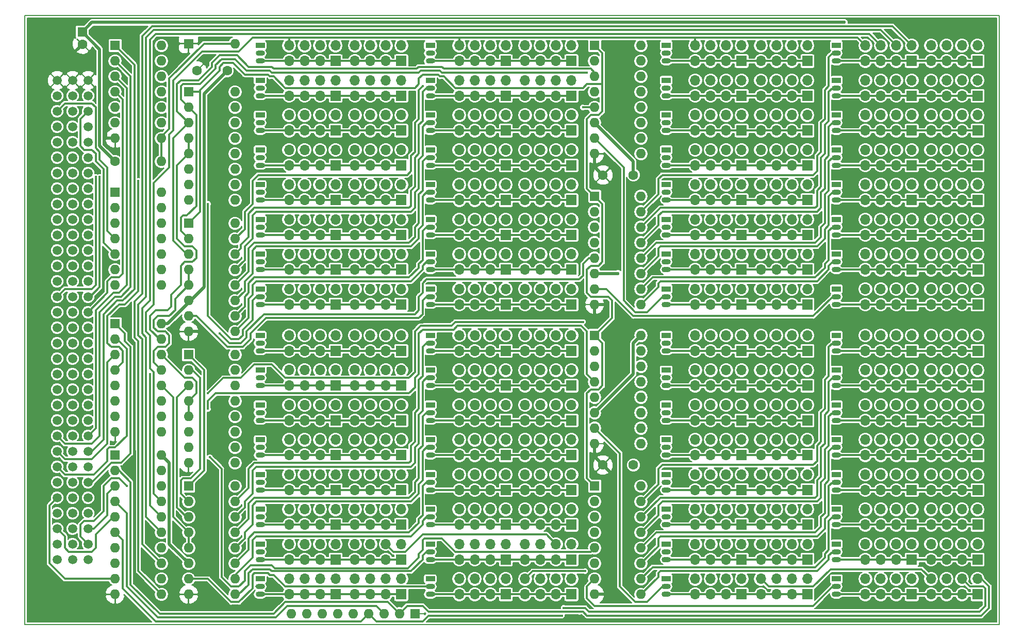
<source format=gbr>
G04 #@! TF.GenerationSoftware,KiCad,Pcbnew,5.0.0*
G04 #@! TF.CreationDate,2018-09-20T13:28:18+02:00*
G04 #@! TF.ProjectId,ledrom,6C6564726F6D2E6B696361645F706362,rev?*
G04 #@! TF.SameCoordinates,PX47c1240PY2faf080*
G04 #@! TF.FileFunction,Copper,L1,Top,Signal*
G04 #@! TF.FilePolarity,Positive*
%FSLAX46Y46*%
G04 Gerber Fmt 4.6, Leading zero omitted, Abs format (unit mm)*
G04 Created by KiCad (PCBNEW 5.0.0) date Thu Sep 20 13:28:18 2018*
%MOMM*%
%LPD*%
G01*
G04 APERTURE LIST*
G04 #@! TA.AperFunction,NonConductor*
%ADD10C,0.150000*%
G04 #@! TD*
G04 #@! TA.AperFunction,ComponentPad*
%ADD11R,1.500000X0.900000*%
G04 #@! TD*
G04 #@! TA.AperFunction,ComponentPad*
%ADD12O,1.500000X0.900000*%
G04 #@! TD*
G04 #@! TA.AperFunction,ComponentPad*
%ADD13R,1.600000X1.600000*%
G04 #@! TD*
G04 #@! TA.AperFunction,ComponentPad*
%ADD14O,1.600000X1.600000*%
G04 #@! TD*
G04 #@! TA.AperFunction,ComponentPad*
%ADD15C,1.600000*%
G04 #@! TD*
G04 #@! TA.AperFunction,ComponentPad*
%ADD16C,1.501140*%
G04 #@! TD*
G04 #@! TA.AperFunction,ComponentPad*
%ADD17C,5.000000*%
G04 #@! TD*
G04 #@! TA.AperFunction,ComponentPad*
%ADD18R,1.700000X1.700000*%
G04 #@! TD*
G04 #@! TA.AperFunction,ComponentPad*
%ADD19O,1.700000X1.700000*%
G04 #@! TD*
G04 #@! TA.AperFunction,ViaPad*
%ADD20C,0.400000*%
G04 #@! TD*
G04 #@! TA.AperFunction,ViaPad*
%ADD21C,0.600000*%
G04 #@! TD*
G04 #@! TA.AperFunction,Conductor*
%ADD22C,0.300000*%
G04 #@! TD*
G04 #@! TA.AperFunction,Conductor*
%ADD23C,0.500000*%
G04 #@! TD*
G04 #@! TA.AperFunction,Conductor*
%ADD24C,0.200000*%
G04 #@! TD*
G04 APERTURE END LIST*
D10*
X0Y-100000000D02*
X0Y0D01*
X160000000Y-100000000D02*
X0Y-100000000D01*
X160000000Y0D02*
X160000000Y-100000000D01*
X0Y0D02*
X160000000Y0D01*
D11*
G04 #@! TO.P,Q6,1*
G04 #@! TO.N,VCC*
X38637500Y-33490000D03*
D12*
G04 #@! TO.P,Q6,3*
G04 #@! TO.N,Net-(J11-Pad1)*
X38637500Y-36030000D03*
G04 #@! TO.P,Q6,2*
G04 #@! TO.N,Net-(Q6-Pad2)*
X38637500Y-34760000D03*
G04 #@! TD*
D13*
G04 #@! TO.P,U1,1*
G04 #@! TO.N,/A3*
X14825000Y-50635000D03*
D14*
G04 #@! TO.P,U1,9*
G04 #@! TO.N,/8bytes6/~E1*
X22445000Y-68415000D03*
G04 #@! TO.P,U1,2*
G04 #@! TO.N,/A4*
X14825000Y-53175000D03*
G04 #@! TO.P,U1,10*
G04 #@! TO.N,/8bytes5/~E1*
X22445000Y-65875000D03*
G04 #@! TO.P,U1,3*
G04 #@! TO.N,/A5*
X14825000Y-55715000D03*
G04 #@! TO.P,U1,11*
G04 #@! TO.N,/8bytes4/~E1*
X22445000Y-63335000D03*
G04 #@! TO.P,U1,4*
G04 #@! TO.N,/~ROB*
X14825000Y-58255000D03*
G04 #@! TO.P,U1,12*
G04 #@! TO.N,/8bytes3/~E1*
X22445000Y-60795000D03*
G04 #@! TO.P,U1,5*
G04 #@! TO.N,/~ROB*
X14825000Y-60795000D03*
G04 #@! TO.P,U1,13*
G04 #@! TO.N,/8bytes2/~E1*
X22445000Y-58255000D03*
G04 #@! TO.P,U1,6*
G04 #@! TO.N,VCC*
X14825000Y-63335000D03*
G04 #@! TO.P,U1,14*
G04 #@! TO.N,/8bytes1/~E1*
X22445000Y-55715000D03*
G04 #@! TO.P,U1,7*
G04 #@! TO.N,/8bytes7/~E1*
X14825000Y-65875000D03*
G04 #@! TO.P,U1,15*
G04 #@! TO.N,/8bytes0/~E1*
X22445000Y-53175000D03*
G04 #@! TO.P,U1,8*
G04 #@! TO.N,GND*
X14825000Y-68415000D03*
G04 #@! TO.P,U1,16*
G04 #@! TO.N,VCC*
X22445000Y-50635000D03*
G04 #@! TD*
D13*
G04 #@! TO.P,C1,1*
G04 #@! TO.N,VCC*
X9427500Y-2692500D03*
D15*
G04 #@! TO.P,C1,2*
G04 #@! TO.N,GND*
X9427500Y-4692500D03*
G04 #@! TD*
D11*
G04 #@! TO.P,Q14,1*
G04 #@! TO.N,VCC*
X38637500Y-81115000D03*
D12*
G04 #@! TO.P,Q14,3*
G04 #@! TO.N,Net-(J27-Pad1)*
X38637500Y-83655000D03*
G04 #@! TO.P,Q14,2*
G04 #@! TO.N,Net-(Q14-Pad2)*
X38637500Y-82385000D03*
G04 #@! TD*
G04 #@! TO.P,Q11,2*
G04 #@! TO.N,Net-(Q11-Pad2)*
X38637500Y-65240000D03*
G04 #@! TO.P,Q11,3*
G04 #@! TO.N,Net-(J21-Pad1)*
X38637500Y-66510000D03*
D11*
G04 #@! TO.P,Q11,1*
G04 #@! TO.N,VCC*
X38637500Y-63970000D03*
G04 #@! TD*
D16*
G04 #@! TO.P,JB1,A1*
G04 #@! TO.N,VCC*
X5300000Y-89370000D03*
G04 #@! TO.P,JB1,A2*
G04 #@! TO.N,/D5*
X5300000Y-86830000D03*
G04 #@! TO.P,JB1,A4*
G04 #@! TO.N,/D3*
X5300000Y-81750000D03*
G04 #@! TO.P,JB1,A3*
G04 #@! TO.N,/D6*
X5300000Y-84290000D03*
G04 #@! TO.P,JB1,A5*
G04 #@! TO.N,/D4*
X5300000Y-79210000D03*
G04 #@! TO.P,JB1,A6*
G04 #@! TO.N,/A2*
X5300000Y-76670000D03*
G04 #@! TO.P,JB1,A7*
G04 #@! TO.N,/A4*
X5300000Y-74130000D03*
G04 #@! TO.P,JB1,A8*
G04 #@! TO.N,/A5*
X5300000Y-71590000D03*
G04 #@! TO.P,JB1,A9*
G04 #@! TO.N,/A6*
X5300000Y-69050000D03*
G04 #@! TO.P,JB1,A10*
G04 #@! TO.N,Net-(JB1-PadA10)*
X5300000Y-66510000D03*
G04 #@! TO.P,JB1,A11*
G04 #@! TO.N,Net-(JB1-PadA11)*
X5300000Y-63970000D03*
G04 #@! TO.P,JB1,A12*
G04 #@! TO.N,Net-(JB1-PadA12)*
X5300000Y-61430000D03*
G04 #@! TO.P,JB1,A13*
G04 #@! TO.N,Net-(JB1-PadA13)*
X5300000Y-58890000D03*
G04 #@! TO.P,JB1,A14*
G04 #@! TO.N,Net-(JB1-PadA14)*
X5300000Y-56350000D03*
G04 #@! TO.P,JB1,A15*
G04 #@! TO.N,Net-(JB1-PadA15)*
X5300000Y-53810000D03*
G04 #@! TO.P,JB1,A16*
G04 #@! TO.N,Net-(JB1-PadA16)*
X5300000Y-51270000D03*
G04 #@! TO.P,JB1,A17*
G04 #@! TO.N,Net-(JB1-PadA17)*
X5300000Y-48730000D03*
G04 #@! TO.P,JB1,A18*
G04 #@! TO.N,/A14*
X5300000Y-46190000D03*
G04 #@! TO.P,JB1,A19*
G04 #@! TO.N,Net-(JB1-PadA19)*
X5300000Y-43650000D03*
G04 #@! TO.P,JB1,A20*
G04 #@! TO.N,Net-(JB1-PadA20)*
X5300000Y-41110000D03*
G04 #@! TO.P,JB1,A21*
G04 #@! TO.N,Net-(JB1-PadA21)*
X5300000Y-38570000D03*
G04 #@! TO.P,JB1,A22*
G04 #@! TO.N,Net-(JB1-PadA22)*
X5300000Y-36030000D03*
G04 #@! TO.P,JB1,A23*
G04 #@! TO.N,Net-(JB1-PadA23)*
X5300000Y-33490000D03*
G04 #@! TO.P,JB1,A24*
G04 #@! TO.N,Net-(JB1-PadA24)*
X5300000Y-30950000D03*
G04 #@! TO.P,JB1,A25*
G04 #@! TO.N,Net-(JB1-PadA25)*
X5300000Y-28410000D03*
G04 #@! TO.P,JB1,A26*
G04 #@! TO.N,Net-(JB1-PadA26)*
X5300000Y-25870000D03*
G04 #@! TO.P,JB1,A27*
G04 #@! TO.N,Net-(JB1-PadA27)*
X5300000Y-23330000D03*
G04 #@! TO.P,JB1,A28*
G04 #@! TO.N,Net-(JB1-PadA28)*
X5300000Y-20790000D03*
G04 #@! TO.P,JB1,A29*
G04 #@! TO.N,/A13*
X5300000Y-18250000D03*
G04 #@! TO.P,JB1,A30*
G04 #@! TO.N,/A9*
X5300000Y-15710000D03*
G04 #@! TO.P,JB1,A31*
G04 #@! TO.N,Net-(JB1-PadA31)*
X5300000Y-13170000D03*
G04 #@! TO.P,JB1,A32*
G04 #@! TO.N,GND*
X5300000Y-10630000D03*
G04 #@! TO.P,JB1,B32*
X7840000Y-10630000D03*
G04 #@! TO.P,JB1,B31*
G04 #@! TO.N,Net-(JB1-PadB31)*
X7840000Y-13170000D03*
G04 #@! TO.P,JB1,B30*
G04 #@! TO.N,Net-(JB1-PadB30)*
X7840000Y-15710000D03*
G04 #@! TO.P,JB1,B29*
G04 #@! TO.N,Net-(JB1-PadB29)*
X7840000Y-18250000D03*
G04 #@! TO.P,JB1,B28*
G04 #@! TO.N,Net-(JB1-PadB28)*
X7840000Y-20790000D03*
G04 #@! TO.P,JB1,B27*
G04 #@! TO.N,Net-(JB1-PadB27)*
X7840000Y-23330000D03*
G04 #@! TO.P,JB1,B26*
G04 #@! TO.N,/~ROB*
X7840000Y-25870000D03*
G04 #@! TO.P,JB1,B25*
G04 #@! TO.N,Net-(JB1-PadB25)*
X7840000Y-28410000D03*
G04 #@! TO.P,JB1,B24*
G04 #@! TO.N,Net-(JB1-PadB24)*
X7840000Y-30950000D03*
G04 #@! TO.P,JB1,B23*
G04 #@! TO.N,Net-(JB1-PadB23)*
X7840000Y-33490000D03*
G04 #@! TO.P,JB1,B22*
G04 #@! TO.N,Net-(JB1-PadB22)*
X7840000Y-36030000D03*
G04 #@! TO.P,JB1,B21*
G04 #@! TO.N,Net-(JB1-PadB21)*
X7840000Y-38570000D03*
G04 #@! TO.P,JB1,B20*
G04 #@! TO.N,Net-(JB1-PadB20)*
X7840000Y-41110000D03*
G04 #@! TO.P,JB1,B19*
G04 #@! TO.N,Net-(JB1-PadB19)*
X7840000Y-43650000D03*
G04 #@! TO.P,JB1,B18*
G04 #@! TO.N,Net-(JB1-PadB18)*
X7840000Y-46190000D03*
G04 #@! TO.P,JB1,B17*
G04 #@! TO.N,Net-(JB1-PadB17)*
X7840000Y-48730000D03*
G04 #@! TO.P,JB1,B16*
G04 #@! TO.N,Net-(JB1-PadB16)*
X7840000Y-51270000D03*
G04 #@! TO.P,JB1,B15*
G04 #@! TO.N,Net-(JB1-PadB15)*
X7840000Y-53810000D03*
G04 #@! TO.P,JB1,B14*
G04 #@! TO.N,Net-(JB1-PadB14)*
X7840000Y-56350000D03*
G04 #@! TO.P,JB1,B13*
G04 #@! TO.N,Net-(JB1-PadB13)*
X7840000Y-58890000D03*
G04 #@! TO.P,JB1,B12*
G04 #@! TO.N,Net-(JB1-PadB12)*
X7840000Y-61430000D03*
G04 #@! TO.P,JB1,B11*
G04 #@! TO.N,Net-(JB1-PadB11)*
X7840000Y-63970000D03*
G04 #@! TO.P,JB1,B10*
G04 #@! TO.N,Net-(JB1-PadB10)*
X7840000Y-66510000D03*
G04 #@! TO.P,JB1,B9*
G04 #@! TO.N,Net-(JB1-PadB9)*
X7840000Y-69050000D03*
G04 #@! TO.P,JB1,B8*
G04 #@! TO.N,Net-(JB1-PadB8)*
X7840000Y-71590000D03*
G04 #@! TO.P,JB1,B7*
G04 #@! TO.N,Net-(JB1-PadB7)*
X7840000Y-74130000D03*
G04 #@! TO.P,JB1,B6*
G04 #@! TO.N,Net-(JB1-PadB6)*
X7840000Y-76670000D03*
G04 #@! TO.P,JB1,B5*
G04 #@! TO.N,Net-(JB1-PadB5)*
X7840000Y-79210000D03*
G04 #@! TO.P,JB1,B3*
G04 #@! TO.N,Net-(JB1-PadB3)*
X7840000Y-84290000D03*
G04 #@! TO.P,JB1,B4*
G04 #@! TO.N,Net-(JB1-PadB4)*
X7840000Y-81750000D03*
G04 #@! TO.P,JB1,B2*
G04 #@! TO.N,Net-(JB1-PadB2)*
X7840000Y-86830000D03*
G04 #@! TO.P,JB1,B1*
G04 #@! TO.N,VCC*
X7840000Y-89370000D03*
G04 #@! TO.P,JB1,C1*
X10380000Y-89370000D03*
G04 #@! TO.P,JB1,C2*
G04 #@! TO.N,/D0*
X10380000Y-86830000D03*
G04 #@! TO.P,JB1,C4*
G04 #@! TO.N,/D2*
X10380000Y-81750000D03*
G04 #@! TO.P,JB1,C3*
G04 #@! TO.N,/D7*
X10380000Y-84290000D03*
G04 #@! TO.P,JB1,C5*
G04 #@! TO.N,/A0*
X10380000Y-79210000D03*
G04 #@! TO.P,JB1,C6*
G04 #@! TO.N,/A3*
X10380000Y-76670000D03*
G04 #@! TO.P,JB1,C7*
G04 #@! TO.N,/A1*
X10380000Y-74130000D03*
G04 #@! TO.P,JB1,C8*
G04 #@! TO.N,/A8*
X10380000Y-71590000D03*
G04 #@! TO.P,JB1,C9*
G04 #@! TO.N,/A7*
X10380000Y-69050000D03*
G04 #@! TO.P,JB1,C10*
G04 #@! TO.N,Net-(JB1-PadC10)*
X10380000Y-66510000D03*
G04 #@! TO.P,JB1,C11*
G04 #@! TO.N,Net-(JB1-PadC11)*
X10380000Y-63970000D03*
G04 #@! TO.P,JB1,C12*
G04 #@! TO.N,Net-(JB1-PadC12)*
X10380000Y-61430000D03*
G04 #@! TO.P,JB1,C13*
G04 #@! TO.N,Net-(JB1-PadC13)*
X10380000Y-58890000D03*
G04 #@! TO.P,JB1,C14*
G04 #@! TO.N,/D1*
X10380000Y-56350000D03*
G04 #@! TO.P,JB1,C15*
G04 #@! TO.N,Net-(JB1-PadC15)*
X10380000Y-53810000D03*
G04 #@! TO.P,JB1,C16*
G04 #@! TO.N,Net-(JB1-PadC16)*
X10380000Y-51270000D03*
G04 #@! TO.P,JB1,C17*
G04 #@! TO.N,/A11*
X10380000Y-48730000D03*
G04 #@! TO.P,JB1,C18*
G04 #@! TO.N,/A10*
X10380000Y-46190000D03*
G04 #@! TO.P,JB1,C19*
G04 #@! TO.N,Net-(JB1-PadC19)*
X10380000Y-43650000D03*
G04 #@! TO.P,JB1,C20*
G04 #@! TO.N,Net-(JB1-PadC20)*
X10380000Y-41110000D03*
G04 #@! TO.P,JB1,C21*
G04 #@! TO.N,Net-(JB1-PadC21)*
X10380000Y-38570000D03*
G04 #@! TO.P,JB1,C22*
G04 #@! TO.N,Net-(JB1-PadC22)*
X10380000Y-36030000D03*
G04 #@! TO.P,JB1,C23*
G04 #@! TO.N,Net-(JB1-PadC23)*
X10380000Y-33490000D03*
G04 #@! TO.P,JB1,C24*
G04 #@! TO.N,/~RD*
X10380000Y-30950000D03*
G04 #@! TO.P,JB1,C25*
G04 #@! TO.N,Net-(JB1-PadC25)*
X10380000Y-28410000D03*
G04 #@! TO.P,JB1,C26*
G04 #@! TO.N,Net-(JB1-PadC26)*
X10380000Y-25870000D03*
G04 #@! TO.P,JB1,C27*
G04 #@! TO.N,/A12*
X10380000Y-23330000D03*
G04 #@! TO.P,JB1,C28*
G04 #@! TO.N,/A15*
X10380000Y-20790000D03*
G04 #@! TO.P,JB1,C29*
G04 #@! TO.N,Net-(JB1-PadC29)*
X10380000Y-18250000D03*
G04 #@! TO.P,JB1,C30*
G04 #@! TO.N,/~MREQ*
X10380000Y-15710000D03*
G04 #@! TO.P,JB1,C31*
G04 #@! TO.N,Net-(JB1-PadC31)*
X10380000Y-13170000D03*
G04 #@! TO.P,JB1,C32*
G04 #@! TO.N,GND*
X10380000Y-10630000D03*
D17*
G04 #@! TO.P,JB1,A32*
X2760000Y-5550000D03*
X2760000Y-94450000D03*
G04 #@! TD*
D18*
G04 #@! TO.P,J81,1*
G04 #@! TO.N,Net-(J81-Pad1)*
X128490000Y-55080000D03*
D19*
G04 #@! TO.P,J81,2*
G04 #@! TO.N,/8bytes0/D0*
X128490000Y-52540000D03*
G04 #@! TO.P,J81,3*
G04 #@! TO.N,Net-(J81-Pad1)*
X125950000Y-55080000D03*
G04 #@! TO.P,J81,4*
G04 #@! TO.N,/8bytes0/D1*
X125950000Y-52540000D03*
G04 #@! TO.P,J81,5*
G04 #@! TO.N,Net-(J81-Pad1)*
X123410000Y-55080000D03*
G04 #@! TO.P,J81,6*
G04 #@! TO.N,/8bytes0/D2*
X123410000Y-52540000D03*
G04 #@! TO.P,J81,7*
G04 #@! TO.N,Net-(J81-Pad1)*
X120870000Y-55080000D03*
G04 #@! TO.P,J81,8*
G04 #@! TO.N,/8bytes0/D3*
X120870000Y-52540000D03*
G04 #@! TD*
D13*
G04 #@! TO.P,JP1,1*
G04 #@! TO.N,GND*
X26890000Y-4597500D03*
D14*
G04 #@! TO.P,JP1,2*
G04 #@! TO.N,/AddrDecode/~ON*
X34510000Y-4597500D03*
G04 #@! TD*
D18*
G04 #@! TO.P,J1,1*
G04 #@! TO.N,Net-(J1-Pad1)*
X61815000Y-7455000D03*
D19*
G04 #@! TO.P,J1,2*
G04 #@! TO.N,/8bytes0/D0*
X61815000Y-4915000D03*
G04 #@! TO.P,J1,3*
G04 #@! TO.N,Net-(J1-Pad1)*
X59275000Y-7455000D03*
G04 #@! TO.P,J1,4*
G04 #@! TO.N,/8bytes0/D1*
X59275000Y-4915000D03*
G04 #@! TO.P,J1,5*
G04 #@! TO.N,Net-(J1-Pad1)*
X56735000Y-7455000D03*
G04 #@! TO.P,J1,6*
G04 #@! TO.N,/8bytes0/D2*
X56735000Y-4915000D03*
G04 #@! TO.P,J1,7*
G04 #@! TO.N,Net-(J1-Pad1)*
X54195000Y-7455000D03*
G04 #@! TO.P,J1,8*
G04 #@! TO.N,/8bytes0/D3*
X54195000Y-4915000D03*
G04 #@! TD*
D18*
G04 #@! TO.P,J2,1*
G04 #@! TO.N,Net-(J1-Pad1)*
X51020000Y-7455000D03*
D19*
G04 #@! TO.P,J2,2*
G04 #@! TO.N,/8bytes0/D4*
X51020000Y-4915000D03*
G04 #@! TO.P,J2,3*
G04 #@! TO.N,Net-(J1-Pad1)*
X48480000Y-7455000D03*
G04 #@! TO.P,J2,4*
G04 #@! TO.N,/8bytes0/D5*
X48480000Y-4915000D03*
G04 #@! TO.P,J2,5*
G04 #@! TO.N,Net-(J1-Pad1)*
X45940000Y-7455000D03*
G04 #@! TO.P,J2,6*
G04 #@! TO.N,/8bytes0/D6*
X45940000Y-4915000D03*
G04 #@! TO.P,J2,7*
G04 #@! TO.N,Net-(J1-Pad1)*
X43400000Y-7455000D03*
G04 #@! TO.P,J2,8*
G04 #@! TO.N,/8bytes0/D7*
X43400000Y-4915000D03*
G04 #@! TD*
D18*
G04 #@! TO.P,J3,1*
G04 #@! TO.N,Net-(J3-Pad1)*
X61815000Y-13170000D03*
D19*
G04 #@! TO.P,J3,2*
G04 #@! TO.N,/8bytes0/D0*
X61815000Y-10630000D03*
G04 #@! TO.P,J3,3*
G04 #@! TO.N,Net-(J3-Pad1)*
X59275000Y-13170000D03*
G04 #@! TO.P,J3,4*
G04 #@! TO.N,/8bytes0/D1*
X59275000Y-10630000D03*
G04 #@! TO.P,J3,5*
G04 #@! TO.N,Net-(J3-Pad1)*
X56735000Y-13170000D03*
G04 #@! TO.P,J3,6*
G04 #@! TO.N,/8bytes0/D2*
X56735000Y-10630000D03*
G04 #@! TO.P,J3,7*
G04 #@! TO.N,Net-(J3-Pad1)*
X54195000Y-13170000D03*
G04 #@! TO.P,J3,8*
G04 #@! TO.N,/8bytes0/D3*
X54195000Y-10630000D03*
G04 #@! TD*
D18*
G04 #@! TO.P,J4,1*
G04 #@! TO.N,Net-(J3-Pad1)*
X51020000Y-13170000D03*
D19*
G04 #@! TO.P,J4,2*
G04 #@! TO.N,/8bytes0/D4*
X51020000Y-10630000D03*
G04 #@! TO.P,J4,3*
G04 #@! TO.N,Net-(J3-Pad1)*
X48480000Y-13170000D03*
G04 #@! TO.P,J4,4*
G04 #@! TO.N,/8bytes0/D5*
X48480000Y-10630000D03*
G04 #@! TO.P,J4,5*
G04 #@! TO.N,Net-(J3-Pad1)*
X45940000Y-13170000D03*
G04 #@! TO.P,J4,6*
G04 #@! TO.N,/8bytes0/D6*
X45940000Y-10630000D03*
G04 #@! TO.P,J4,7*
G04 #@! TO.N,Net-(J3-Pad1)*
X43400000Y-13170000D03*
G04 #@! TO.P,J4,8*
G04 #@! TO.N,/8bytes0/D7*
X43400000Y-10630000D03*
G04 #@! TD*
D18*
G04 #@! TO.P,J5,1*
G04 #@! TO.N,Net-(J5-Pad1)*
X61815000Y-18885000D03*
D19*
G04 #@! TO.P,J5,2*
G04 #@! TO.N,/8bytes0/D0*
X61815000Y-16345000D03*
G04 #@! TO.P,J5,3*
G04 #@! TO.N,Net-(J5-Pad1)*
X59275000Y-18885000D03*
G04 #@! TO.P,J5,4*
G04 #@! TO.N,/8bytes0/D1*
X59275000Y-16345000D03*
G04 #@! TO.P,J5,5*
G04 #@! TO.N,Net-(J5-Pad1)*
X56735000Y-18885000D03*
G04 #@! TO.P,J5,6*
G04 #@! TO.N,/8bytes0/D2*
X56735000Y-16345000D03*
G04 #@! TO.P,J5,7*
G04 #@! TO.N,Net-(J5-Pad1)*
X54195000Y-18885000D03*
G04 #@! TO.P,J5,8*
G04 #@! TO.N,/8bytes0/D3*
X54195000Y-16345000D03*
G04 #@! TD*
D18*
G04 #@! TO.P,J6,1*
G04 #@! TO.N,Net-(J5-Pad1)*
X51020000Y-18885000D03*
D19*
G04 #@! TO.P,J6,2*
G04 #@! TO.N,/8bytes0/D4*
X51020000Y-16345000D03*
G04 #@! TO.P,J6,3*
G04 #@! TO.N,Net-(J5-Pad1)*
X48480000Y-18885000D03*
G04 #@! TO.P,J6,4*
G04 #@! TO.N,/8bytes0/D5*
X48480000Y-16345000D03*
G04 #@! TO.P,J6,5*
G04 #@! TO.N,Net-(J5-Pad1)*
X45940000Y-18885000D03*
G04 #@! TO.P,J6,6*
G04 #@! TO.N,/8bytes0/D6*
X45940000Y-16345000D03*
G04 #@! TO.P,J6,7*
G04 #@! TO.N,Net-(J5-Pad1)*
X43400000Y-18885000D03*
G04 #@! TO.P,J6,8*
G04 #@! TO.N,/8bytes0/D7*
X43400000Y-16345000D03*
G04 #@! TD*
D18*
G04 #@! TO.P,J7,1*
G04 #@! TO.N,Net-(J7-Pad1)*
X61815000Y-24600000D03*
D19*
G04 #@! TO.P,J7,2*
G04 #@! TO.N,/8bytes0/D0*
X61815000Y-22060000D03*
G04 #@! TO.P,J7,3*
G04 #@! TO.N,Net-(J7-Pad1)*
X59275000Y-24600000D03*
G04 #@! TO.P,J7,4*
G04 #@! TO.N,/8bytes0/D1*
X59275000Y-22060000D03*
G04 #@! TO.P,J7,5*
G04 #@! TO.N,Net-(J7-Pad1)*
X56735000Y-24600000D03*
G04 #@! TO.P,J7,6*
G04 #@! TO.N,/8bytes0/D2*
X56735000Y-22060000D03*
G04 #@! TO.P,J7,7*
G04 #@! TO.N,Net-(J7-Pad1)*
X54195000Y-24600000D03*
G04 #@! TO.P,J7,8*
G04 #@! TO.N,/8bytes0/D3*
X54195000Y-22060000D03*
G04 #@! TD*
D18*
G04 #@! TO.P,J8,1*
G04 #@! TO.N,Net-(J7-Pad1)*
X51020000Y-24600000D03*
D19*
G04 #@! TO.P,J8,2*
G04 #@! TO.N,/8bytes0/D4*
X51020000Y-22060000D03*
G04 #@! TO.P,J8,3*
G04 #@! TO.N,Net-(J7-Pad1)*
X48480000Y-24600000D03*
G04 #@! TO.P,J8,4*
G04 #@! TO.N,/8bytes0/D5*
X48480000Y-22060000D03*
G04 #@! TO.P,J8,5*
G04 #@! TO.N,Net-(J7-Pad1)*
X45940000Y-24600000D03*
G04 #@! TO.P,J8,6*
G04 #@! TO.N,/8bytes0/D6*
X45940000Y-22060000D03*
G04 #@! TO.P,J8,7*
G04 #@! TO.N,Net-(J7-Pad1)*
X43400000Y-24600000D03*
G04 #@! TO.P,J8,8*
G04 #@! TO.N,/8bytes0/D7*
X43400000Y-22060000D03*
G04 #@! TD*
D18*
G04 #@! TO.P,J9,1*
G04 #@! TO.N,Net-(J10-Pad1)*
X61815000Y-30315000D03*
D19*
G04 #@! TO.P,J9,2*
G04 #@! TO.N,/8bytes0/D0*
X61815000Y-27775000D03*
G04 #@! TO.P,J9,3*
G04 #@! TO.N,Net-(J10-Pad1)*
X59275000Y-30315000D03*
G04 #@! TO.P,J9,4*
G04 #@! TO.N,/8bytes0/D1*
X59275000Y-27775000D03*
G04 #@! TO.P,J9,5*
G04 #@! TO.N,Net-(J10-Pad1)*
X56735000Y-30315000D03*
G04 #@! TO.P,J9,6*
G04 #@! TO.N,/8bytes0/D2*
X56735000Y-27775000D03*
G04 #@! TO.P,J9,7*
G04 #@! TO.N,Net-(J10-Pad1)*
X54195000Y-30315000D03*
G04 #@! TO.P,J9,8*
G04 #@! TO.N,/8bytes0/D3*
X54195000Y-27775000D03*
G04 #@! TD*
D18*
G04 #@! TO.P,J10,1*
G04 #@! TO.N,Net-(J10-Pad1)*
X51020000Y-30315000D03*
D19*
G04 #@! TO.P,J10,2*
G04 #@! TO.N,/8bytes0/D4*
X51020000Y-27775000D03*
G04 #@! TO.P,J10,3*
G04 #@! TO.N,Net-(J10-Pad1)*
X48480000Y-30315000D03*
G04 #@! TO.P,J10,4*
G04 #@! TO.N,/8bytes0/D5*
X48480000Y-27775000D03*
G04 #@! TO.P,J10,5*
G04 #@! TO.N,Net-(J10-Pad1)*
X45940000Y-30315000D03*
G04 #@! TO.P,J10,6*
G04 #@! TO.N,/8bytes0/D6*
X45940000Y-27775000D03*
G04 #@! TO.P,J10,7*
G04 #@! TO.N,Net-(J10-Pad1)*
X43400000Y-30315000D03*
G04 #@! TO.P,J10,8*
G04 #@! TO.N,/8bytes0/D7*
X43400000Y-27775000D03*
G04 #@! TD*
D18*
G04 #@! TO.P,J11,1*
G04 #@! TO.N,Net-(J11-Pad1)*
X61815000Y-36030000D03*
D19*
G04 #@! TO.P,J11,2*
G04 #@! TO.N,/8bytes0/D0*
X61815000Y-33490000D03*
G04 #@! TO.P,J11,3*
G04 #@! TO.N,Net-(J11-Pad1)*
X59275000Y-36030000D03*
G04 #@! TO.P,J11,4*
G04 #@! TO.N,/8bytes0/D1*
X59275000Y-33490000D03*
G04 #@! TO.P,J11,5*
G04 #@! TO.N,Net-(J11-Pad1)*
X56735000Y-36030000D03*
G04 #@! TO.P,J11,6*
G04 #@! TO.N,/8bytes0/D2*
X56735000Y-33490000D03*
G04 #@! TO.P,J11,7*
G04 #@! TO.N,Net-(J11-Pad1)*
X54195000Y-36030000D03*
G04 #@! TO.P,J11,8*
G04 #@! TO.N,/8bytes0/D3*
X54195000Y-33490000D03*
G04 #@! TD*
D18*
G04 #@! TO.P,J12,1*
G04 #@! TO.N,Net-(J11-Pad1)*
X51020000Y-36030000D03*
D19*
G04 #@! TO.P,J12,2*
G04 #@! TO.N,/8bytes0/D4*
X51020000Y-33490000D03*
G04 #@! TO.P,J12,3*
G04 #@! TO.N,Net-(J11-Pad1)*
X48480000Y-36030000D03*
G04 #@! TO.P,J12,4*
G04 #@! TO.N,/8bytes0/D5*
X48480000Y-33490000D03*
G04 #@! TO.P,J12,5*
G04 #@! TO.N,Net-(J11-Pad1)*
X45940000Y-36030000D03*
G04 #@! TO.P,J12,6*
G04 #@! TO.N,/8bytes0/D6*
X45940000Y-33490000D03*
G04 #@! TO.P,J12,7*
G04 #@! TO.N,Net-(J11-Pad1)*
X43400000Y-36030000D03*
G04 #@! TO.P,J12,8*
G04 #@! TO.N,/8bytes0/D7*
X43400000Y-33490000D03*
G04 #@! TD*
D18*
G04 #@! TO.P,J13,1*
G04 #@! TO.N,Net-(J13-Pad1)*
X61815000Y-41745000D03*
D19*
G04 #@! TO.P,J13,2*
G04 #@! TO.N,/8bytes0/D0*
X61815000Y-39205000D03*
G04 #@! TO.P,J13,3*
G04 #@! TO.N,Net-(J13-Pad1)*
X59275000Y-41745000D03*
G04 #@! TO.P,J13,4*
G04 #@! TO.N,/8bytes0/D1*
X59275000Y-39205000D03*
G04 #@! TO.P,J13,5*
G04 #@! TO.N,Net-(J13-Pad1)*
X56735000Y-41745000D03*
G04 #@! TO.P,J13,6*
G04 #@! TO.N,/8bytes0/D2*
X56735000Y-39205000D03*
G04 #@! TO.P,J13,7*
G04 #@! TO.N,Net-(J13-Pad1)*
X54195000Y-41745000D03*
G04 #@! TO.P,J13,8*
G04 #@! TO.N,/8bytes0/D3*
X54195000Y-39205000D03*
G04 #@! TD*
D18*
G04 #@! TO.P,J14,1*
G04 #@! TO.N,Net-(J13-Pad1)*
X51020000Y-41745000D03*
D19*
G04 #@! TO.P,J14,2*
G04 #@! TO.N,/8bytes0/D4*
X51020000Y-39205000D03*
G04 #@! TO.P,J14,3*
G04 #@! TO.N,Net-(J13-Pad1)*
X48480000Y-41745000D03*
G04 #@! TO.P,J14,4*
G04 #@! TO.N,/8bytes0/D5*
X48480000Y-39205000D03*
G04 #@! TO.P,J14,5*
G04 #@! TO.N,Net-(J13-Pad1)*
X45940000Y-41745000D03*
G04 #@! TO.P,J14,6*
G04 #@! TO.N,/8bytes0/D6*
X45940000Y-39205000D03*
G04 #@! TO.P,J14,7*
G04 #@! TO.N,Net-(J13-Pad1)*
X43400000Y-41745000D03*
G04 #@! TO.P,J14,8*
G04 #@! TO.N,/8bytes0/D7*
X43400000Y-39205000D03*
G04 #@! TD*
D18*
G04 #@! TO.P,J15,1*
G04 #@! TO.N,Net-(J15-Pad1)*
X61815000Y-47460000D03*
D19*
G04 #@! TO.P,J15,2*
G04 #@! TO.N,/8bytes0/D0*
X61815000Y-44920000D03*
G04 #@! TO.P,J15,3*
G04 #@! TO.N,Net-(J15-Pad1)*
X59275000Y-47460000D03*
G04 #@! TO.P,J15,4*
G04 #@! TO.N,/8bytes0/D1*
X59275000Y-44920000D03*
G04 #@! TO.P,J15,5*
G04 #@! TO.N,Net-(J15-Pad1)*
X56735000Y-47460000D03*
G04 #@! TO.P,J15,6*
G04 #@! TO.N,/8bytes0/D2*
X56735000Y-44920000D03*
G04 #@! TO.P,J15,7*
G04 #@! TO.N,Net-(J15-Pad1)*
X54195000Y-47460000D03*
G04 #@! TO.P,J15,8*
G04 #@! TO.N,/8bytes0/D3*
X54195000Y-44920000D03*
G04 #@! TD*
D18*
G04 #@! TO.P,J16,1*
G04 #@! TO.N,Net-(J15-Pad1)*
X51020000Y-47460000D03*
D19*
G04 #@! TO.P,J16,2*
G04 #@! TO.N,/8bytes0/D4*
X51020000Y-44920000D03*
G04 #@! TO.P,J16,3*
G04 #@! TO.N,Net-(J15-Pad1)*
X48480000Y-47460000D03*
G04 #@! TO.P,J16,4*
G04 #@! TO.N,/8bytes0/D5*
X48480000Y-44920000D03*
G04 #@! TO.P,J16,5*
G04 #@! TO.N,Net-(J15-Pad1)*
X45940000Y-47460000D03*
G04 #@! TO.P,J16,6*
G04 #@! TO.N,/8bytes0/D6*
X45940000Y-44920000D03*
G04 #@! TO.P,J16,7*
G04 #@! TO.N,Net-(J15-Pad1)*
X43400000Y-47460000D03*
G04 #@! TO.P,J16,8*
G04 #@! TO.N,/8bytes0/D7*
X43400000Y-44920000D03*
G04 #@! TD*
D18*
G04 #@! TO.P,J17,1*
G04 #@! TO.N,Net-(J17-Pad1)*
X61815000Y-55080000D03*
D19*
G04 #@! TO.P,J17,2*
G04 #@! TO.N,/8bytes0/D0*
X61815000Y-52540000D03*
G04 #@! TO.P,J17,3*
G04 #@! TO.N,Net-(J17-Pad1)*
X59275000Y-55080000D03*
G04 #@! TO.P,J17,4*
G04 #@! TO.N,/8bytes0/D1*
X59275000Y-52540000D03*
G04 #@! TO.P,J17,5*
G04 #@! TO.N,Net-(J17-Pad1)*
X56735000Y-55080000D03*
G04 #@! TO.P,J17,6*
G04 #@! TO.N,/8bytes0/D2*
X56735000Y-52540000D03*
G04 #@! TO.P,J17,7*
G04 #@! TO.N,Net-(J17-Pad1)*
X54195000Y-55080000D03*
G04 #@! TO.P,J17,8*
G04 #@! TO.N,/8bytes0/D3*
X54195000Y-52540000D03*
G04 #@! TD*
D18*
G04 #@! TO.P,J18,1*
G04 #@! TO.N,Net-(J17-Pad1)*
X51020000Y-55080000D03*
D19*
G04 #@! TO.P,J18,2*
G04 #@! TO.N,/8bytes0/D4*
X51020000Y-52540000D03*
G04 #@! TO.P,J18,3*
G04 #@! TO.N,Net-(J17-Pad1)*
X48480000Y-55080000D03*
G04 #@! TO.P,J18,4*
G04 #@! TO.N,/8bytes0/D5*
X48480000Y-52540000D03*
G04 #@! TO.P,J18,5*
G04 #@! TO.N,Net-(J17-Pad1)*
X45940000Y-55080000D03*
G04 #@! TO.P,J18,6*
G04 #@! TO.N,/8bytes0/D6*
X45940000Y-52540000D03*
G04 #@! TO.P,J18,7*
G04 #@! TO.N,Net-(J17-Pad1)*
X43400000Y-55080000D03*
G04 #@! TO.P,J18,8*
G04 #@! TO.N,/8bytes0/D7*
X43400000Y-52540000D03*
G04 #@! TD*
D18*
G04 #@! TO.P,J19,1*
G04 #@! TO.N,Net-(J19-Pad1)*
X61815000Y-60795000D03*
D19*
G04 #@! TO.P,J19,2*
G04 #@! TO.N,/8bytes0/D0*
X61815000Y-58255000D03*
G04 #@! TO.P,J19,3*
G04 #@! TO.N,Net-(J19-Pad1)*
X59275000Y-60795000D03*
G04 #@! TO.P,J19,4*
G04 #@! TO.N,/8bytes0/D1*
X59275000Y-58255000D03*
G04 #@! TO.P,J19,5*
G04 #@! TO.N,Net-(J19-Pad1)*
X56735000Y-60795000D03*
G04 #@! TO.P,J19,6*
G04 #@! TO.N,/8bytes0/D2*
X56735000Y-58255000D03*
G04 #@! TO.P,J19,7*
G04 #@! TO.N,Net-(J19-Pad1)*
X54195000Y-60795000D03*
G04 #@! TO.P,J19,8*
G04 #@! TO.N,/8bytes0/D3*
X54195000Y-58255000D03*
G04 #@! TD*
D18*
G04 #@! TO.P,J20,1*
G04 #@! TO.N,Net-(J19-Pad1)*
X51020000Y-60795000D03*
D19*
G04 #@! TO.P,J20,2*
G04 #@! TO.N,/8bytes0/D4*
X51020000Y-58255000D03*
G04 #@! TO.P,J20,3*
G04 #@! TO.N,Net-(J19-Pad1)*
X48480000Y-60795000D03*
G04 #@! TO.P,J20,4*
G04 #@! TO.N,/8bytes0/D5*
X48480000Y-58255000D03*
G04 #@! TO.P,J20,5*
G04 #@! TO.N,Net-(J19-Pad1)*
X45940000Y-60795000D03*
G04 #@! TO.P,J20,6*
G04 #@! TO.N,/8bytes0/D6*
X45940000Y-58255000D03*
G04 #@! TO.P,J20,7*
G04 #@! TO.N,Net-(J19-Pad1)*
X43400000Y-60795000D03*
G04 #@! TO.P,J20,8*
G04 #@! TO.N,/8bytes0/D7*
X43400000Y-58255000D03*
G04 #@! TD*
D18*
G04 #@! TO.P,J21,1*
G04 #@! TO.N,Net-(J21-Pad1)*
X61815000Y-66510000D03*
D19*
G04 #@! TO.P,J21,2*
G04 #@! TO.N,/8bytes0/D0*
X61815000Y-63970000D03*
G04 #@! TO.P,J21,3*
G04 #@! TO.N,Net-(J21-Pad1)*
X59275000Y-66510000D03*
G04 #@! TO.P,J21,4*
G04 #@! TO.N,/8bytes0/D1*
X59275000Y-63970000D03*
G04 #@! TO.P,J21,5*
G04 #@! TO.N,Net-(J21-Pad1)*
X56735000Y-66510000D03*
G04 #@! TO.P,J21,6*
G04 #@! TO.N,/8bytes0/D2*
X56735000Y-63970000D03*
G04 #@! TO.P,J21,7*
G04 #@! TO.N,Net-(J21-Pad1)*
X54195000Y-66510000D03*
G04 #@! TO.P,J21,8*
G04 #@! TO.N,/8bytes0/D3*
X54195000Y-63970000D03*
G04 #@! TD*
D18*
G04 #@! TO.P,J22,1*
G04 #@! TO.N,Net-(J21-Pad1)*
X51020000Y-66510000D03*
D19*
G04 #@! TO.P,J22,2*
G04 #@! TO.N,/8bytes0/D4*
X51020000Y-63970000D03*
G04 #@! TO.P,J22,3*
G04 #@! TO.N,Net-(J21-Pad1)*
X48480000Y-66510000D03*
G04 #@! TO.P,J22,4*
G04 #@! TO.N,/8bytes0/D5*
X48480000Y-63970000D03*
G04 #@! TO.P,J22,5*
G04 #@! TO.N,Net-(J21-Pad1)*
X45940000Y-66510000D03*
G04 #@! TO.P,J22,6*
G04 #@! TO.N,/8bytes0/D6*
X45940000Y-63970000D03*
G04 #@! TO.P,J22,7*
G04 #@! TO.N,Net-(J21-Pad1)*
X43400000Y-66510000D03*
G04 #@! TO.P,J22,8*
G04 #@! TO.N,/8bytes0/D7*
X43400000Y-63970000D03*
G04 #@! TD*
D18*
G04 #@! TO.P,J23,1*
G04 #@! TO.N,Net-(J23-Pad1)*
X61815000Y-72225000D03*
D19*
G04 #@! TO.P,J23,2*
G04 #@! TO.N,/8bytes0/D0*
X61815000Y-69685000D03*
G04 #@! TO.P,J23,3*
G04 #@! TO.N,Net-(J23-Pad1)*
X59275000Y-72225000D03*
G04 #@! TO.P,J23,4*
G04 #@! TO.N,/8bytes0/D1*
X59275000Y-69685000D03*
G04 #@! TO.P,J23,5*
G04 #@! TO.N,Net-(J23-Pad1)*
X56735000Y-72225000D03*
G04 #@! TO.P,J23,6*
G04 #@! TO.N,/8bytes0/D2*
X56735000Y-69685000D03*
G04 #@! TO.P,J23,7*
G04 #@! TO.N,Net-(J23-Pad1)*
X54195000Y-72225000D03*
G04 #@! TO.P,J23,8*
G04 #@! TO.N,/8bytes0/D3*
X54195000Y-69685000D03*
G04 #@! TD*
D18*
G04 #@! TO.P,J24,1*
G04 #@! TO.N,Net-(J23-Pad1)*
X51020000Y-72225000D03*
D19*
G04 #@! TO.P,J24,2*
G04 #@! TO.N,/8bytes0/D4*
X51020000Y-69685000D03*
G04 #@! TO.P,J24,3*
G04 #@! TO.N,Net-(J23-Pad1)*
X48480000Y-72225000D03*
G04 #@! TO.P,J24,4*
G04 #@! TO.N,/8bytes0/D5*
X48480000Y-69685000D03*
G04 #@! TO.P,J24,5*
G04 #@! TO.N,Net-(J23-Pad1)*
X45940000Y-72225000D03*
G04 #@! TO.P,J24,6*
G04 #@! TO.N,/8bytes0/D6*
X45940000Y-69685000D03*
G04 #@! TO.P,J24,7*
G04 #@! TO.N,Net-(J23-Pad1)*
X43400000Y-72225000D03*
G04 #@! TO.P,J24,8*
G04 #@! TO.N,/8bytes0/D7*
X43400000Y-69685000D03*
G04 #@! TD*
D18*
G04 #@! TO.P,J25,1*
G04 #@! TO.N,Net-(J25-Pad1)*
X61815000Y-77940000D03*
D19*
G04 #@! TO.P,J25,2*
G04 #@! TO.N,/8bytes0/D0*
X61815000Y-75400000D03*
G04 #@! TO.P,J25,3*
G04 #@! TO.N,Net-(J25-Pad1)*
X59275000Y-77940000D03*
G04 #@! TO.P,J25,4*
G04 #@! TO.N,/8bytes0/D1*
X59275000Y-75400000D03*
G04 #@! TO.P,J25,5*
G04 #@! TO.N,Net-(J25-Pad1)*
X56735000Y-77940000D03*
G04 #@! TO.P,J25,6*
G04 #@! TO.N,/8bytes0/D2*
X56735000Y-75400000D03*
G04 #@! TO.P,J25,7*
G04 #@! TO.N,Net-(J25-Pad1)*
X54195000Y-77940000D03*
G04 #@! TO.P,J25,8*
G04 #@! TO.N,/8bytes0/D3*
X54195000Y-75400000D03*
G04 #@! TD*
D18*
G04 #@! TO.P,J26,1*
G04 #@! TO.N,Net-(J25-Pad1)*
X51020000Y-77940000D03*
D19*
G04 #@! TO.P,J26,2*
G04 #@! TO.N,/8bytes0/D4*
X51020000Y-75400000D03*
G04 #@! TO.P,J26,3*
G04 #@! TO.N,Net-(J25-Pad1)*
X48480000Y-77940000D03*
G04 #@! TO.P,J26,4*
G04 #@! TO.N,/8bytes0/D5*
X48480000Y-75400000D03*
G04 #@! TO.P,J26,5*
G04 #@! TO.N,Net-(J25-Pad1)*
X45940000Y-77940000D03*
G04 #@! TO.P,J26,6*
G04 #@! TO.N,/8bytes0/D6*
X45940000Y-75400000D03*
G04 #@! TO.P,J26,7*
G04 #@! TO.N,Net-(J25-Pad1)*
X43400000Y-77940000D03*
G04 #@! TO.P,J26,8*
G04 #@! TO.N,/8bytes0/D7*
X43400000Y-75400000D03*
G04 #@! TD*
D18*
G04 #@! TO.P,J27,1*
G04 #@! TO.N,Net-(J27-Pad1)*
X61815000Y-83655000D03*
D19*
G04 #@! TO.P,J27,2*
G04 #@! TO.N,/8bytes0/D0*
X61815000Y-81115000D03*
G04 #@! TO.P,J27,3*
G04 #@! TO.N,Net-(J27-Pad1)*
X59275000Y-83655000D03*
G04 #@! TO.P,J27,4*
G04 #@! TO.N,/8bytes0/D1*
X59275000Y-81115000D03*
G04 #@! TO.P,J27,5*
G04 #@! TO.N,Net-(J27-Pad1)*
X56735000Y-83655000D03*
G04 #@! TO.P,J27,6*
G04 #@! TO.N,/8bytes0/D2*
X56735000Y-81115000D03*
G04 #@! TO.P,J27,7*
G04 #@! TO.N,Net-(J27-Pad1)*
X54195000Y-83655000D03*
G04 #@! TO.P,J27,8*
G04 #@! TO.N,/8bytes0/D3*
X54195000Y-81115000D03*
G04 #@! TD*
D18*
G04 #@! TO.P,J28,1*
G04 #@! TO.N,Net-(J27-Pad1)*
X51020000Y-83655000D03*
D19*
G04 #@! TO.P,J28,2*
G04 #@! TO.N,/8bytes0/D4*
X51020000Y-81115000D03*
G04 #@! TO.P,J28,3*
G04 #@! TO.N,Net-(J27-Pad1)*
X48480000Y-83655000D03*
G04 #@! TO.P,J28,4*
G04 #@! TO.N,/8bytes0/D5*
X48480000Y-81115000D03*
G04 #@! TO.P,J28,5*
G04 #@! TO.N,Net-(J27-Pad1)*
X45940000Y-83655000D03*
G04 #@! TO.P,J28,6*
G04 #@! TO.N,/8bytes0/D6*
X45940000Y-81115000D03*
G04 #@! TO.P,J28,7*
G04 #@! TO.N,Net-(J27-Pad1)*
X43400000Y-83655000D03*
G04 #@! TO.P,J28,8*
G04 #@! TO.N,/8bytes0/D7*
X43400000Y-81115000D03*
G04 #@! TD*
D18*
G04 #@! TO.P,J29,1*
G04 #@! TO.N,Net-(J29-Pad1)*
X61815000Y-89370000D03*
D19*
G04 #@! TO.P,J29,2*
G04 #@! TO.N,/8bytes0/D0*
X61815000Y-86830000D03*
G04 #@! TO.P,J29,3*
G04 #@! TO.N,Net-(J29-Pad1)*
X59275000Y-89370000D03*
G04 #@! TO.P,J29,4*
G04 #@! TO.N,/8bytes0/D1*
X59275000Y-86830000D03*
G04 #@! TO.P,J29,5*
G04 #@! TO.N,Net-(J29-Pad1)*
X56735000Y-89370000D03*
G04 #@! TO.P,J29,6*
G04 #@! TO.N,/8bytes0/D2*
X56735000Y-86830000D03*
G04 #@! TO.P,J29,7*
G04 #@! TO.N,Net-(J29-Pad1)*
X54195000Y-89370000D03*
G04 #@! TO.P,J29,8*
G04 #@! TO.N,/8bytes0/D3*
X54195000Y-86830000D03*
G04 #@! TD*
D18*
G04 #@! TO.P,J30,1*
G04 #@! TO.N,Net-(J29-Pad1)*
X51020000Y-89370000D03*
D19*
G04 #@! TO.P,J30,2*
G04 #@! TO.N,/8bytes0/D4*
X51020000Y-86830000D03*
G04 #@! TO.P,J30,3*
G04 #@! TO.N,Net-(J29-Pad1)*
X48480000Y-89370000D03*
G04 #@! TO.P,J30,4*
G04 #@! TO.N,/8bytes0/D5*
X48480000Y-86830000D03*
G04 #@! TO.P,J30,5*
G04 #@! TO.N,Net-(J29-Pad1)*
X45940000Y-89370000D03*
G04 #@! TO.P,J30,6*
G04 #@! TO.N,/8bytes0/D6*
X45940000Y-86830000D03*
G04 #@! TO.P,J30,7*
G04 #@! TO.N,Net-(J29-Pad1)*
X43400000Y-89370000D03*
G04 #@! TO.P,J30,8*
G04 #@! TO.N,/8bytes0/D7*
X43400000Y-86830000D03*
G04 #@! TD*
D18*
G04 #@! TO.P,J31,1*
G04 #@! TO.N,Net-(J31-Pad1)*
X61815000Y-95085000D03*
D19*
G04 #@! TO.P,J31,2*
G04 #@! TO.N,/8bytes0/D0*
X61815000Y-92545000D03*
G04 #@! TO.P,J31,3*
G04 #@! TO.N,Net-(J31-Pad1)*
X59275000Y-95085000D03*
G04 #@! TO.P,J31,4*
G04 #@! TO.N,/8bytes0/D1*
X59275000Y-92545000D03*
G04 #@! TO.P,J31,5*
G04 #@! TO.N,Net-(J31-Pad1)*
X56735000Y-95085000D03*
G04 #@! TO.P,J31,6*
G04 #@! TO.N,/8bytes0/D2*
X56735000Y-92545000D03*
G04 #@! TO.P,J31,7*
G04 #@! TO.N,Net-(J31-Pad1)*
X54195000Y-95085000D03*
G04 #@! TO.P,J31,8*
G04 #@! TO.N,/8bytes0/D3*
X54195000Y-92545000D03*
G04 #@! TD*
D18*
G04 #@! TO.P,J32,1*
G04 #@! TO.N,Net-(J31-Pad1)*
X51020000Y-95085000D03*
D19*
G04 #@! TO.P,J32,2*
G04 #@! TO.N,/8bytes0/D4*
X51020000Y-92545000D03*
G04 #@! TO.P,J32,3*
G04 #@! TO.N,Net-(J31-Pad1)*
X48480000Y-95085000D03*
G04 #@! TO.P,J32,4*
G04 #@! TO.N,/8bytes0/D5*
X48480000Y-92545000D03*
G04 #@! TO.P,J32,5*
G04 #@! TO.N,Net-(J31-Pad1)*
X45940000Y-95085000D03*
G04 #@! TO.P,J32,6*
G04 #@! TO.N,/8bytes0/D6*
X45940000Y-92545000D03*
G04 #@! TO.P,J32,7*
G04 #@! TO.N,Net-(J31-Pad1)*
X43400000Y-95085000D03*
G04 #@! TO.P,J32,8*
G04 #@! TO.N,/8bytes0/D7*
X43400000Y-92545000D03*
G04 #@! TD*
D18*
G04 #@! TO.P,J33,1*
G04 #@! TO.N,Net-(J33-Pad1)*
X89755000Y-7455000D03*
D19*
G04 #@! TO.P,J33,2*
G04 #@! TO.N,/8bytes0/D0*
X89755000Y-4915000D03*
G04 #@! TO.P,J33,3*
G04 #@! TO.N,Net-(J33-Pad1)*
X87215000Y-7455000D03*
G04 #@! TO.P,J33,4*
G04 #@! TO.N,/8bytes0/D1*
X87215000Y-4915000D03*
G04 #@! TO.P,J33,5*
G04 #@! TO.N,Net-(J33-Pad1)*
X84675000Y-7455000D03*
G04 #@! TO.P,J33,6*
G04 #@! TO.N,/8bytes0/D2*
X84675000Y-4915000D03*
G04 #@! TO.P,J33,7*
G04 #@! TO.N,Net-(J33-Pad1)*
X82135000Y-7455000D03*
G04 #@! TO.P,J33,8*
G04 #@! TO.N,/8bytes0/D3*
X82135000Y-4915000D03*
G04 #@! TD*
D18*
G04 #@! TO.P,J34,1*
G04 #@! TO.N,Net-(J33-Pad1)*
X78960000Y-7455000D03*
D19*
G04 #@! TO.P,J34,2*
G04 #@! TO.N,/8bytes0/D4*
X78960000Y-4915000D03*
G04 #@! TO.P,J34,3*
G04 #@! TO.N,Net-(J33-Pad1)*
X76420000Y-7455000D03*
G04 #@! TO.P,J34,4*
G04 #@! TO.N,/8bytes0/D5*
X76420000Y-4915000D03*
G04 #@! TO.P,J34,5*
G04 #@! TO.N,Net-(J33-Pad1)*
X73880000Y-7455000D03*
G04 #@! TO.P,J34,6*
G04 #@! TO.N,/8bytes0/D6*
X73880000Y-4915000D03*
G04 #@! TO.P,J34,7*
G04 #@! TO.N,Net-(J33-Pad1)*
X71340000Y-7455000D03*
G04 #@! TO.P,J34,8*
G04 #@! TO.N,/8bytes0/D7*
X71340000Y-4915000D03*
G04 #@! TD*
D18*
G04 #@! TO.P,J35,1*
G04 #@! TO.N,Net-(J35-Pad1)*
X89755000Y-13170000D03*
D19*
G04 #@! TO.P,J35,2*
G04 #@! TO.N,/8bytes0/D0*
X89755000Y-10630000D03*
G04 #@! TO.P,J35,3*
G04 #@! TO.N,Net-(J35-Pad1)*
X87215000Y-13170000D03*
G04 #@! TO.P,J35,4*
G04 #@! TO.N,/8bytes0/D1*
X87215000Y-10630000D03*
G04 #@! TO.P,J35,5*
G04 #@! TO.N,Net-(J35-Pad1)*
X84675000Y-13170000D03*
G04 #@! TO.P,J35,6*
G04 #@! TO.N,/8bytes0/D2*
X84675000Y-10630000D03*
G04 #@! TO.P,J35,7*
G04 #@! TO.N,Net-(J35-Pad1)*
X82135000Y-13170000D03*
G04 #@! TO.P,J35,8*
G04 #@! TO.N,/8bytes0/D3*
X82135000Y-10630000D03*
G04 #@! TD*
D18*
G04 #@! TO.P,J36,1*
G04 #@! TO.N,Net-(J35-Pad1)*
X78960000Y-13170000D03*
D19*
G04 #@! TO.P,J36,2*
G04 #@! TO.N,/8bytes0/D4*
X78960000Y-10630000D03*
G04 #@! TO.P,J36,3*
G04 #@! TO.N,Net-(J35-Pad1)*
X76420000Y-13170000D03*
G04 #@! TO.P,J36,4*
G04 #@! TO.N,/8bytes0/D5*
X76420000Y-10630000D03*
G04 #@! TO.P,J36,5*
G04 #@! TO.N,Net-(J35-Pad1)*
X73880000Y-13170000D03*
G04 #@! TO.P,J36,6*
G04 #@! TO.N,/8bytes0/D6*
X73880000Y-10630000D03*
G04 #@! TO.P,J36,7*
G04 #@! TO.N,Net-(J35-Pad1)*
X71340000Y-13170000D03*
G04 #@! TO.P,J36,8*
G04 #@! TO.N,/8bytes0/D7*
X71340000Y-10630000D03*
G04 #@! TD*
D18*
G04 #@! TO.P,J37,1*
G04 #@! TO.N,Net-(J37-Pad1)*
X89755000Y-18885000D03*
D19*
G04 #@! TO.P,J37,2*
G04 #@! TO.N,/8bytes0/D0*
X89755000Y-16345000D03*
G04 #@! TO.P,J37,3*
G04 #@! TO.N,Net-(J37-Pad1)*
X87215000Y-18885000D03*
G04 #@! TO.P,J37,4*
G04 #@! TO.N,/8bytes0/D1*
X87215000Y-16345000D03*
G04 #@! TO.P,J37,5*
G04 #@! TO.N,Net-(J37-Pad1)*
X84675000Y-18885000D03*
G04 #@! TO.P,J37,6*
G04 #@! TO.N,/8bytes0/D2*
X84675000Y-16345000D03*
G04 #@! TO.P,J37,7*
G04 #@! TO.N,Net-(J37-Pad1)*
X82135000Y-18885000D03*
G04 #@! TO.P,J37,8*
G04 #@! TO.N,/8bytes0/D3*
X82135000Y-16345000D03*
G04 #@! TD*
D18*
G04 #@! TO.P,J38,1*
G04 #@! TO.N,Net-(J37-Pad1)*
X78960000Y-18885000D03*
D19*
G04 #@! TO.P,J38,2*
G04 #@! TO.N,/8bytes0/D4*
X78960000Y-16345000D03*
G04 #@! TO.P,J38,3*
G04 #@! TO.N,Net-(J37-Pad1)*
X76420000Y-18885000D03*
G04 #@! TO.P,J38,4*
G04 #@! TO.N,/8bytes0/D5*
X76420000Y-16345000D03*
G04 #@! TO.P,J38,5*
G04 #@! TO.N,Net-(J37-Pad1)*
X73880000Y-18885000D03*
G04 #@! TO.P,J38,6*
G04 #@! TO.N,/8bytes0/D6*
X73880000Y-16345000D03*
G04 #@! TO.P,J38,7*
G04 #@! TO.N,Net-(J37-Pad1)*
X71340000Y-18885000D03*
G04 #@! TO.P,J38,8*
G04 #@! TO.N,/8bytes0/D7*
X71340000Y-16345000D03*
G04 #@! TD*
D18*
G04 #@! TO.P,J39,1*
G04 #@! TO.N,Net-(J39-Pad1)*
X89755000Y-24600000D03*
D19*
G04 #@! TO.P,J39,2*
G04 #@! TO.N,/8bytes0/D0*
X89755000Y-22060000D03*
G04 #@! TO.P,J39,3*
G04 #@! TO.N,Net-(J39-Pad1)*
X87215000Y-24600000D03*
G04 #@! TO.P,J39,4*
G04 #@! TO.N,/8bytes0/D1*
X87215000Y-22060000D03*
G04 #@! TO.P,J39,5*
G04 #@! TO.N,Net-(J39-Pad1)*
X84675000Y-24600000D03*
G04 #@! TO.P,J39,6*
G04 #@! TO.N,/8bytes0/D2*
X84675000Y-22060000D03*
G04 #@! TO.P,J39,7*
G04 #@! TO.N,Net-(J39-Pad1)*
X82135000Y-24600000D03*
G04 #@! TO.P,J39,8*
G04 #@! TO.N,/8bytes0/D3*
X82135000Y-22060000D03*
G04 #@! TD*
D18*
G04 #@! TO.P,J40,1*
G04 #@! TO.N,Net-(J39-Pad1)*
X78960000Y-24600000D03*
D19*
G04 #@! TO.P,J40,2*
G04 #@! TO.N,/8bytes0/D4*
X78960000Y-22060000D03*
G04 #@! TO.P,J40,3*
G04 #@! TO.N,Net-(J39-Pad1)*
X76420000Y-24600000D03*
G04 #@! TO.P,J40,4*
G04 #@! TO.N,/8bytes0/D5*
X76420000Y-22060000D03*
G04 #@! TO.P,J40,5*
G04 #@! TO.N,Net-(J39-Pad1)*
X73880000Y-24600000D03*
G04 #@! TO.P,J40,6*
G04 #@! TO.N,/8bytes0/D6*
X73880000Y-22060000D03*
G04 #@! TO.P,J40,7*
G04 #@! TO.N,Net-(J39-Pad1)*
X71340000Y-24600000D03*
G04 #@! TO.P,J40,8*
G04 #@! TO.N,/8bytes0/D7*
X71340000Y-22060000D03*
G04 #@! TD*
D18*
G04 #@! TO.P,J41,1*
G04 #@! TO.N,Net-(J41-Pad1)*
X89755000Y-30315000D03*
D19*
G04 #@! TO.P,J41,2*
G04 #@! TO.N,/8bytes0/D0*
X89755000Y-27775000D03*
G04 #@! TO.P,J41,3*
G04 #@! TO.N,Net-(J41-Pad1)*
X87215000Y-30315000D03*
G04 #@! TO.P,J41,4*
G04 #@! TO.N,/8bytes0/D1*
X87215000Y-27775000D03*
G04 #@! TO.P,J41,5*
G04 #@! TO.N,Net-(J41-Pad1)*
X84675000Y-30315000D03*
G04 #@! TO.P,J41,6*
G04 #@! TO.N,/8bytes0/D2*
X84675000Y-27775000D03*
G04 #@! TO.P,J41,7*
G04 #@! TO.N,Net-(J41-Pad1)*
X82135000Y-30315000D03*
G04 #@! TO.P,J41,8*
G04 #@! TO.N,/8bytes0/D3*
X82135000Y-27775000D03*
G04 #@! TD*
D18*
G04 #@! TO.P,J42,1*
G04 #@! TO.N,Net-(J41-Pad1)*
X78960000Y-30315000D03*
D19*
G04 #@! TO.P,J42,2*
G04 #@! TO.N,/8bytes0/D4*
X78960000Y-27775000D03*
G04 #@! TO.P,J42,3*
G04 #@! TO.N,Net-(J41-Pad1)*
X76420000Y-30315000D03*
G04 #@! TO.P,J42,4*
G04 #@! TO.N,/8bytes0/D5*
X76420000Y-27775000D03*
G04 #@! TO.P,J42,5*
G04 #@! TO.N,Net-(J41-Pad1)*
X73880000Y-30315000D03*
G04 #@! TO.P,J42,6*
G04 #@! TO.N,/8bytes0/D6*
X73880000Y-27775000D03*
G04 #@! TO.P,J42,7*
G04 #@! TO.N,Net-(J41-Pad1)*
X71340000Y-30315000D03*
G04 #@! TO.P,J42,8*
G04 #@! TO.N,/8bytes0/D7*
X71340000Y-27775000D03*
G04 #@! TD*
D18*
G04 #@! TO.P,J43,1*
G04 #@! TO.N,Net-(J43-Pad1)*
X89755000Y-36030000D03*
D19*
G04 #@! TO.P,J43,2*
G04 #@! TO.N,/8bytes0/D0*
X89755000Y-33490000D03*
G04 #@! TO.P,J43,3*
G04 #@! TO.N,Net-(J43-Pad1)*
X87215000Y-36030000D03*
G04 #@! TO.P,J43,4*
G04 #@! TO.N,/8bytes0/D1*
X87215000Y-33490000D03*
G04 #@! TO.P,J43,5*
G04 #@! TO.N,Net-(J43-Pad1)*
X84675000Y-36030000D03*
G04 #@! TO.P,J43,6*
G04 #@! TO.N,/8bytes0/D2*
X84675000Y-33490000D03*
G04 #@! TO.P,J43,7*
G04 #@! TO.N,Net-(J43-Pad1)*
X82135000Y-36030000D03*
G04 #@! TO.P,J43,8*
G04 #@! TO.N,/8bytes0/D3*
X82135000Y-33490000D03*
G04 #@! TD*
D18*
G04 #@! TO.P,J44,1*
G04 #@! TO.N,Net-(J43-Pad1)*
X78960000Y-36030000D03*
D19*
G04 #@! TO.P,J44,2*
G04 #@! TO.N,/8bytes0/D4*
X78960000Y-33490000D03*
G04 #@! TO.P,J44,3*
G04 #@! TO.N,Net-(J43-Pad1)*
X76420000Y-36030000D03*
G04 #@! TO.P,J44,4*
G04 #@! TO.N,/8bytes0/D5*
X76420000Y-33490000D03*
G04 #@! TO.P,J44,5*
G04 #@! TO.N,Net-(J43-Pad1)*
X73880000Y-36030000D03*
G04 #@! TO.P,J44,6*
G04 #@! TO.N,/8bytes0/D6*
X73880000Y-33490000D03*
G04 #@! TO.P,J44,7*
G04 #@! TO.N,Net-(J43-Pad1)*
X71340000Y-36030000D03*
G04 #@! TO.P,J44,8*
G04 #@! TO.N,/8bytes0/D7*
X71340000Y-33490000D03*
G04 #@! TD*
D18*
G04 #@! TO.P,J45,1*
G04 #@! TO.N,Net-(J45-Pad1)*
X89755000Y-41745000D03*
D19*
G04 #@! TO.P,J45,2*
G04 #@! TO.N,/8bytes0/D0*
X89755000Y-39205000D03*
G04 #@! TO.P,J45,3*
G04 #@! TO.N,Net-(J45-Pad1)*
X87215000Y-41745000D03*
G04 #@! TO.P,J45,4*
G04 #@! TO.N,/8bytes0/D1*
X87215000Y-39205000D03*
G04 #@! TO.P,J45,5*
G04 #@! TO.N,Net-(J45-Pad1)*
X84675000Y-41745000D03*
G04 #@! TO.P,J45,6*
G04 #@! TO.N,/8bytes0/D2*
X84675000Y-39205000D03*
G04 #@! TO.P,J45,7*
G04 #@! TO.N,Net-(J45-Pad1)*
X82135000Y-41745000D03*
G04 #@! TO.P,J45,8*
G04 #@! TO.N,/8bytes0/D3*
X82135000Y-39205000D03*
G04 #@! TD*
D18*
G04 #@! TO.P,J46,1*
G04 #@! TO.N,Net-(J45-Pad1)*
X78960000Y-41745000D03*
D19*
G04 #@! TO.P,J46,2*
G04 #@! TO.N,/8bytes0/D4*
X78960000Y-39205000D03*
G04 #@! TO.P,J46,3*
G04 #@! TO.N,Net-(J45-Pad1)*
X76420000Y-41745000D03*
G04 #@! TO.P,J46,4*
G04 #@! TO.N,/8bytes0/D5*
X76420000Y-39205000D03*
G04 #@! TO.P,J46,5*
G04 #@! TO.N,Net-(J45-Pad1)*
X73880000Y-41745000D03*
G04 #@! TO.P,J46,6*
G04 #@! TO.N,/8bytes0/D6*
X73880000Y-39205000D03*
G04 #@! TO.P,J46,7*
G04 #@! TO.N,Net-(J45-Pad1)*
X71340000Y-41745000D03*
G04 #@! TO.P,J46,8*
G04 #@! TO.N,/8bytes0/D7*
X71340000Y-39205000D03*
G04 #@! TD*
D18*
G04 #@! TO.P,J47,1*
G04 #@! TO.N,Net-(J47-Pad1)*
X89755000Y-47460000D03*
D19*
G04 #@! TO.P,J47,2*
G04 #@! TO.N,/8bytes0/D0*
X89755000Y-44920000D03*
G04 #@! TO.P,J47,3*
G04 #@! TO.N,Net-(J47-Pad1)*
X87215000Y-47460000D03*
G04 #@! TO.P,J47,4*
G04 #@! TO.N,/8bytes0/D1*
X87215000Y-44920000D03*
G04 #@! TO.P,J47,5*
G04 #@! TO.N,Net-(J47-Pad1)*
X84675000Y-47460000D03*
G04 #@! TO.P,J47,6*
G04 #@! TO.N,/8bytes0/D2*
X84675000Y-44920000D03*
G04 #@! TO.P,J47,7*
G04 #@! TO.N,Net-(J47-Pad1)*
X82135000Y-47460000D03*
G04 #@! TO.P,J47,8*
G04 #@! TO.N,/8bytes0/D3*
X82135000Y-44920000D03*
G04 #@! TD*
D18*
G04 #@! TO.P,J48,1*
G04 #@! TO.N,Net-(J47-Pad1)*
X78960000Y-47460000D03*
D19*
G04 #@! TO.P,J48,2*
G04 #@! TO.N,/8bytes0/D4*
X78960000Y-44920000D03*
G04 #@! TO.P,J48,3*
G04 #@! TO.N,Net-(J47-Pad1)*
X76420000Y-47460000D03*
G04 #@! TO.P,J48,4*
G04 #@! TO.N,/8bytes0/D5*
X76420000Y-44920000D03*
G04 #@! TO.P,J48,5*
G04 #@! TO.N,Net-(J47-Pad1)*
X73880000Y-47460000D03*
G04 #@! TO.P,J48,6*
G04 #@! TO.N,/8bytes0/D6*
X73880000Y-44920000D03*
G04 #@! TO.P,J48,7*
G04 #@! TO.N,Net-(J47-Pad1)*
X71340000Y-47460000D03*
G04 #@! TO.P,J48,8*
G04 #@! TO.N,/8bytes0/D7*
X71340000Y-44920000D03*
G04 #@! TD*
D18*
G04 #@! TO.P,J49,1*
G04 #@! TO.N,Net-(J49-Pad1)*
X89755000Y-55080000D03*
D19*
G04 #@! TO.P,J49,2*
G04 #@! TO.N,/8bytes0/D0*
X89755000Y-52540000D03*
G04 #@! TO.P,J49,3*
G04 #@! TO.N,Net-(J49-Pad1)*
X87215000Y-55080000D03*
G04 #@! TO.P,J49,4*
G04 #@! TO.N,/8bytes0/D1*
X87215000Y-52540000D03*
G04 #@! TO.P,J49,5*
G04 #@! TO.N,Net-(J49-Pad1)*
X84675000Y-55080000D03*
G04 #@! TO.P,J49,6*
G04 #@! TO.N,/8bytes0/D2*
X84675000Y-52540000D03*
G04 #@! TO.P,J49,7*
G04 #@! TO.N,Net-(J49-Pad1)*
X82135000Y-55080000D03*
G04 #@! TO.P,J49,8*
G04 #@! TO.N,/8bytes0/D3*
X82135000Y-52540000D03*
G04 #@! TD*
D18*
G04 #@! TO.P,J50,1*
G04 #@! TO.N,Net-(J49-Pad1)*
X78960000Y-55080000D03*
D19*
G04 #@! TO.P,J50,2*
G04 #@! TO.N,/8bytes0/D4*
X78960000Y-52540000D03*
G04 #@! TO.P,J50,3*
G04 #@! TO.N,Net-(J49-Pad1)*
X76420000Y-55080000D03*
G04 #@! TO.P,J50,4*
G04 #@! TO.N,/8bytes0/D5*
X76420000Y-52540000D03*
G04 #@! TO.P,J50,5*
G04 #@! TO.N,Net-(J49-Pad1)*
X73880000Y-55080000D03*
G04 #@! TO.P,J50,6*
G04 #@! TO.N,/8bytes0/D6*
X73880000Y-52540000D03*
G04 #@! TO.P,J50,7*
G04 #@! TO.N,Net-(J49-Pad1)*
X71340000Y-55080000D03*
G04 #@! TO.P,J50,8*
G04 #@! TO.N,/8bytes0/D7*
X71340000Y-52540000D03*
G04 #@! TD*
D18*
G04 #@! TO.P,J51,1*
G04 #@! TO.N,Net-(J51-Pad1)*
X89755000Y-60795000D03*
D19*
G04 #@! TO.P,J51,2*
G04 #@! TO.N,/8bytes0/D0*
X89755000Y-58255000D03*
G04 #@! TO.P,J51,3*
G04 #@! TO.N,Net-(J51-Pad1)*
X87215000Y-60795000D03*
G04 #@! TO.P,J51,4*
G04 #@! TO.N,/8bytes0/D1*
X87215000Y-58255000D03*
G04 #@! TO.P,J51,5*
G04 #@! TO.N,Net-(J51-Pad1)*
X84675000Y-60795000D03*
G04 #@! TO.P,J51,6*
G04 #@! TO.N,/8bytes0/D2*
X84675000Y-58255000D03*
G04 #@! TO.P,J51,7*
G04 #@! TO.N,Net-(J51-Pad1)*
X82135000Y-60795000D03*
G04 #@! TO.P,J51,8*
G04 #@! TO.N,/8bytes0/D3*
X82135000Y-58255000D03*
G04 #@! TD*
D18*
G04 #@! TO.P,J52,1*
G04 #@! TO.N,Net-(J51-Pad1)*
X78960000Y-60795000D03*
D19*
G04 #@! TO.P,J52,2*
G04 #@! TO.N,/8bytes0/D4*
X78960000Y-58255000D03*
G04 #@! TO.P,J52,3*
G04 #@! TO.N,Net-(J51-Pad1)*
X76420000Y-60795000D03*
G04 #@! TO.P,J52,4*
G04 #@! TO.N,/8bytes0/D5*
X76420000Y-58255000D03*
G04 #@! TO.P,J52,5*
G04 #@! TO.N,Net-(J51-Pad1)*
X73880000Y-60795000D03*
G04 #@! TO.P,J52,6*
G04 #@! TO.N,/8bytes0/D6*
X73880000Y-58255000D03*
G04 #@! TO.P,J52,7*
G04 #@! TO.N,Net-(J51-Pad1)*
X71340000Y-60795000D03*
G04 #@! TO.P,J52,8*
G04 #@! TO.N,/8bytes0/D7*
X71340000Y-58255000D03*
G04 #@! TD*
D18*
G04 #@! TO.P,J53,1*
G04 #@! TO.N,Net-(J53-Pad1)*
X89755000Y-66510000D03*
D19*
G04 #@! TO.P,J53,2*
G04 #@! TO.N,/8bytes0/D0*
X89755000Y-63970000D03*
G04 #@! TO.P,J53,3*
G04 #@! TO.N,Net-(J53-Pad1)*
X87215000Y-66510000D03*
G04 #@! TO.P,J53,4*
G04 #@! TO.N,/8bytes0/D1*
X87215000Y-63970000D03*
G04 #@! TO.P,J53,5*
G04 #@! TO.N,Net-(J53-Pad1)*
X84675000Y-66510000D03*
G04 #@! TO.P,J53,6*
G04 #@! TO.N,/8bytes0/D2*
X84675000Y-63970000D03*
G04 #@! TO.P,J53,7*
G04 #@! TO.N,Net-(J53-Pad1)*
X82135000Y-66510000D03*
G04 #@! TO.P,J53,8*
G04 #@! TO.N,/8bytes0/D3*
X82135000Y-63970000D03*
G04 #@! TD*
D18*
G04 #@! TO.P,J54,1*
G04 #@! TO.N,Net-(J53-Pad1)*
X78960000Y-66510000D03*
D19*
G04 #@! TO.P,J54,2*
G04 #@! TO.N,/8bytes0/D4*
X78960000Y-63970000D03*
G04 #@! TO.P,J54,3*
G04 #@! TO.N,Net-(J53-Pad1)*
X76420000Y-66510000D03*
G04 #@! TO.P,J54,4*
G04 #@! TO.N,/8bytes0/D5*
X76420000Y-63970000D03*
G04 #@! TO.P,J54,5*
G04 #@! TO.N,Net-(J53-Pad1)*
X73880000Y-66510000D03*
G04 #@! TO.P,J54,6*
G04 #@! TO.N,/8bytes0/D6*
X73880000Y-63970000D03*
G04 #@! TO.P,J54,7*
G04 #@! TO.N,Net-(J53-Pad1)*
X71340000Y-66510000D03*
G04 #@! TO.P,J54,8*
G04 #@! TO.N,/8bytes0/D7*
X71340000Y-63970000D03*
G04 #@! TD*
D18*
G04 #@! TO.P,J55,1*
G04 #@! TO.N,Net-(J55-Pad1)*
X89755000Y-72225000D03*
D19*
G04 #@! TO.P,J55,2*
G04 #@! TO.N,/8bytes0/D0*
X89755000Y-69685000D03*
G04 #@! TO.P,J55,3*
G04 #@! TO.N,Net-(J55-Pad1)*
X87215000Y-72225000D03*
G04 #@! TO.P,J55,4*
G04 #@! TO.N,/8bytes0/D1*
X87215000Y-69685000D03*
G04 #@! TO.P,J55,5*
G04 #@! TO.N,Net-(J55-Pad1)*
X84675000Y-72225000D03*
G04 #@! TO.P,J55,6*
G04 #@! TO.N,/8bytes0/D2*
X84675000Y-69685000D03*
G04 #@! TO.P,J55,7*
G04 #@! TO.N,Net-(J55-Pad1)*
X82135000Y-72225000D03*
G04 #@! TO.P,J55,8*
G04 #@! TO.N,/8bytes0/D3*
X82135000Y-69685000D03*
G04 #@! TD*
D18*
G04 #@! TO.P,J56,1*
G04 #@! TO.N,Net-(J55-Pad1)*
X78960000Y-72225000D03*
D19*
G04 #@! TO.P,J56,2*
G04 #@! TO.N,/8bytes0/D4*
X78960000Y-69685000D03*
G04 #@! TO.P,J56,3*
G04 #@! TO.N,Net-(J55-Pad1)*
X76420000Y-72225000D03*
G04 #@! TO.P,J56,4*
G04 #@! TO.N,/8bytes0/D5*
X76420000Y-69685000D03*
G04 #@! TO.P,J56,5*
G04 #@! TO.N,Net-(J55-Pad1)*
X73880000Y-72225000D03*
G04 #@! TO.P,J56,6*
G04 #@! TO.N,/8bytes0/D6*
X73880000Y-69685000D03*
G04 #@! TO.P,J56,7*
G04 #@! TO.N,Net-(J55-Pad1)*
X71340000Y-72225000D03*
G04 #@! TO.P,J56,8*
G04 #@! TO.N,/8bytes0/D7*
X71340000Y-69685000D03*
G04 #@! TD*
D18*
G04 #@! TO.P,J57,1*
G04 #@! TO.N,Net-(J57-Pad1)*
X89755000Y-77940000D03*
D19*
G04 #@! TO.P,J57,2*
G04 #@! TO.N,/8bytes0/D0*
X89755000Y-75400000D03*
G04 #@! TO.P,J57,3*
G04 #@! TO.N,Net-(J57-Pad1)*
X87215000Y-77940000D03*
G04 #@! TO.P,J57,4*
G04 #@! TO.N,/8bytes0/D1*
X87215000Y-75400000D03*
G04 #@! TO.P,J57,5*
G04 #@! TO.N,Net-(J57-Pad1)*
X84675000Y-77940000D03*
G04 #@! TO.P,J57,6*
G04 #@! TO.N,/8bytes0/D2*
X84675000Y-75400000D03*
G04 #@! TO.P,J57,7*
G04 #@! TO.N,Net-(J57-Pad1)*
X82135000Y-77940000D03*
G04 #@! TO.P,J57,8*
G04 #@! TO.N,/8bytes0/D3*
X82135000Y-75400000D03*
G04 #@! TD*
D18*
G04 #@! TO.P,J58,1*
G04 #@! TO.N,Net-(J57-Pad1)*
X78960000Y-77940000D03*
D19*
G04 #@! TO.P,J58,2*
G04 #@! TO.N,/8bytes0/D4*
X78960000Y-75400000D03*
G04 #@! TO.P,J58,3*
G04 #@! TO.N,Net-(J57-Pad1)*
X76420000Y-77940000D03*
G04 #@! TO.P,J58,4*
G04 #@! TO.N,/8bytes0/D5*
X76420000Y-75400000D03*
G04 #@! TO.P,J58,5*
G04 #@! TO.N,Net-(J57-Pad1)*
X73880000Y-77940000D03*
G04 #@! TO.P,J58,6*
G04 #@! TO.N,/8bytes0/D6*
X73880000Y-75400000D03*
G04 #@! TO.P,J58,7*
G04 #@! TO.N,Net-(J57-Pad1)*
X71340000Y-77940000D03*
G04 #@! TO.P,J58,8*
G04 #@! TO.N,/8bytes0/D7*
X71340000Y-75400000D03*
G04 #@! TD*
D18*
G04 #@! TO.P,J59,1*
G04 #@! TO.N,Net-(J59-Pad1)*
X89755000Y-83655000D03*
D19*
G04 #@! TO.P,J59,2*
G04 #@! TO.N,/8bytes0/D0*
X89755000Y-81115000D03*
G04 #@! TO.P,J59,3*
G04 #@! TO.N,Net-(J59-Pad1)*
X87215000Y-83655000D03*
G04 #@! TO.P,J59,4*
G04 #@! TO.N,/8bytes0/D1*
X87215000Y-81115000D03*
G04 #@! TO.P,J59,5*
G04 #@! TO.N,Net-(J59-Pad1)*
X84675000Y-83655000D03*
G04 #@! TO.P,J59,6*
G04 #@! TO.N,/8bytes0/D2*
X84675000Y-81115000D03*
G04 #@! TO.P,J59,7*
G04 #@! TO.N,Net-(J59-Pad1)*
X82135000Y-83655000D03*
G04 #@! TO.P,J59,8*
G04 #@! TO.N,/8bytes0/D3*
X82135000Y-81115000D03*
G04 #@! TD*
D18*
G04 #@! TO.P,J60,1*
G04 #@! TO.N,Net-(J59-Pad1)*
X78960000Y-83655000D03*
D19*
G04 #@! TO.P,J60,2*
G04 #@! TO.N,/8bytes0/D4*
X78960000Y-81115000D03*
G04 #@! TO.P,J60,3*
G04 #@! TO.N,Net-(J59-Pad1)*
X76420000Y-83655000D03*
G04 #@! TO.P,J60,4*
G04 #@! TO.N,/8bytes0/D5*
X76420000Y-81115000D03*
G04 #@! TO.P,J60,5*
G04 #@! TO.N,Net-(J59-Pad1)*
X73880000Y-83655000D03*
G04 #@! TO.P,J60,6*
G04 #@! TO.N,/8bytes0/D6*
X73880000Y-81115000D03*
G04 #@! TO.P,J60,7*
G04 #@! TO.N,Net-(J59-Pad1)*
X71340000Y-83655000D03*
G04 #@! TO.P,J60,8*
G04 #@! TO.N,/8bytes0/D7*
X71340000Y-81115000D03*
G04 #@! TD*
D18*
G04 #@! TO.P,J61,1*
G04 #@! TO.N,Net-(J61-Pad1)*
X89755000Y-89370000D03*
D19*
G04 #@! TO.P,J61,2*
G04 #@! TO.N,/8bytes0/D0*
X89755000Y-86830000D03*
G04 #@! TO.P,J61,3*
G04 #@! TO.N,Net-(J61-Pad1)*
X87215000Y-89370000D03*
G04 #@! TO.P,J61,4*
G04 #@! TO.N,/8bytes0/D1*
X87215000Y-86830000D03*
G04 #@! TO.P,J61,5*
G04 #@! TO.N,Net-(J61-Pad1)*
X84675000Y-89370000D03*
G04 #@! TO.P,J61,6*
G04 #@! TO.N,/8bytes0/D2*
X84675000Y-86830000D03*
G04 #@! TO.P,J61,7*
G04 #@! TO.N,Net-(J61-Pad1)*
X82135000Y-89370000D03*
G04 #@! TO.P,J61,8*
G04 #@! TO.N,/8bytes0/D3*
X82135000Y-86830000D03*
G04 #@! TD*
D18*
G04 #@! TO.P,J62,1*
G04 #@! TO.N,Net-(J61-Pad1)*
X78960000Y-89370000D03*
D19*
G04 #@! TO.P,J62,2*
G04 #@! TO.N,/8bytes0/D4*
X78960000Y-86830000D03*
G04 #@! TO.P,J62,3*
G04 #@! TO.N,Net-(J61-Pad1)*
X76420000Y-89370000D03*
G04 #@! TO.P,J62,4*
G04 #@! TO.N,/8bytes0/D5*
X76420000Y-86830000D03*
G04 #@! TO.P,J62,5*
G04 #@! TO.N,Net-(J61-Pad1)*
X73880000Y-89370000D03*
G04 #@! TO.P,J62,6*
G04 #@! TO.N,/8bytes0/D6*
X73880000Y-86830000D03*
G04 #@! TO.P,J62,7*
G04 #@! TO.N,Net-(J61-Pad1)*
X71340000Y-89370000D03*
G04 #@! TO.P,J62,8*
G04 #@! TO.N,/8bytes0/D7*
X71340000Y-86830000D03*
G04 #@! TD*
D18*
G04 #@! TO.P,J63,1*
G04 #@! TO.N,Net-(J63-Pad1)*
X89755000Y-95085000D03*
D19*
G04 #@! TO.P,J63,2*
G04 #@! TO.N,/8bytes0/D0*
X89755000Y-92545000D03*
G04 #@! TO.P,J63,3*
G04 #@! TO.N,Net-(J63-Pad1)*
X87215000Y-95085000D03*
G04 #@! TO.P,J63,4*
G04 #@! TO.N,/8bytes0/D1*
X87215000Y-92545000D03*
G04 #@! TO.P,J63,5*
G04 #@! TO.N,Net-(J63-Pad1)*
X84675000Y-95085000D03*
G04 #@! TO.P,J63,6*
G04 #@! TO.N,/8bytes0/D2*
X84675000Y-92545000D03*
G04 #@! TO.P,J63,7*
G04 #@! TO.N,Net-(J63-Pad1)*
X82135000Y-95085000D03*
G04 #@! TO.P,J63,8*
G04 #@! TO.N,/8bytes0/D3*
X82135000Y-92545000D03*
G04 #@! TD*
D18*
G04 #@! TO.P,J64,1*
G04 #@! TO.N,Net-(J63-Pad1)*
X78960000Y-95085000D03*
D19*
G04 #@! TO.P,J64,2*
G04 #@! TO.N,/8bytes0/D4*
X78960000Y-92545000D03*
G04 #@! TO.P,J64,3*
G04 #@! TO.N,Net-(J63-Pad1)*
X76420000Y-95085000D03*
G04 #@! TO.P,J64,4*
G04 #@! TO.N,/8bytes0/D5*
X76420000Y-92545000D03*
G04 #@! TO.P,J64,5*
G04 #@! TO.N,Net-(J63-Pad1)*
X73880000Y-95085000D03*
G04 #@! TO.P,J64,6*
G04 #@! TO.N,/8bytes0/D6*
X73880000Y-92545000D03*
G04 #@! TO.P,J64,7*
G04 #@! TO.N,Net-(J63-Pad1)*
X71340000Y-95085000D03*
G04 #@! TO.P,J64,8*
G04 #@! TO.N,/8bytes0/D7*
X71340000Y-92545000D03*
G04 #@! TD*
D18*
G04 #@! TO.P,J65,1*
G04 #@! TO.N,Net-(J65-Pad1)*
X128490000Y-7455000D03*
D19*
G04 #@! TO.P,J65,2*
G04 #@! TO.N,/8bytes0/D0*
X128490000Y-4915000D03*
G04 #@! TO.P,J65,3*
G04 #@! TO.N,Net-(J65-Pad1)*
X125950000Y-7455000D03*
G04 #@! TO.P,J65,4*
G04 #@! TO.N,/8bytes0/D1*
X125950000Y-4915000D03*
G04 #@! TO.P,J65,5*
G04 #@! TO.N,Net-(J65-Pad1)*
X123410000Y-7455000D03*
G04 #@! TO.P,J65,6*
G04 #@! TO.N,/8bytes0/D2*
X123410000Y-4915000D03*
G04 #@! TO.P,J65,7*
G04 #@! TO.N,Net-(J65-Pad1)*
X120870000Y-7455000D03*
G04 #@! TO.P,J65,8*
G04 #@! TO.N,/8bytes0/D3*
X120870000Y-4915000D03*
G04 #@! TD*
D18*
G04 #@! TO.P,J66,1*
G04 #@! TO.N,Net-(J65-Pad1)*
X117695000Y-7455000D03*
D19*
G04 #@! TO.P,J66,2*
G04 #@! TO.N,/8bytes0/D4*
X117695000Y-4915000D03*
G04 #@! TO.P,J66,3*
G04 #@! TO.N,Net-(J65-Pad1)*
X115155000Y-7455000D03*
G04 #@! TO.P,J66,4*
G04 #@! TO.N,/8bytes0/D5*
X115155000Y-4915000D03*
G04 #@! TO.P,J66,5*
G04 #@! TO.N,Net-(J65-Pad1)*
X112615000Y-7455000D03*
G04 #@! TO.P,J66,6*
G04 #@! TO.N,/8bytes0/D6*
X112615000Y-4915000D03*
G04 #@! TO.P,J66,7*
G04 #@! TO.N,Net-(J65-Pad1)*
X110075000Y-7455000D03*
G04 #@! TO.P,J66,8*
G04 #@! TO.N,/8bytes0/D7*
X110075000Y-4915000D03*
G04 #@! TD*
D18*
G04 #@! TO.P,J67,1*
G04 #@! TO.N,Net-(J67-Pad1)*
X128490000Y-13170000D03*
D19*
G04 #@! TO.P,J67,2*
G04 #@! TO.N,/8bytes0/D0*
X128490000Y-10630000D03*
G04 #@! TO.P,J67,3*
G04 #@! TO.N,Net-(J67-Pad1)*
X125950000Y-13170000D03*
G04 #@! TO.P,J67,4*
G04 #@! TO.N,/8bytes0/D1*
X125950000Y-10630000D03*
G04 #@! TO.P,J67,5*
G04 #@! TO.N,Net-(J67-Pad1)*
X123410000Y-13170000D03*
G04 #@! TO.P,J67,6*
G04 #@! TO.N,/8bytes0/D2*
X123410000Y-10630000D03*
G04 #@! TO.P,J67,7*
G04 #@! TO.N,Net-(J67-Pad1)*
X120870000Y-13170000D03*
G04 #@! TO.P,J67,8*
G04 #@! TO.N,/8bytes0/D3*
X120870000Y-10630000D03*
G04 #@! TD*
D18*
G04 #@! TO.P,J68,1*
G04 #@! TO.N,Net-(J67-Pad1)*
X117695000Y-13170000D03*
D19*
G04 #@! TO.P,J68,2*
G04 #@! TO.N,/8bytes0/D4*
X117695000Y-10630000D03*
G04 #@! TO.P,J68,3*
G04 #@! TO.N,Net-(J67-Pad1)*
X115155000Y-13170000D03*
G04 #@! TO.P,J68,4*
G04 #@! TO.N,/8bytes0/D5*
X115155000Y-10630000D03*
G04 #@! TO.P,J68,5*
G04 #@! TO.N,Net-(J67-Pad1)*
X112615000Y-13170000D03*
G04 #@! TO.P,J68,6*
G04 #@! TO.N,/8bytes0/D6*
X112615000Y-10630000D03*
G04 #@! TO.P,J68,7*
G04 #@! TO.N,Net-(J67-Pad1)*
X110075000Y-13170000D03*
G04 #@! TO.P,J68,8*
G04 #@! TO.N,/8bytes0/D7*
X110075000Y-10630000D03*
G04 #@! TD*
D18*
G04 #@! TO.P,J69,1*
G04 #@! TO.N,Net-(J69-Pad1)*
X128490000Y-18885000D03*
D19*
G04 #@! TO.P,J69,2*
G04 #@! TO.N,/8bytes0/D0*
X128490000Y-16345000D03*
G04 #@! TO.P,J69,3*
G04 #@! TO.N,Net-(J69-Pad1)*
X125950000Y-18885000D03*
G04 #@! TO.P,J69,4*
G04 #@! TO.N,/8bytes0/D1*
X125950000Y-16345000D03*
G04 #@! TO.P,J69,5*
G04 #@! TO.N,Net-(J69-Pad1)*
X123410000Y-18885000D03*
G04 #@! TO.P,J69,6*
G04 #@! TO.N,/8bytes0/D2*
X123410000Y-16345000D03*
G04 #@! TO.P,J69,7*
G04 #@! TO.N,Net-(J69-Pad1)*
X120870000Y-18885000D03*
G04 #@! TO.P,J69,8*
G04 #@! TO.N,/8bytes0/D3*
X120870000Y-16345000D03*
G04 #@! TD*
D18*
G04 #@! TO.P,J70,1*
G04 #@! TO.N,Net-(J69-Pad1)*
X117695000Y-18885000D03*
D19*
G04 #@! TO.P,J70,2*
G04 #@! TO.N,/8bytes0/D4*
X117695000Y-16345000D03*
G04 #@! TO.P,J70,3*
G04 #@! TO.N,Net-(J69-Pad1)*
X115155000Y-18885000D03*
G04 #@! TO.P,J70,4*
G04 #@! TO.N,/8bytes0/D5*
X115155000Y-16345000D03*
G04 #@! TO.P,J70,5*
G04 #@! TO.N,Net-(J69-Pad1)*
X112615000Y-18885000D03*
G04 #@! TO.P,J70,6*
G04 #@! TO.N,/8bytes0/D6*
X112615000Y-16345000D03*
G04 #@! TO.P,J70,7*
G04 #@! TO.N,Net-(J69-Pad1)*
X110075000Y-18885000D03*
G04 #@! TO.P,J70,8*
G04 #@! TO.N,/8bytes0/D7*
X110075000Y-16345000D03*
G04 #@! TD*
D18*
G04 #@! TO.P,J71,1*
G04 #@! TO.N,Net-(J71-Pad1)*
X128490000Y-24600000D03*
D19*
G04 #@! TO.P,J71,2*
G04 #@! TO.N,/8bytes0/D0*
X128490000Y-22060000D03*
G04 #@! TO.P,J71,3*
G04 #@! TO.N,Net-(J71-Pad1)*
X125950000Y-24600000D03*
G04 #@! TO.P,J71,4*
G04 #@! TO.N,/8bytes0/D1*
X125950000Y-22060000D03*
G04 #@! TO.P,J71,5*
G04 #@! TO.N,Net-(J71-Pad1)*
X123410000Y-24600000D03*
G04 #@! TO.P,J71,6*
G04 #@! TO.N,/8bytes0/D2*
X123410000Y-22060000D03*
G04 #@! TO.P,J71,7*
G04 #@! TO.N,Net-(J71-Pad1)*
X120870000Y-24600000D03*
G04 #@! TO.P,J71,8*
G04 #@! TO.N,/8bytes0/D3*
X120870000Y-22060000D03*
G04 #@! TD*
D18*
G04 #@! TO.P,J72,1*
G04 #@! TO.N,Net-(J71-Pad1)*
X117695000Y-24600000D03*
D19*
G04 #@! TO.P,J72,2*
G04 #@! TO.N,/8bytes0/D4*
X117695000Y-22060000D03*
G04 #@! TO.P,J72,3*
G04 #@! TO.N,Net-(J71-Pad1)*
X115155000Y-24600000D03*
G04 #@! TO.P,J72,4*
G04 #@! TO.N,/8bytes0/D5*
X115155000Y-22060000D03*
G04 #@! TO.P,J72,5*
G04 #@! TO.N,Net-(J71-Pad1)*
X112615000Y-24600000D03*
G04 #@! TO.P,J72,6*
G04 #@! TO.N,/8bytes0/D6*
X112615000Y-22060000D03*
G04 #@! TO.P,J72,7*
G04 #@! TO.N,Net-(J71-Pad1)*
X110075000Y-24600000D03*
G04 #@! TO.P,J72,8*
G04 #@! TO.N,/8bytes0/D7*
X110075000Y-22060000D03*
G04 #@! TD*
D18*
G04 #@! TO.P,J73,1*
G04 #@! TO.N,Net-(J73-Pad1)*
X128490000Y-30315000D03*
D19*
G04 #@! TO.P,J73,2*
G04 #@! TO.N,/8bytes0/D0*
X128490000Y-27775000D03*
G04 #@! TO.P,J73,3*
G04 #@! TO.N,Net-(J73-Pad1)*
X125950000Y-30315000D03*
G04 #@! TO.P,J73,4*
G04 #@! TO.N,/8bytes0/D1*
X125950000Y-27775000D03*
G04 #@! TO.P,J73,5*
G04 #@! TO.N,Net-(J73-Pad1)*
X123410000Y-30315000D03*
G04 #@! TO.P,J73,6*
G04 #@! TO.N,/8bytes0/D2*
X123410000Y-27775000D03*
G04 #@! TO.P,J73,7*
G04 #@! TO.N,Net-(J73-Pad1)*
X120870000Y-30315000D03*
G04 #@! TO.P,J73,8*
G04 #@! TO.N,/8bytes0/D3*
X120870000Y-27775000D03*
G04 #@! TD*
D18*
G04 #@! TO.P,J74,1*
G04 #@! TO.N,Net-(J73-Pad1)*
X117695000Y-30315000D03*
D19*
G04 #@! TO.P,J74,2*
G04 #@! TO.N,/8bytes0/D4*
X117695000Y-27775000D03*
G04 #@! TO.P,J74,3*
G04 #@! TO.N,Net-(J73-Pad1)*
X115155000Y-30315000D03*
G04 #@! TO.P,J74,4*
G04 #@! TO.N,/8bytes0/D5*
X115155000Y-27775000D03*
G04 #@! TO.P,J74,5*
G04 #@! TO.N,Net-(J73-Pad1)*
X112615000Y-30315000D03*
G04 #@! TO.P,J74,6*
G04 #@! TO.N,/8bytes0/D6*
X112615000Y-27775000D03*
G04 #@! TO.P,J74,7*
G04 #@! TO.N,Net-(J73-Pad1)*
X110075000Y-30315000D03*
G04 #@! TO.P,J74,8*
G04 #@! TO.N,/8bytes0/D7*
X110075000Y-27775000D03*
G04 #@! TD*
D18*
G04 #@! TO.P,J75,1*
G04 #@! TO.N,Net-(J75-Pad1)*
X128490000Y-36030000D03*
D19*
G04 #@! TO.P,J75,2*
G04 #@! TO.N,/8bytes0/D0*
X128490000Y-33490000D03*
G04 #@! TO.P,J75,3*
G04 #@! TO.N,Net-(J75-Pad1)*
X125950000Y-36030000D03*
G04 #@! TO.P,J75,4*
G04 #@! TO.N,/8bytes0/D1*
X125950000Y-33490000D03*
G04 #@! TO.P,J75,5*
G04 #@! TO.N,Net-(J75-Pad1)*
X123410000Y-36030000D03*
G04 #@! TO.P,J75,6*
G04 #@! TO.N,/8bytes0/D2*
X123410000Y-33490000D03*
G04 #@! TO.P,J75,7*
G04 #@! TO.N,Net-(J75-Pad1)*
X120870000Y-36030000D03*
G04 #@! TO.P,J75,8*
G04 #@! TO.N,/8bytes0/D3*
X120870000Y-33490000D03*
G04 #@! TD*
D18*
G04 #@! TO.P,J76,1*
G04 #@! TO.N,Net-(J75-Pad1)*
X117695000Y-36030000D03*
D19*
G04 #@! TO.P,J76,2*
G04 #@! TO.N,/8bytes0/D4*
X117695000Y-33490000D03*
G04 #@! TO.P,J76,3*
G04 #@! TO.N,Net-(J75-Pad1)*
X115155000Y-36030000D03*
G04 #@! TO.P,J76,4*
G04 #@! TO.N,/8bytes0/D5*
X115155000Y-33490000D03*
G04 #@! TO.P,J76,5*
G04 #@! TO.N,Net-(J75-Pad1)*
X112615000Y-36030000D03*
G04 #@! TO.P,J76,6*
G04 #@! TO.N,/8bytes0/D6*
X112615000Y-33490000D03*
G04 #@! TO.P,J76,7*
G04 #@! TO.N,Net-(J75-Pad1)*
X110075000Y-36030000D03*
G04 #@! TO.P,J76,8*
G04 #@! TO.N,/8bytes0/D7*
X110075000Y-33490000D03*
G04 #@! TD*
D18*
G04 #@! TO.P,J77,1*
G04 #@! TO.N,Net-(J77-Pad1)*
X128490000Y-41745000D03*
D19*
G04 #@! TO.P,J77,2*
G04 #@! TO.N,/8bytes0/D0*
X128490000Y-39205000D03*
G04 #@! TO.P,J77,3*
G04 #@! TO.N,Net-(J77-Pad1)*
X125950000Y-41745000D03*
G04 #@! TO.P,J77,4*
G04 #@! TO.N,/8bytes0/D1*
X125950000Y-39205000D03*
G04 #@! TO.P,J77,5*
G04 #@! TO.N,Net-(J77-Pad1)*
X123410000Y-41745000D03*
G04 #@! TO.P,J77,6*
G04 #@! TO.N,/8bytes0/D2*
X123410000Y-39205000D03*
G04 #@! TO.P,J77,7*
G04 #@! TO.N,Net-(J77-Pad1)*
X120870000Y-41745000D03*
G04 #@! TO.P,J77,8*
G04 #@! TO.N,/8bytes0/D3*
X120870000Y-39205000D03*
G04 #@! TD*
D18*
G04 #@! TO.P,J78,1*
G04 #@! TO.N,Net-(J77-Pad1)*
X117695000Y-41745000D03*
D19*
G04 #@! TO.P,J78,2*
G04 #@! TO.N,/8bytes0/D4*
X117695000Y-39205000D03*
G04 #@! TO.P,J78,3*
G04 #@! TO.N,Net-(J77-Pad1)*
X115155000Y-41745000D03*
G04 #@! TO.P,J78,4*
G04 #@! TO.N,/8bytes0/D5*
X115155000Y-39205000D03*
G04 #@! TO.P,J78,5*
G04 #@! TO.N,Net-(J77-Pad1)*
X112615000Y-41745000D03*
G04 #@! TO.P,J78,6*
G04 #@! TO.N,/8bytes0/D6*
X112615000Y-39205000D03*
G04 #@! TO.P,J78,7*
G04 #@! TO.N,Net-(J77-Pad1)*
X110075000Y-41745000D03*
G04 #@! TO.P,J78,8*
G04 #@! TO.N,/8bytes0/D7*
X110075000Y-39205000D03*
G04 #@! TD*
D18*
G04 #@! TO.P,J79,1*
G04 #@! TO.N,Net-(J79-Pad1)*
X128490000Y-47460000D03*
D19*
G04 #@! TO.P,J79,2*
G04 #@! TO.N,/8bytes0/D0*
X128490000Y-44920000D03*
G04 #@! TO.P,J79,3*
G04 #@! TO.N,Net-(J79-Pad1)*
X125950000Y-47460000D03*
G04 #@! TO.P,J79,4*
G04 #@! TO.N,/8bytes0/D1*
X125950000Y-44920000D03*
G04 #@! TO.P,J79,5*
G04 #@! TO.N,Net-(J79-Pad1)*
X123410000Y-47460000D03*
G04 #@! TO.P,J79,6*
G04 #@! TO.N,/8bytes0/D2*
X123410000Y-44920000D03*
G04 #@! TO.P,J79,7*
G04 #@! TO.N,Net-(J79-Pad1)*
X120870000Y-47460000D03*
G04 #@! TO.P,J79,8*
G04 #@! TO.N,/8bytes0/D3*
X120870000Y-44920000D03*
G04 #@! TD*
D18*
G04 #@! TO.P,J80,1*
G04 #@! TO.N,Net-(J79-Pad1)*
X117695000Y-47460000D03*
D19*
G04 #@! TO.P,J80,2*
G04 #@! TO.N,/8bytes0/D4*
X117695000Y-44920000D03*
G04 #@! TO.P,J80,3*
G04 #@! TO.N,Net-(J79-Pad1)*
X115155000Y-47460000D03*
G04 #@! TO.P,J80,4*
G04 #@! TO.N,/8bytes0/D5*
X115155000Y-44920000D03*
G04 #@! TO.P,J80,5*
G04 #@! TO.N,Net-(J79-Pad1)*
X112615000Y-47460000D03*
G04 #@! TO.P,J80,6*
G04 #@! TO.N,/8bytes0/D6*
X112615000Y-44920000D03*
G04 #@! TO.P,J80,7*
G04 #@! TO.N,Net-(J79-Pad1)*
X110075000Y-47460000D03*
G04 #@! TO.P,J80,8*
G04 #@! TO.N,/8bytes0/D7*
X110075000Y-44920000D03*
G04 #@! TD*
D18*
G04 #@! TO.P,J82,1*
G04 #@! TO.N,Net-(J81-Pad1)*
X117695000Y-55080000D03*
D19*
G04 #@! TO.P,J82,2*
G04 #@! TO.N,/8bytes0/D4*
X117695000Y-52540000D03*
G04 #@! TO.P,J82,3*
G04 #@! TO.N,Net-(J81-Pad1)*
X115155000Y-55080000D03*
G04 #@! TO.P,J82,4*
G04 #@! TO.N,/8bytes0/D5*
X115155000Y-52540000D03*
G04 #@! TO.P,J82,5*
G04 #@! TO.N,Net-(J81-Pad1)*
X112615000Y-55080000D03*
G04 #@! TO.P,J82,6*
G04 #@! TO.N,/8bytes0/D6*
X112615000Y-52540000D03*
G04 #@! TO.P,J82,7*
G04 #@! TO.N,Net-(J81-Pad1)*
X110075000Y-55080000D03*
G04 #@! TO.P,J82,8*
G04 #@! TO.N,/8bytes0/D7*
X110075000Y-52540000D03*
G04 #@! TD*
D18*
G04 #@! TO.P,J83,1*
G04 #@! TO.N,Net-(J83-Pad1)*
X128490000Y-60795000D03*
D19*
G04 #@! TO.P,J83,2*
G04 #@! TO.N,/8bytes0/D0*
X128490000Y-58255000D03*
G04 #@! TO.P,J83,3*
G04 #@! TO.N,Net-(J83-Pad1)*
X125950000Y-60795000D03*
G04 #@! TO.P,J83,4*
G04 #@! TO.N,/8bytes0/D1*
X125950000Y-58255000D03*
G04 #@! TO.P,J83,5*
G04 #@! TO.N,Net-(J83-Pad1)*
X123410000Y-60795000D03*
G04 #@! TO.P,J83,6*
G04 #@! TO.N,/8bytes0/D2*
X123410000Y-58255000D03*
G04 #@! TO.P,J83,7*
G04 #@! TO.N,Net-(J83-Pad1)*
X120870000Y-60795000D03*
G04 #@! TO.P,J83,8*
G04 #@! TO.N,/8bytes0/D3*
X120870000Y-58255000D03*
G04 #@! TD*
D18*
G04 #@! TO.P,J84,1*
G04 #@! TO.N,Net-(J83-Pad1)*
X117695000Y-60795000D03*
D19*
G04 #@! TO.P,J84,2*
G04 #@! TO.N,/8bytes0/D4*
X117695000Y-58255000D03*
G04 #@! TO.P,J84,3*
G04 #@! TO.N,Net-(J83-Pad1)*
X115155000Y-60795000D03*
G04 #@! TO.P,J84,4*
G04 #@! TO.N,/8bytes0/D5*
X115155000Y-58255000D03*
G04 #@! TO.P,J84,5*
G04 #@! TO.N,Net-(J83-Pad1)*
X112615000Y-60795000D03*
G04 #@! TO.P,J84,6*
G04 #@! TO.N,/8bytes0/D6*
X112615000Y-58255000D03*
G04 #@! TO.P,J84,7*
G04 #@! TO.N,Net-(J83-Pad1)*
X110075000Y-60795000D03*
G04 #@! TO.P,J84,8*
G04 #@! TO.N,/8bytes0/D7*
X110075000Y-58255000D03*
G04 #@! TD*
D18*
G04 #@! TO.P,J85,1*
G04 #@! TO.N,Net-(J85-Pad1)*
X128490000Y-66510000D03*
D19*
G04 #@! TO.P,J85,2*
G04 #@! TO.N,/8bytes0/D0*
X128490000Y-63970000D03*
G04 #@! TO.P,J85,3*
G04 #@! TO.N,Net-(J85-Pad1)*
X125950000Y-66510000D03*
G04 #@! TO.P,J85,4*
G04 #@! TO.N,/8bytes0/D1*
X125950000Y-63970000D03*
G04 #@! TO.P,J85,5*
G04 #@! TO.N,Net-(J85-Pad1)*
X123410000Y-66510000D03*
G04 #@! TO.P,J85,6*
G04 #@! TO.N,/8bytes0/D2*
X123410000Y-63970000D03*
G04 #@! TO.P,J85,7*
G04 #@! TO.N,Net-(J85-Pad1)*
X120870000Y-66510000D03*
G04 #@! TO.P,J85,8*
G04 #@! TO.N,/8bytes0/D3*
X120870000Y-63970000D03*
G04 #@! TD*
D18*
G04 #@! TO.P,J86,1*
G04 #@! TO.N,Net-(J85-Pad1)*
X117695000Y-66510000D03*
D19*
G04 #@! TO.P,J86,2*
G04 #@! TO.N,/8bytes0/D4*
X117695000Y-63970000D03*
G04 #@! TO.P,J86,3*
G04 #@! TO.N,Net-(J85-Pad1)*
X115155000Y-66510000D03*
G04 #@! TO.P,J86,4*
G04 #@! TO.N,/8bytes0/D5*
X115155000Y-63970000D03*
G04 #@! TO.P,J86,5*
G04 #@! TO.N,Net-(J85-Pad1)*
X112615000Y-66510000D03*
G04 #@! TO.P,J86,6*
G04 #@! TO.N,/8bytes0/D6*
X112615000Y-63970000D03*
G04 #@! TO.P,J86,7*
G04 #@! TO.N,Net-(J85-Pad1)*
X110075000Y-66510000D03*
G04 #@! TO.P,J86,8*
G04 #@! TO.N,/8bytes0/D7*
X110075000Y-63970000D03*
G04 #@! TD*
D18*
G04 #@! TO.P,J87,1*
G04 #@! TO.N,Net-(J87-Pad1)*
X128490000Y-72225000D03*
D19*
G04 #@! TO.P,J87,2*
G04 #@! TO.N,/8bytes0/D0*
X128490000Y-69685000D03*
G04 #@! TO.P,J87,3*
G04 #@! TO.N,Net-(J87-Pad1)*
X125950000Y-72225000D03*
G04 #@! TO.P,J87,4*
G04 #@! TO.N,/8bytes0/D1*
X125950000Y-69685000D03*
G04 #@! TO.P,J87,5*
G04 #@! TO.N,Net-(J87-Pad1)*
X123410000Y-72225000D03*
G04 #@! TO.P,J87,6*
G04 #@! TO.N,/8bytes0/D2*
X123410000Y-69685000D03*
G04 #@! TO.P,J87,7*
G04 #@! TO.N,Net-(J87-Pad1)*
X120870000Y-72225000D03*
G04 #@! TO.P,J87,8*
G04 #@! TO.N,/8bytes0/D3*
X120870000Y-69685000D03*
G04 #@! TD*
D18*
G04 #@! TO.P,J88,1*
G04 #@! TO.N,Net-(J87-Pad1)*
X117695000Y-72225000D03*
D19*
G04 #@! TO.P,J88,2*
G04 #@! TO.N,/8bytes0/D4*
X117695000Y-69685000D03*
G04 #@! TO.P,J88,3*
G04 #@! TO.N,Net-(J87-Pad1)*
X115155000Y-72225000D03*
G04 #@! TO.P,J88,4*
G04 #@! TO.N,/8bytes0/D5*
X115155000Y-69685000D03*
G04 #@! TO.P,J88,5*
G04 #@! TO.N,Net-(J87-Pad1)*
X112615000Y-72225000D03*
G04 #@! TO.P,J88,6*
G04 #@! TO.N,/8bytes0/D6*
X112615000Y-69685000D03*
G04 #@! TO.P,J88,7*
G04 #@! TO.N,Net-(J87-Pad1)*
X110075000Y-72225000D03*
G04 #@! TO.P,J88,8*
G04 #@! TO.N,/8bytes0/D7*
X110075000Y-69685000D03*
G04 #@! TD*
D18*
G04 #@! TO.P,J89,1*
G04 #@! TO.N,Net-(J89-Pad1)*
X128490000Y-77940000D03*
D19*
G04 #@! TO.P,J89,2*
G04 #@! TO.N,/8bytes0/D0*
X128490000Y-75400000D03*
G04 #@! TO.P,J89,3*
G04 #@! TO.N,Net-(J89-Pad1)*
X125950000Y-77940000D03*
G04 #@! TO.P,J89,4*
G04 #@! TO.N,/8bytes0/D1*
X125950000Y-75400000D03*
G04 #@! TO.P,J89,5*
G04 #@! TO.N,Net-(J89-Pad1)*
X123410000Y-77940000D03*
G04 #@! TO.P,J89,6*
G04 #@! TO.N,/8bytes0/D2*
X123410000Y-75400000D03*
G04 #@! TO.P,J89,7*
G04 #@! TO.N,Net-(J89-Pad1)*
X120870000Y-77940000D03*
G04 #@! TO.P,J89,8*
G04 #@! TO.N,/8bytes0/D3*
X120870000Y-75400000D03*
G04 #@! TD*
D18*
G04 #@! TO.P,J90,1*
G04 #@! TO.N,Net-(J89-Pad1)*
X117695000Y-77940000D03*
D19*
G04 #@! TO.P,J90,2*
G04 #@! TO.N,/8bytes0/D4*
X117695000Y-75400000D03*
G04 #@! TO.P,J90,3*
G04 #@! TO.N,Net-(J89-Pad1)*
X115155000Y-77940000D03*
G04 #@! TO.P,J90,4*
G04 #@! TO.N,/8bytes0/D5*
X115155000Y-75400000D03*
G04 #@! TO.P,J90,5*
G04 #@! TO.N,Net-(J89-Pad1)*
X112615000Y-77940000D03*
G04 #@! TO.P,J90,6*
G04 #@! TO.N,/8bytes0/D6*
X112615000Y-75400000D03*
G04 #@! TO.P,J90,7*
G04 #@! TO.N,Net-(J89-Pad1)*
X110075000Y-77940000D03*
G04 #@! TO.P,J90,8*
G04 #@! TO.N,/8bytes0/D7*
X110075000Y-75400000D03*
G04 #@! TD*
D18*
G04 #@! TO.P,J91,1*
G04 #@! TO.N,Net-(J91-Pad1)*
X128490000Y-83655000D03*
D19*
G04 #@! TO.P,J91,2*
G04 #@! TO.N,/8bytes0/D0*
X128490000Y-81115000D03*
G04 #@! TO.P,J91,3*
G04 #@! TO.N,Net-(J91-Pad1)*
X125950000Y-83655000D03*
G04 #@! TO.P,J91,4*
G04 #@! TO.N,/8bytes0/D1*
X125950000Y-81115000D03*
G04 #@! TO.P,J91,5*
G04 #@! TO.N,Net-(J91-Pad1)*
X123410000Y-83655000D03*
G04 #@! TO.P,J91,6*
G04 #@! TO.N,/8bytes0/D2*
X123410000Y-81115000D03*
G04 #@! TO.P,J91,7*
G04 #@! TO.N,Net-(J91-Pad1)*
X120870000Y-83655000D03*
G04 #@! TO.P,J91,8*
G04 #@! TO.N,/8bytes0/D3*
X120870000Y-81115000D03*
G04 #@! TD*
D18*
G04 #@! TO.P,J92,1*
G04 #@! TO.N,Net-(J91-Pad1)*
X117695000Y-83655000D03*
D19*
G04 #@! TO.P,J92,2*
G04 #@! TO.N,/8bytes0/D4*
X117695000Y-81115000D03*
G04 #@! TO.P,J92,3*
G04 #@! TO.N,Net-(J91-Pad1)*
X115155000Y-83655000D03*
G04 #@! TO.P,J92,4*
G04 #@! TO.N,/8bytes0/D5*
X115155000Y-81115000D03*
G04 #@! TO.P,J92,5*
G04 #@! TO.N,Net-(J91-Pad1)*
X112615000Y-83655000D03*
G04 #@! TO.P,J92,6*
G04 #@! TO.N,/8bytes0/D6*
X112615000Y-81115000D03*
G04 #@! TO.P,J92,7*
G04 #@! TO.N,Net-(J91-Pad1)*
X110075000Y-83655000D03*
G04 #@! TO.P,J92,8*
G04 #@! TO.N,/8bytes0/D7*
X110075000Y-81115000D03*
G04 #@! TD*
D18*
G04 #@! TO.P,J93,1*
G04 #@! TO.N,Net-(J93-Pad1)*
X128490000Y-89370000D03*
D19*
G04 #@! TO.P,J93,2*
G04 #@! TO.N,/8bytes0/D0*
X128490000Y-86830000D03*
G04 #@! TO.P,J93,3*
G04 #@! TO.N,Net-(J93-Pad1)*
X125950000Y-89370000D03*
G04 #@! TO.P,J93,4*
G04 #@! TO.N,/8bytes0/D1*
X125950000Y-86830000D03*
G04 #@! TO.P,J93,5*
G04 #@! TO.N,Net-(J93-Pad1)*
X123410000Y-89370000D03*
G04 #@! TO.P,J93,6*
G04 #@! TO.N,/8bytes0/D2*
X123410000Y-86830000D03*
G04 #@! TO.P,J93,7*
G04 #@! TO.N,Net-(J93-Pad1)*
X120870000Y-89370000D03*
G04 #@! TO.P,J93,8*
G04 #@! TO.N,/8bytes0/D3*
X120870000Y-86830000D03*
G04 #@! TD*
D18*
G04 #@! TO.P,J94,1*
G04 #@! TO.N,Net-(J93-Pad1)*
X117695000Y-89370000D03*
D19*
G04 #@! TO.P,J94,2*
G04 #@! TO.N,/8bytes0/D4*
X117695000Y-86830000D03*
G04 #@! TO.P,J94,3*
G04 #@! TO.N,Net-(J93-Pad1)*
X115155000Y-89370000D03*
G04 #@! TO.P,J94,4*
G04 #@! TO.N,/8bytes0/D5*
X115155000Y-86830000D03*
G04 #@! TO.P,J94,5*
G04 #@! TO.N,Net-(J93-Pad1)*
X112615000Y-89370000D03*
G04 #@! TO.P,J94,6*
G04 #@! TO.N,/8bytes0/D6*
X112615000Y-86830000D03*
G04 #@! TO.P,J94,7*
G04 #@! TO.N,Net-(J93-Pad1)*
X110075000Y-89370000D03*
G04 #@! TO.P,J94,8*
G04 #@! TO.N,/8bytes0/D7*
X110075000Y-86830000D03*
G04 #@! TD*
D18*
G04 #@! TO.P,J95,1*
G04 #@! TO.N,Net-(J95-Pad1)*
X128490000Y-95085000D03*
D19*
G04 #@! TO.P,J95,2*
G04 #@! TO.N,/8bytes0/D0*
X128490000Y-92545000D03*
G04 #@! TO.P,J95,3*
G04 #@! TO.N,Net-(J95-Pad1)*
X125950000Y-95085000D03*
G04 #@! TO.P,J95,4*
G04 #@! TO.N,/8bytes0/D1*
X125950000Y-92545000D03*
G04 #@! TO.P,J95,5*
G04 #@! TO.N,Net-(J95-Pad1)*
X123410000Y-95085000D03*
G04 #@! TO.P,J95,6*
G04 #@! TO.N,/8bytes0/D2*
X123410000Y-92545000D03*
G04 #@! TO.P,J95,7*
G04 #@! TO.N,Net-(J95-Pad1)*
X120870000Y-95085000D03*
G04 #@! TO.P,J95,8*
G04 #@! TO.N,/8bytes0/D3*
X120870000Y-92545000D03*
G04 #@! TD*
D18*
G04 #@! TO.P,J96,1*
G04 #@! TO.N,Net-(J95-Pad1)*
X117695000Y-95085000D03*
D19*
G04 #@! TO.P,J96,2*
G04 #@! TO.N,/8bytes0/D4*
X117695000Y-92545000D03*
G04 #@! TO.P,J96,3*
G04 #@! TO.N,Net-(J95-Pad1)*
X115155000Y-95085000D03*
G04 #@! TO.P,J96,4*
G04 #@! TO.N,/8bytes0/D5*
X115155000Y-92545000D03*
G04 #@! TO.P,J96,5*
G04 #@! TO.N,Net-(J95-Pad1)*
X112615000Y-95085000D03*
G04 #@! TO.P,J96,6*
G04 #@! TO.N,/8bytes0/D6*
X112615000Y-92545000D03*
G04 #@! TO.P,J96,7*
G04 #@! TO.N,Net-(J95-Pad1)*
X110075000Y-95085000D03*
G04 #@! TO.P,J96,8*
G04 #@! TO.N,/8bytes0/D7*
X110075000Y-92545000D03*
G04 #@! TD*
D18*
G04 #@! TO.P,J97,1*
G04 #@! TO.N,Net-(J97-Pad1)*
X156430000Y-7455000D03*
D19*
G04 #@! TO.P,J97,2*
G04 #@! TO.N,/8bytes0/D0*
X156430000Y-4915000D03*
G04 #@! TO.P,J97,3*
G04 #@! TO.N,Net-(J97-Pad1)*
X153890000Y-7455000D03*
G04 #@! TO.P,J97,4*
G04 #@! TO.N,/8bytes0/D1*
X153890000Y-4915000D03*
G04 #@! TO.P,J97,5*
G04 #@! TO.N,Net-(J97-Pad1)*
X151350000Y-7455000D03*
G04 #@! TO.P,J97,6*
G04 #@! TO.N,/8bytes0/D2*
X151350000Y-4915000D03*
G04 #@! TO.P,J97,7*
G04 #@! TO.N,Net-(J97-Pad1)*
X148810000Y-7455000D03*
G04 #@! TO.P,J97,8*
G04 #@! TO.N,/8bytes0/D3*
X148810000Y-4915000D03*
G04 #@! TD*
D18*
G04 #@! TO.P,J98,1*
G04 #@! TO.N,Net-(J97-Pad1)*
X145635000Y-7455000D03*
D19*
G04 #@! TO.P,J98,2*
G04 #@! TO.N,/8bytes0/D4*
X145635000Y-4915000D03*
G04 #@! TO.P,J98,3*
G04 #@! TO.N,Net-(J97-Pad1)*
X143095000Y-7455000D03*
G04 #@! TO.P,J98,4*
G04 #@! TO.N,/8bytes0/D5*
X143095000Y-4915000D03*
G04 #@! TO.P,J98,5*
G04 #@! TO.N,Net-(J97-Pad1)*
X140555000Y-7455000D03*
G04 #@! TO.P,J98,6*
G04 #@! TO.N,/8bytes0/D6*
X140555000Y-4915000D03*
G04 #@! TO.P,J98,7*
G04 #@! TO.N,Net-(J97-Pad1)*
X138015000Y-7455000D03*
G04 #@! TO.P,J98,8*
G04 #@! TO.N,/8bytes0/D7*
X138015000Y-4915000D03*
G04 #@! TD*
D18*
G04 #@! TO.P,J99,1*
G04 #@! TO.N,Net-(J100-Pad1)*
X156430000Y-13170000D03*
D19*
G04 #@! TO.P,J99,2*
G04 #@! TO.N,/8bytes0/D0*
X156430000Y-10630000D03*
G04 #@! TO.P,J99,3*
G04 #@! TO.N,Net-(J100-Pad1)*
X153890000Y-13170000D03*
G04 #@! TO.P,J99,4*
G04 #@! TO.N,/8bytes0/D1*
X153890000Y-10630000D03*
G04 #@! TO.P,J99,5*
G04 #@! TO.N,Net-(J100-Pad1)*
X151350000Y-13170000D03*
G04 #@! TO.P,J99,6*
G04 #@! TO.N,/8bytes0/D2*
X151350000Y-10630000D03*
G04 #@! TO.P,J99,7*
G04 #@! TO.N,Net-(J100-Pad1)*
X148810000Y-13170000D03*
G04 #@! TO.P,J99,8*
G04 #@! TO.N,/8bytes0/D3*
X148810000Y-10630000D03*
G04 #@! TD*
D18*
G04 #@! TO.P,J100,1*
G04 #@! TO.N,Net-(J100-Pad1)*
X145635000Y-13170000D03*
D19*
G04 #@! TO.P,J100,2*
G04 #@! TO.N,/8bytes0/D4*
X145635000Y-10630000D03*
G04 #@! TO.P,J100,3*
G04 #@! TO.N,Net-(J100-Pad1)*
X143095000Y-13170000D03*
G04 #@! TO.P,J100,4*
G04 #@! TO.N,/8bytes0/D5*
X143095000Y-10630000D03*
G04 #@! TO.P,J100,5*
G04 #@! TO.N,Net-(J100-Pad1)*
X140555000Y-13170000D03*
G04 #@! TO.P,J100,6*
G04 #@! TO.N,/8bytes0/D6*
X140555000Y-10630000D03*
G04 #@! TO.P,J100,7*
G04 #@! TO.N,Net-(J100-Pad1)*
X138015000Y-13170000D03*
G04 #@! TO.P,J100,8*
G04 #@! TO.N,/8bytes0/D7*
X138015000Y-10630000D03*
G04 #@! TD*
D18*
G04 #@! TO.P,J101,1*
G04 #@! TO.N,Net-(J101-Pad1)*
X156430000Y-18885000D03*
D19*
G04 #@! TO.P,J101,2*
G04 #@! TO.N,/8bytes0/D0*
X156430000Y-16345000D03*
G04 #@! TO.P,J101,3*
G04 #@! TO.N,Net-(J101-Pad1)*
X153890000Y-18885000D03*
G04 #@! TO.P,J101,4*
G04 #@! TO.N,/8bytes0/D1*
X153890000Y-16345000D03*
G04 #@! TO.P,J101,5*
G04 #@! TO.N,Net-(J101-Pad1)*
X151350000Y-18885000D03*
G04 #@! TO.P,J101,6*
G04 #@! TO.N,/8bytes0/D2*
X151350000Y-16345000D03*
G04 #@! TO.P,J101,7*
G04 #@! TO.N,Net-(J101-Pad1)*
X148810000Y-18885000D03*
G04 #@! TO.P,J101,8*
G04 #@! TO.N,/8bytes0/D3*
X148810000Y-16345000D03*
G04 #@! TD*
D18*
G04 #@! TO.P,J102,1*
G04 #@! TO.N,Net-(J101-Pad1)*
X145635000Y-18885000D03*
D19*
G04 #@! TO.P,J102,2*
G04 #@! TO.N,/8bytes0/D4*
X145635000Y-16345000D03*
G04 #@! TO.P,J102,3*
G04 #@! TO.N,Net-(J101-Pad1)*
X143095000Y-18885000D03*
G04 #@! TO.P,J102,4*
G04 #@! TO.N,/8bytes0/D5*
X143095000Y-16345000D03*
G04 #@! TO.P,J102,5*
G04 #@! TO.N,Net-(J101-Pad1)*
X140555000Y-18885000D03*
G04 #@! TO.P,J102,6*
G04 #@! TO.N,/8bytes0/D6*
X140555000Y-16345000D03*
G04 #@! TO.P,J102,7*
G04 #@! TO.N,Net-(J101-Pad1)*
X138015000Y-18885000D03*
G04 #@! TO.P,J102,8*
G04 #@! TO.N,/8bytes0/D7*
X138015000Y-16345000D03*
G04 #@! TD*
D18*
G04 #@! TO.P,J103,1*
G04 #@! TO.N,Net-(J103-Pad1)*
X156430000Y-24600000D03*
D19*
G04 #@! TO.P,J103,2*
G04 #@! TO.N,/8bytes0/D0*
X156430000Y-22060000D03*
G04 #@! TO.P,J103,3*
G04 #@! TO.N,Net-(J103-Pad1)*
X153890000Y-24600000D03*
G04 #@! TO.P,J103,4*
G04 #@! TO.N,/8bytes0/D1*
X153890000Y-22060000D03*
G04 #@! TO.P,J103,5*
G04 #@! TO.N,Net-(J103-Pad1)*
X151350000Y-24600000D03*
G04 #@! TO.P,J103,6*
G04 #@! TO.N,/8bytes0/D2*
X151350000Y-22060000D03*
G04 #@! TO.P,J103,7*
G04 #@! TO.N,Net-(J103-Pad1)*
X148810000Y-24600000D03*
G04 #@! TO.P,J103,8*
G04 #@! TO.N,/8bytes0/D3*
X148810000Y-22060000D03*
G04 #@! TD*
D18*
G04 #@! TO.P,J104,1*
G04 #@! TO.N,Net-(J103-Pad1)*
X145635000Y-24600000D03*
D19*
G04 #@! TO.P,J104,2*
G04 #@! TO.N,/8bytes0/D4*
X145635000Y-22060000D03*
G04 #@! TO.P,J104,3*
G04 #@! TO.N,Net-(J103-Pad1)*
X143095000Y-24600000D03*
G04 #@! TO.P,J104,4*
G04 #@! TO.N,/8bytes0/D5*
X143095000Y-22060000D03*
G04 #@! TO.P,J104,5*
G04 #@! TO.N,Net-(J103-Pad1)*
X140555000Y-24600000D03*
G04 #@! TO.P,J104,6*
G04 #@! TO.N,/8bytes0/D6*
X140555000Y-22060000D03*
G04 #@! TO.P,J104,7*
G04 #@! TO.N,Net-(J103-Pad1)*
X138015000Y-24600000D03*
G04 #@! TO.P,J104,8*
G04 #@! TO.N,/8bytes0/D7*
X138015000Y-22060000D03*
G04 #@! TD*
D18*
G04 #@! TO.P,J105,1*
G04 #@! TO.N,Net-(J105-Pad1)*
X156430000Y-30315000D03*
D19*
G04 #@! TO.P,J105,2*
G04 #@! TO.N,/8bytes0/D0*
X156430000Y-27775000D03*
G04 #@! TO.P,J105,3*
G04 #@! TO.N,Net-(J105-Pad1)*
X153890000Y-30315000D03*
G04 #@! TO.P,J105,4*
G04 #@! TO.N,/8bytes0/D1*
X153890000Y-27775000D03*
G04 #@! TO.P,J105,5*
G04 #@! TO.N,Net-(J105-Pad1)*
X151350000Y-30315000D03*
G04 #@! TO.P,J105,6*
G04 #@! TO.N,/8bytes0/D2*
X151350000Y-27775000D03*
G04 #@! TO.P,J105,7*
G04 #@! TO.N,Net-(J105-Pad1)*
X148810000Y-30315000D03*
G04 #@! TO.P,J105,8*
G04 #@! TO.N,/8bytes0/D3*
X148810000Y-27775000D03*
G04 #@! TD*
D18*
G04 #@! TO.P,J106,1*
G04 #@! TO.N,Net-(J105-Pad1)*
X145635000Y-30315000D03*
D19*
G04 #@! TO.P,J106,2*
G04 #@! TO.N,/8bytes0/D4*
X145635000Y-27775000D03*
G04 #@! TO.P,J106,3*
G04 #@! TO.N,Net-(J105-Pad1)*
X143095000Y-30315000D03*
G04 #@! TO.P,J106,4*
G04 #@! TO.N,/8bytes0/D5*
X143095000Y-27775000D03*
G04 #@! TO.P,J106,5*
G04 #@! TO.N,Net-(J105-Pad1)*
X140555000Y-30315000D03*
G04 #@! TO.P,J106,6*
G04 #@! TO.N,/8bytes0/D6*
X140555000Y-27775000D03*
G04 #@! TO.P,J106,7*
G04 #@! TO.N,Net-(J105-Pad1)*
X138015000Y-30315000D03*
G04 #@! TO.P,J106,8*
G04 #@! TO.N,/8bytes0/D7*
X138015000Y-27775000D03*
G04 #@! TD*
D18*
G04 #@! TO.P,J107,1*
G04 #@! TO.N,Net-(J107-Pad1)*
X156430000Y-36030000D03*
D19*
G04 #@! TO.P,J107,2*
G04 #@! TO.N,/8bytes0/D0*
X156430000Y-33490000D03*
G04 #@! TO.P,J107,3*
G04 #@! TO.N,Net-(J107-Pad1)*
X153890000Y-36030000D03*
G04 #@! TO.P,J107,4*
G04 #@! TO.N,/8bytes0/D1*
X153890000Y-33490000D03*
G04 #@! TO.P,J107,5*
G04 #@! TO.N,Net-(J107-Pad1)*
X151350000Y-36030000D03*
G04 #@! TO.P,J107,6*
G04 #@! TO.N,/8bytes0/D2*
X151350000Y-33490000D03*
G04 #@! TO.P,J107,7*
G04 #@! TO.N,Net-(J107-Pad1)*
X148810000Y-36030000D03*
G04 #@! TO.P,J107,8*
G04 #@! TO.N,/8bytes0/D3*
X148810000Y-33490000D03*
G04 #@! TD*
D18*
G04 #@! TO.P,J108,1*
G04 #@! TO.N,Net-(J107-Pad1)*
X145635000Y-36030000D03*
D19*
G04 #@! TO.P,J108,2*
G04 #@! TO.N,/8bytes0/D4*
X145635000Y-33490000D03*
G04 #@! TO.P,J108,3*
G04 #@! TO.N,Net-(J107-Pad1)*
X143095000Y-36030000D03*
G04 #@! TO.P,J108,4*
G04 #@! TO.N,/8bytes0/D5*
X143095000Y-33490000D03*
G04 #@! TO.P,J108,5*
G04 #@! TO.N,Net-(J107-Pad1)*
X140555000Y-36030000D03*
G04 #@! TO.P,J108,6*
G04 #@! TO.N,/8bytes0/D6*
X140555000Y-33490000D03*
G04 #@! TO.P,J108,7*
G04 #@! TO.N,Net-(J107-Pad1)*
X138015000Y-36030000D03*
G04 #@! TO.P,J108,8*
G04 #@! TO.N,/8bytes0/D7*
X138015000Y-33490000D03*
G04 #@! TD*
D18*
G04 #@! TO.P,J109,1*
G04 #@! TO.N,Net-(J109-Pad1)*
X156430000Y-41745000D03*
D19*
G04 #@! TO.P,J109,2*
G04 #@! TO.N,/8bytes0/D0*
X156430000Y-39205000D03*
G04 #@! TO.P,J109,3*
G04 #@! TO.N,Net-(J109-Pad1)*
X153890000Y-41745000D03*
G04 #@! TO.P,J109,4*
G04 #@! TO.N,/8bytes0/D1*
X153890000Y-39205000D03*
G04 #@! TO.P,J109,5*
G04 #@! TO.N,Net-(J109-Pad1)*
X151350000Y-41745000D03*
G04 #@! TO.P,J109,6*
G04 #@! TO.N,/8bytes0/D2*
X151350000Y-39205000D03*
G04 #@! TO.P,J109,7*
G04 #@! TO.N,Net-(J109-Pad1)*
X148810000Y-41745000D03*
G04 #@! TO.P,J109,8*
G04 #@! TO.N,/8bytes0/D3*
X148810000Y-39205000D03*
G04 #@! TD*
D18*
G04 #@! TO.P,J110,1*
G04 #@! TO.N,Net-(J109-Pad1)*
X145635000Y-41745000D03*
D19*
G04 #@! TO.P,J110,2*
G04 #@! TO.N,/8bytes0/D4*
X145635000Y-39205000D03*
G04 #@! TO.P,J110,3*
G04 #@! TO.N,Net-(J109-Pad1)*
X143095000Y-41745000D03*
G04 #@! TO.P,J110,4*
G04 #@! TO.N,/8bytes0/D5*
X143095000Y-39205000D03*
G04 #@! TO.P,J110,5*
G04 #@! TO.N,Net-(J109-Pad1)*
X140555000Y-41745000D03*
G04 #@! TO.P,J110,6*
G04 #@! TO.N,/8bytes0/D6*
X140555000Y-39205000D03*
G04 #@! TO.P,J110,7*
G04 #@! TO.N,Net-(J109-Pad1)*
X138015000Y-41745000D03*
G04 #@! TO.P,J110,8*
G04 #@! TO.N,/8bytes0/D7*
X138015000Y-39205000D03*
G04 #@! TD*
D18*
G04 #@! TO.P,J111,1*
G04 #@! TO.N,Net-(J111-Pad1)*
X156430000Y-47460000D03*
D19*
G04 #@! TO.P,J111,2*
G04 #@! TO.N,/8bytes0/D0*
X156430000Y-44920000D03*
G04 #@! TO.P,J111,3*
G04 #@! TO.N,Net-(J111-Pad1)*
X153890000Y-47460000D03*
G04 #@! TO.P,J111,4*
G04 #@! TO.N,/8bytes0/D1*
X153890000Y-44920000D03*
G04 #@! TO.P,J111,5*
G04 #@! TO.N,Net-(J111-Pad1)*
X151350000Y-47460000D03*
G04 #@! TO.P,J111,6*
G04 #@! TO.N,/8bytes0/D2*
X151350000Y-44920000D03*
G04 #@! TO.P,J111,7*
G04 #@! TO.N,Net-(J111-Pad1)*
X148810000Y-47460000D03*
G04 #@! TO.P,J111,8*
G04 #@! TO.N,/8bytes0/D3*
X148810000Y-44920000D03*
G04 #@! TD*
D18*
G04 #@! TO.P,J112,1*
G04 #@! TO.N,Net-(J111-Pad1)*
X145635000Y-47460000D03*
D19*
G04 #@! TO.P,J112,2*
G04 #@! TO.N,/8bytes0/D4*
X145635000Y-44920000D03*
G04 #@! TO.P,J112,3*
G04 #@! TO.N,Net-(J111-Pad1)*
X143095000Y-47460000D03*
G04 #@! TO.P,J112,4*
G04 #@! TO.N,/8bytes0/D5*
X143095000Y-44920000D03*
G04 #@! TO.P,J112,5*
G04 #@! TO.N,Net-(J111-Pad1)*
X140555000Y-47460000D03*
G04 #@! TO.P,J112,6*
G04 #@! TO.N,/8bytes0/D6*
X140555000Y-44920000D03*
G04 #@! TO.P,J112,7*
G04 #@! TO.N,Net-(J111-Pad1)*
X138015000Y-47460000D03*
G04 #@! TO.P,J112,8*
G04 #@! TO.N,/8bytes0/D7*
X138015000Y-44920000D03*
G04 #@! TD*
D18*
G04 #@! TO.P,J113,1*
G04 #@! TO.N,Net-(J113-Pad1)*
X156430000Y-55080000D03*
D19*
G04 #@! TO.P,J113,2*
G04 #@! TO.N,/8bytes0/D0*
X156430000Y-52540000D03*
G04 #@! TO.P,J113,3*
G04 #@! TO.N,Net-(J113-Pad1)*
X153890000Y-55080000D03*
G04 #@! TO.P,J113,4*
G04 #@! TO.N,/8bytes0/D1*
X153890000Y-52540000D03*
G04 #@! TO.P,J113,5*
G04 #@! TO.N,Net-(J113-Pad1)*
X151350000Y-55080000D03*
G04 #@! TO.P,J113,6*
G04 #@! TO.N,/8bytes0/D2*
X151350000Y-52540000D03*
G04 #@! TO.P,J113,7*
G04 #@! TO.N,Net-(J113-Pad1)*
X148810000Y-55080000D03*
G04 #@! TO.P,J113,8*
G04 #@! TO.N,/8bytes0/D3*
X148810000Y-52540000D03*
G04 #@! TD*
D18*
G04 #@! TO.P,J114,1*
G04 #@! TO.N,Net-(J113-Pad1)*
X145635000Y-55080000D03*
D19*
G04 #@! TO.P,J114,2*
G04 #@! TO.N,/8bytes0/D4*
X145635000Y-52540000D03*
G04 #@! TO.P,J114,3*
G04 #@! TO.N,Net-(J113-Pad1)*
X143095000Y-55080000D03*
G04 #@! TO.P,J114,4*
G04 #@! TO.N,/8bytes0/D5*
X143095000Y-52540000D03*
G04 #@! TO.P,J114,5*
G04 #@! TO.N,Net-(J113-Pad1)*
X140555000Y-55080000D03*
G04 #@! TO.P,J114,6*
G04 #@! TO.N,/8bytes0/D6*
X140555000Y-52540000D03*
G04 #@! TO.P,J114,7*
G04 #@! TO.N,Net-(J113-Pad1)*
X138015000Y-55080000D03*
G04 #@! TO.P,J114,8*
G04 #@! TO.N,/8bytes0/D7*
X138015000Y-52540000D03*
G04 #@! TD*
D18*
G04 #@! TO.P,J115,1*
G04 #@! TO.N,Net-(J115-Pad1)*
X156430000Y-60795000D03*
D19*
G04 #@! TO.P,J115,2*
G04 #@! TO.N,/8bytes0/D0*
X156430000Y-58255000D03*
G04 #@! TO.P,J115,3*
G04 #@! TO.N,Net-(J115-Pad1)*
X153890000Y-60795000D03*
G04 #@! TO.P,J115,4*
G04 #@! TO.N,/8bytes0/D1*
X153890000Y-58255000D03*
G04 #@! TO.P,J115,5*
G04 #@! TO.N,Net-(J115-Pad1)*
X151350000Y-60795000D03*
G04 #@! TO.P,J115,6*
G04 #@! TO.N,/8bytes0/D2*
X151350000Y-58255000D03*
G04 #@! TO.P,J115,7*
G04 #@! TO.N,Net-(J115-Pad1)*
X148810000Y-60795000D03*
G04 #@! TO.P,J115,8*
G04 #@! TO.N,/8bytes0/D3*
X148810000Y-58255000D03*
G04 #@! TD*
D18*
G04 #@! TO.P,J116,1*
G04 #@! TO.N,Net-(J115-Pad1)*
X145635000Y-60795000D03*
D19*
G04 #@! TO.P,J116,2*
G04 #@! TO.N,/8bytes0/D4*
X145635000Y-58255000D03*
G04 #@! TO.P,J116,3*
G04 #@! TO.N,Net-(J115-Pad1)*
X143095000Y-60795000D03*
G04 #@! TO.P,J116,4*
G04 #@! TO.N,/8bytes0/D5*
X143095000Y-58255000D03*
G04 #@! TO.P,J116,5*
G04 #@! TO.N,Net-(J115-Pad1)*
X140555000Y-60795000D03*
G04 #@! TO.P,J116,6*
G04 #@! TO.N,/8bytes0/D6*
X140555000Y-58255000D03*
G04 #@! TO.P,J116,7*
G04 #@! TO.N,Net-(J115-Pad1)*
X138015000Y-60795000D03*
G04 #@! TO.P,J116,8*
G04 #@! TO.N,/8bytes0/D7*
X138015000Y-58255000D03*
G04 #@! TD*
D18*
G04 #@! TO.P,J117,1*
G04 #@! TO.N,Net-(J117-Pad1)*
X156430000Y-66510000D03*
D19*
G04 #@! TO.P,J117,2*
G04 #@! TO.N,/8bytes0/D0*
X156430000Y-63970000D03*
G04 #@! TO.P,J117,3*
G04 #@! TO.N,Net-(J117-Pad1)*
X153890000Y-66510000D03*
G04 #@! TO.P,J117,4*
G04 #@! TO.N,/8bytes0/D1*
X153890000Y-63970000D03*
G04 #@! TO.P,J117,5*
G04 #@! TO.N,Net-(J117-Pad1)*
X151350000Y-66510000D03*
G04 #@! TO.P,J117,6*
G04 #@! TO.N,/8bytes0/D2*
X151350000Y-63970000D03*
G04 #@! TO.P,J117,7*
G04 #@! TO.N,Net-(J117-Pad1)*
X148810000Y-66510000D03*
G04 #@! TO.P,J117,8*
G04 #@! TO.N,/8bytes0/D3*
X148810000Y-63970000D03*
G04 #@! TD*
D18*
G04 #@! TO.P,J118,1*
G04 #@! TO.N,Net-(J117-Pad1)*
X145635000Y-66510000D03*
D19*
G04 #@! TO.P,J118,2*
G04 #@! TO.N,/8bytes0/D4*
X145635000Y-63970000D03*
G04 #@! TO.P,J118,3*
G04 #@! TO.N,Net-(J117-Pad1)*
X143095000Y-66510000D03*
G04 #@! TO.P,J118,4*
G04 #@! TO.N,/8bytes0/D5*
X143095000Y-63970000D03*
G04 #@! TO.P,J118,5*
G04 #@! TO.N,Net-(J117-Pad1)*
X140555000Y-66510000D03*
G04 #@! TO.P,J118,6*
G04 #@! TO.N,/8bytes0/D6*
X140555000Y-63970000D03*
G04 #@! TO.P,J118,7*
G04 #@! TO.N,Net-(J117-Pad1)*
X138015000Y-66510000D03*
G04 #@! TO.P,J118,8*
G04 #@! TO.N,/8bytes0/D7*
X138015000Y-63970000D03*
G04 #@! TD*
D18*
G04 #@! TO.P,J119,1*
G04 #@! TO.N,Net-(J119-Pad1)*
X156430000Y-72225000D03*
D19*
G04 #@! TO.P,J119,2*
G04 #@! TO.N,/8bytes0/D0*
X156430000Y-69685000D03*
G04 #@! TO.P,J119,3*
G04 #@! TO.N,Net-(J119-Pad1)*
X153890000Y-72225000D03*
G04 #@! TO.P,J119,4*
G04 #@! TO.N,/8bytes0/D1*
X153890000Y-69685000D03*
G04 #@! TO.P,J119,5*
G04 #@! TO.N,Net-(J119-Pad1)*
X151350000Y-72225000D03*
G04 #@! TO.P,J119,6*
G04 #@! TO.N,/8bytes0/D2*
X151350000Y-69685000D03*
G04 #@! TO.P,J119,7*
G04 #@! TO.N,Net-(J119-Pad1)*
X148810000Y-72225000D03*
G04 #@! TO.P,J119,8*
G04 #@! TO.N,/8bytes0/D3*
X148810000Y-69685000D03*
G04 #@! TD*
D18*
G04 #@! TO.P,J120,1*
G04 #@! TO.N,Net-(J119-Pad1)*
X145635000Y-72225000D03*
D19*
G04 #@! TO.P,J120,2*
G04 #@! TO.N,/8bytes0/D4*
X145635000Y-69685000D03*
G04 #@! TO.P,J120,3*
G04 #@! TO.N,Net-(J119-Pad1)*
X143095000Y-72225000D03*
G04 #@! TO.P,J120,4*
G04 #@! TO.N,/8bytes0/D5*
X143095000Y-69685000D03*
G04 #@! TO.P,J120,5*
G04 #@! TO.N,Net-(J119-Pad1)*
X140555000Y-72225000D03*
G04 #@! TO.P,J120,6*
G04 #@! TO.N,/8bytes0/D6*
X140555000Y-69685000D03*
G04 #@! TO.P,J120,7*
G04 #@! TO.N,Net-(J119-Pad1)*
X138015000Y-72225000D03*
G04 #@! TO.P,J120,8*
G04 #@! TO.N,/8bytes0/D7*
X138015000Y-69685000D03*
G04 #@! TD*
D18*
G04 #@! TO.P,J121,1*
G04 #@! TO.N,Net-(J121-Pad1)*
X156430000Y-77940000D03*
D19*
G04 #@! TO.P,J121,2*
G04 #@! TO.N,/8bytes0/D0*
X156430000Y-75400000D03*
G04 #@! TO.P,J121,3*
G04 #@! TO.N,Net-(J121-Pad1)*
X153890000Y-77940000D03*
G04 #@! TO.P,J121,4*
G04 #@! TO.N,/8bytes0/D1*
X153890000Y-75400000D03*
G04 #@! TO.P,J121,5*
G04 #@! TO.N,Net-(J121-Pad1)*
X151350000Y-77940000D03*
G04 #@! TO.P,J121,6*
G04 #@! TO.N,/8bytes0/D2*
X151350000Y-75400000D03*
G04 #@! TO.P,J121,7*
G04 #@! TO.N,Net-(J121-Pad1)*
X148810000Y-77940000D03*
G04 #@! TO.P,J121,8*
G04 #@! TO.N,/8bytes0/D3*
X148810000Y-75400000D03*
G04 #@! TD*
D18*
G04 #@! TO.P,J122,1*
G04 #@! TO.N,Net-(J121-Pad1)*
X145635000Y-77940000D03*
D19*
G04 #@! TO.P,J122,2*
G04 #@! TO.N,/8bytes0/D4*
X145635000Y-75400000D03*
G04 #@! TO.P,J122,3*
G04 #@! TO.N,Net-(J121-Pad1)*
X143095000Y-77940000D03*
G04 #@! TO.P,J122,4*
G04 #@! TO.N,/8bytes0/D5*
X143095000Y-75400000D03*
G04 #@! TO.P,J122,5*
G04 #@! TO.N,Net-(J121-Pad1)*
X140555000Y-77940000D03*
G04 #@! TO.P,J122,6*
G04 #@! TO.N,/8bytes0/D6*
X140555000Y-75400000D03*
G04 #@! TO.P,J122,7*
G04 #@! TO.N,Net-(J121-Pad1)*
X138015000Y-77940000D03*
G04 #@! TO.P,J122,8*
G04 #@! TO.N,/8bytes0/D7*
X138015000Y-75400000D03*
G04 #@! TD*
D18*
G04 #@! TO.P,J123,1*
G04 #@! TO.N,Net-(J123-Pad1)*
X156430000Y-83655000D03*
D19*
G04 #@! TO.P,J123,2*
G04 #@! TO.N,/8bytes0/D0*
X156430000Y-81115000D03*
G04 #@! TO.P,J123,3*
G04 #@! TO.N,Net-(J123-Pad1)*
X153890000Y-83655000D03*
G04 #@! TO.P,J123,4*
G04 #@! TO.N,/8bytes0/D1*
X153890000Y-81115000D03*
G04 #@! TO.P,J123,5*
G04 #@! TO.N,Net-(J123-Pad1)*
X151350000Y-83655000D03*
G04 #@! TO.P,J123,6*
G04 #@! TO.N,/8bytes0/D2*
X151350000Y-81115000D03*
G04 #@! TO.P,J123,7*
G04 #@! TO.N,Net-(J123-Pad1)*
X148810000Y-83655000D03*
G04 #@! TO.P,J123,8*
G04 #@! TO.N,/8bytes0/D3*
X148810000Y-81115000D03*
G04 #@! TD*
D18*
G04 #@! TO.P,J124,1*
G04 #@! TO.N,Net-(J123-Pad1)*
X145635000Y-83655000D03*
D19*
G04 #@! TO.P,J124,2*
G04 #@! TO.N,/8bytes0/D4*
X145635000Y-81115000D03*
G04 #@! TO.P,J124,3*
G04 #@! TO.N,Net-(J123-Pad1)*
X143095000Y-83655000D03*
G04 #@! TO.P,J124,4*
G04 #@! TO.N,/8bytes0/D5*
X143095000Y-81115000D03*
G04 #@! TO.P,J124,5*
G04 #@! TO.N,Net-(J123-Pad1)*
X140555000Y-83655000D03*
G04 #@! TO.P,J124,6*
G04 #@! TO.N,/8bytes0/D6*
X140555000Y-81115000D03*
G04 #@! TO.P,J124,7*
G04 #@! TO.N,Net-(J123-Pad1)*
X138015000Y-83655000D03*
G04 #@! TO.P,J124,8*
G04 #@! TO.N,/8bytes0/D7*
X138015000Y-81115000D03*
G04 #@! TD*
D18*
G04 #@! TO.P,J125,1*
G04 #@! TO.N,Net-(J125-Pad1)*
X156430000Y-89370000D03*
D19*
G04 #@! TO.P,J125,2*
G04 #@! TO.N,/8bytes0/D0*
X156430000Y-86830000D03*
G04 #@! TO.P,J125,3*
G04 #@! TO.N,Net-(J125-Pad1)*
X153890000Y-89370000D03*
G04 #@! TO.P,J125,4*
G04 #@! TO.N,/8bytes0/D1*
X153890000Y-86830000D03*
G04 #@! TO.P,J125,5*
G04 #@! TO.N,Net-(J125-Pad1)*
X151350000Y-89370000D03*
G04 #@! TO.P,J125,6*
G04 #@! TO.N,/8bytes0/D2*
X151350000Y-86830000D03*
G04 #@! TO.P,J125,7*
G04 #@! TO.N,Net-(J125-Pad1)*
X148810000Y-89370000D03*
G04 #@! TO.P,J125,8*
G04 #@! TO.N,/8bytes0/D3*
X148810000Y-86830000D03*
G04 #@! TD*
D18*
G04 #@! TO.P,J126,1*
G04 #@! TO.N,Net-(J125-Pad1)*
X145635000Y-89370000D03*
D19*
G04 #@! TO.P,J126,2*
G04 #@! TO.N,/8bytes0/D4*
X145635000Y-86830000D03*
G04 #@! TO.P,J126,3*
G04 #@! TO.N,Net-(J125-Pad1)*
X143095000Y-89370000D03*
G04 #@! TO.P,J126,4*
G04 #@! TO.N,/8bytes0/D5*
X143095000Y-86830000D03*
G04 #@! TO.P,J126,5*
G04 #@! TO.N,Net-(J125-Pad1)*
X140555000Y-89370000D03*
G04 #@! TO.P,J126,6*
G04 #@! TO.N,/8bytes0/D6*
X140555000Y-86830000D03*
G04 #@! TO.P,J126,7*
G04 #@! TO.N,Net-(J125-Pad1)*
X138015000Y-89370000D03*
G04 #@! TO.P,J126,8*
G04 #@! TO.N,/8bytes0/D7*
X138015000Y-86830000D03*
G04 #@! TD*
D18*
G04 #@! TO.P,J127,1*
G04 #@! TO.N,Net-(J127-Pad1)*
X156430000Y-95085000D03*
D19*
G04 #@! TO.P,J127,2*
G04 #@! TO.N,/8bytes0/D0*
X156430000Y-92545000D03*
G04 #@! TO.P,J127,3*
G04 #@! TO.N,Net-(J127-Pad1)*
X153890000Y-95085000D03*
G04 #@! TO.P,J127,4*
G04 #@! TO.N,/8bytes0/D1*
X153890000Y-92545000D03*
G04 #@! TO.P,J127,5*
G04 #@! TO.N,Net-(J127-Pad1)*
X151350000Y-95085000D03*
G04 #@! TO.P,J127,6*
G04 #@! TO.N,/8bytes0/D2*
X151350000Y-92545000D03*
G04 #@! TO.P,J127,7*
G04 #@! TO.N,Net-(J127-Pad1)*
X148810000Y-95085000D03*
G04 #@! TO.P,J127,8*
G04 #@! TO.N,/8bytes0/D3*
X148810000Y-92545000D03*
G04 #@! TD*
D18*
G04 #@! TO.P,J128,1*
G04 #@! TO.N,Net-(J127-Pad1)*
X145635000Y-95085000D03*
D19*
G04 #@! TO.P,J128,2*
G04 #@! TO.N,/8bytes0/D4*
X145635000Y-92545000D03*
G04 #@! TO.P,J128,3*
G04 #@! TO.N,Net-(J127-Pad1)*
X143095000Y-95085000D03*
G04 #@! TO.P,J128,4*
G04 #@! TO.N,/8bytes0/D5*
X143095000Y-92545000D03*
G04 #@! TO.P,J128,5*
G04 #@! TO.N,Net-(J127-Pad1)*
X140555000Y-95085000D03*
G04 #@! TO.P,J128,6*
G04 #@! TO.N,/8bytes0/D6*
X140555000Y-92545000D03*
G04 #@! TO.P,J128,7*
G04 #@! TO.N,Net-(J127-Pad1)*
X138015000Y-95085000D03*
G04 #@! TO.P,J128,8*
G04 #@! TO.N,/8bytes0/D7*
X138015000Y-92545000D03*
G04 #@! TD*
D13*
G04 #@! TO.P,U2,1*
G04 #@! TO.N,/~ROB*
X14825000Y-72225000D03*
D14*
G04 #@! TO.P,U2,11*
G04 #@! TO.N,/8bytes0/D4*
X22445000Y-95085000D03*
G04 #@! TO.P,U2,2*
G04 #@! TO.N,/8bytes0/D0*
X14825000Y-74765000D03*
G04 #@! TO.P,U2,12*
G04 #@! TO.N,/D3*
X22445000Y-92545000D03*
G04 #@! TO.P,U2,3*
G04 #@! TO.N,/D7*
X14825000Y-77305000D03*
G04 #@! TO.P,U2,13*
G04 #@! TO.N,/8bytes0/D5*
X22445000Y-90005000D03*
G04 #@! TO.P,U2,4*
G04 #@! TO.N,/8bytes0/D1*
X14825000Y-79845000D03*
G04 #@! TO.P,U2,14*
G04 #@! TO.N,/D2*
X22445000Y-87465000D03*
G04 #@! TO.P,U2,5*
G04 #@! TO.N,/D6*
X14825000Y-82385000D03*
G04 #@! TO.P,U2,15*
G04 #@! TO.N,/8bytes0/D6*
X22445000Y-84925000D03*
G04 #@! TO.P,U2,6*
G04 #@! TO.N,/8bytes0/D2*
X14825000Y-84925000D03*
G04 #@! TO.P,U2,16*
G04 #@! TO.N,/D1*
X22445000Y-82385000D03*
G04 #@! TO.P,U2,7*
G04 #@! TO.N,/D5*
X14825000Y-87465000D03*
G04 #@! TO.P,U2,17*
G04 #@! TO.N,/8bytes0/D7*
X22445000Y-79845000D03*
G04 #@! TO.P,U2,8*
G04 #@! TO.N,/8bytes0/D3*
X14825000Y-90005000D03*
G04 #@! TO.P,U2,18*
G04 #@! TO.N,/D0*
X22445000Y-77305000D03*
G04 #@! TO.P,U2,9*
G04 #@! TO.N,/D4*
X14825000Y-92545000D03*
G04 #@! TO.P,U2,19*
G04 #@! TO.N,/~ROB*
X22445000Y-74765000D03*
G04 #@! TO.P,U2,10*
G04 #@! TO.N,GND*
X14825000Y-95085000D03*
G04 #@! TO.P,U2,20*
G04 #@! TO.N,VCC*
X22445000Y-72225000D03*
G04 #@! TD*
D13*
G04 #@! TO.P,U3,1*
G04 #@! TO.N,/A0*
X26890000Y-12535000D03*
D14*
G04 #@! TO.P,U3,9*
G04 #@! TO.N,Net-(Q7-Pad2)*
X34510000Y-30315000D03*
G04 #@! TO.P,U3,2*
G04 #@! TO.N,/A1*
X26890000Y-15075000D03*
G04 #@! TO.P,U3,10*
G04 #@! TO.N,Net-(Q6-Pad2)*
X34510000Y-27775000D03*
G04 #@! TO.P,U3,3*
G04 #@! TO.N,/A2*
X26890000Y-17615000D03*
G04 #@! TO.P,U3,11*
G04 #@! TO.N,Net-(Q5-Pad2)*
X34510000Y-25235000D03*
G04 #@! TO.P,U3,4*
G04 #@! TO.N,/8bytes0/~E1*
X26890000Y-20155000D03*
G04 #@! TO.P,U3,12*
G04 #@! TO.N,Net-(Q4-Pad2)*
X34510000Y-22695000D03*
G04 #@! TO.P,U3,5*
G04 #@! TO.N,/8bytes0/~E1*
X26890000Y-22695000D03*
G04 #@! TO.P,U3,13*
G04 #@! TO.N,Net-(Q3-Pad2)*
X34510000Y-20155000D03*
G04 #@! TO.P,U3,6*
G04 #@! TO.N,VCC*
X26890000Y-25235000D03*
G04 #@! TO.P,U3,14*
G04 #@! TO.N,Net-(Q2-Pad2)*
X34510000Y-17615000D03*
G04 #@! TO.P,U3,7*
G04 #@! TO.N,Net-(Q8-Pad2)*
X26890000Y-27775000D03*
G04 #@! TO.P,U3,15*
G04 #@! TO.N,Net-(Q1-Pad2)*
X34510000Y-15075000D03*
G04 #@! TO.P,U3,8*
G04 #@! TO.N,GND*
X26890000Y-30315000D03*
G04 #@! TO.P,U3,16*
G04 #@! TO.N,VCC*
X34510000Y-12535000D03*
G04 #@! TD*
D13*
G04 #@! TO.P,U4,1*
G04 #@! TO.N,/A0*
X26890000Y-55715000D03*
D14*
G04 #@! TO.P,U4,9*
G04 #@! TO.N,Net-(Q15-Pad2)*
X34510000Y-73495000D03*
G04 #@! TO.P,U4,2*
G04 #@! TO.N,/A1*
X26890000Y-58255000D03*
G04 #@! TO.P,U4,10*
G04 #@! TO.N,Net-(Q14-Pad2)*
X34510000Y-70955000D03*
G04 #@! TO.P,U4,3*
G04 #@! TO.N,/A2*
X26890000Y-60795000D03*
G04 #@! TO.P,U4,11*
G04 #@! TO.N,Net-(Q13-Pad2)*
X34510000Y-68415000D03*
G04 #@! TO.P,U4,4*
G04 #@! TO.N,/8bytes1/~E1*
X26890000Y-63335000D03*
G04 #@! TO.P,U4,12*
G04 #@! TO.N,Net-(Q12-Pad2)*
X34510000Y-65875000D03*
G04 #@! TO.P,U4,5*
G04 #@! TO.N,/8bytes1/~E1*
X26890000Y-65875000D03*
G04 #@! TO.P,U4,13*
G04 #@! TO.N,Net-(Q11-Pad2)*
X34510000Y-63335000D03*
G04 #@! TO.P,U4,6*
G04 #@! TO.N,VCC*
X26890000Y-68415000D03*
G04 #@! TO.P,U4,14*
G04 #@! TO.N,Net-(Q10-Pad2)*
X34510000Y-60795000D03*
G04 #@! TO.P,U4,7*
G04 #@! TO.N,Net-(Q16-Pad2)*
X26890000Y-70955000D03*
G04 #@! TO.P,U4,15*
G04 #@! TO.N,Net-(Q9-Pad2)*
X34510000Y-58255000D03*
G04 #@! TO.P,U4,8*
G04 #@! TO.N,GND*
X26890000Y-73495000D03*
G04 #@! TO.P,U4,16*
G04 #@! TO.N,VCC*
X34510000Y-55715000D03*
G04 #@! TD*
D13*
G04 #@! TO.P,U5,1*
G04 #@! TO.N,/A0*
X26890000Y-34125000D03*
D14*
G04 #@! TO.P,U5,9*
G04 #@! TO.N,Net-(Q23-Pad2)*
X34510000Y-51905000D03*
G04 #@! TO.P,U5,2*
G04 #@! TO.N,/A1*
X26890000Y-36665000D03*
G04 #@! TO.P,U5,10*
G04 #@! TO.N,Net-(Q22-Pad2)*
X34510000Y-49365000D03*
G04 #@! TO.P,U5,3*
G04 #@! TO.N,/A2*
X26890000Y-39205000D03*
G04 #@! TO.P,U5,11*
G04 #@! TO.N,Net-(Q21-Pad2)*
X34510000Y-46825000D03*
G04 #@! TO.P,U5,4*
G04 #@! TO.N,/8bytes2/~E1*
X26890000Y-41745000D03*
G04 #@! TO.P,U5,12*
G04 #@! TO.N,Net-(Q20-Pad2)*
X34510000Y-44285000D03*
G04 #@! TO.P,U5,5*
G04 #@! TO.N,/8bytes2/~E1*
X26890000Y-44285000D03*
G04 #@! TO.P,U5,13*
G04 #@! TO.N,Net-(Q19-Pad2)*
X34510000Y-41745000D03*
G04 #@! TO.P,U5,6*
G04 #@! TO.N,VCC*
X26890000Y-46825000D03*
G04 #@! TO.P,U5,14*
G04 #@! TO.N,Net-(Q18-Pad2)*
X34510000Y-39205000D03*
G04 #@! TO.P,U5,7*
G04 #@! TO.N,Net-(Q24-Pad2)*
X26890000Y-49365000D03*
G04 #@! TO.P,U5,15*
G04 #@! TO.N,Net-(Q17-Pad2)*
X34510000Y-36665000D03*
G04 #@! TO.P,U5,8*
G04 #@! TO.N,GND*
X26890000Y-51905000D03*
G04 #@! TO.P,U5,16*
G04 #@! TO.N,VCC*
X34510000Y-34125000D03*
G04 #@! TD*
D13*
G04 #@! TO.P,U6,1*
G04 #@! TO.N,/A0*
X26890000Y-77305000D03*
D14*
G04 #@! TO.P,U6,9*
G04 #@! TO.N,Net-(Q31-Pad2)*
X34510000Y-95085000D03*
G04 #@! TO.P,U6,2*
G04 #@! TO.N,/A1*
X26890000Y-79845000D03*
G04 #@! TO.P,U6,10*
G04 #@! TO.N,Net-(Q30-Pad2)*
X34510000Y-92545000D03*
G04 #@! TO.P,U6,3*
G04 #@! TO.N,/A2*
X26890000Y-82385000D03*
G04 #@! TO.P,U6,11*
G04 #@! TO.N,Net-(Q29-Pad2)*
X34510000Y-90005000D03*
G04 #@! TO.P,U6,4*
G04 #@! TO.N,/8bytes3/~E1*
X26890000Y-84925000D03*
G04 #@! TO.P,U6,12*
G04 #@! TO.N,Net-(Q28-Pad2)*
X34510000Y-87465000D03*
G04 #@! TO.P,U6,5*
G04 #@! TO.N,/8bytes3/~E1*
X26890000Y-87465000D03*
G04 #@! TO.P,U6,13*
G04 #@! TO.N,Net-(Q27-Pad2)*
X34510000Y-84925000D03*
G04 #@! TO.P,U6,6*
G04 #@! TO.N,VCC*
X26890000Y-90005000D03*
G04 #@! TO.P,U6,14*
G04 #@! TO.N,Net-(Q26-Pad2)*
X34510000Y-82385000D03*
G04 #@! TO.P,U6,7*
G04 #@! TO.N,Net-(Q32-Pad2)*
X26890000Y-92545000D03*
G04 #@! TO.P,U6,15*
G04 #@! TO.N,Net-(Q25-Pad2)*
X34510000Y-79845000D03*
G04 #@! TO.P,U6,8*
G04 #@! TO.N,GND*
X26890000Y-95085000D03*
G04 #@! TO.P,U6,16*
G04 #@! TO.N,VCC*
X34510000Y-77305000D03*
G04 #@! TD*
D13*
G04 #@! TO.P,U7,1*
G04 #@! TO.N,/A0*
X93565000Y-4915000D03*
D14*
G04 #@! TO.P,U7,9*
G04 #@! TO.N,Net-(Q39-Pad2)*
X101185000Y-22695000D03*
G04 #@! TO.P,U7,2*
G04 #@! TO.N,/A1*
X93565000Y-7455000D03*
G04 #@! TO.P,U7,10*
G04 #@! TO.N,Net-(Q38-Pad2)*
X101185000Y-20155000D03*
G04 #@! TO.P,U7,3*
G04 #@! TO.N,/A2*
X93565000Y-9995000D03*
G04 #@! TO.P,U7,11*
G04 #@! TO.N,Net-(Q37-Pad2)*
X101185000Y-17615000D03*
G04 #@! TO.P,U7,4*
G04 #@! TO.N,/8bytes4/~E1*
X93565000Y-12535000D03*
G04 #@! TO.P,U7,12*
G04 #@! TO.N,Net-(Q36-Pad2)*
X101185000Y-15075000D03*
G04 #@! TO.P,U7,5*
G04 #@! TO.N,/8bytes4/~E1*
X93565000Y-15075000D03*
G04 #@! TO.P,U7,13*
G04 #@! TO.N,Net-(Q35-Pad2)*
X101185000Y-12535000D03*
G04 #@! TO.P,U7,6*
G04 #@! TO.N,VCC*
X93565000Y-17615000D03*
G04 #@! TO.P,U7,14*
G04 #@! TO.N,Net-(Q34-Pad2)*
X101185000Y-9995000D03*
G04 #@! TO.P,U7,7*
G04 #@! TO.N,Net-(Q40-Pad2)*
X93565000Y-20155000D03*
G04 #@! TO.P,U7,15*
G04 #@! TO.N,Net-(Q33-Pad2)*
X101185000Y-7455000D03*
G04 #@! TO.P,U7,8*
G04 #@! TO.N,GND*
X93565000Y-22695000D03*
G04 #@! TO.P,U7,16*
G04 #@! TO.N,VCC*
X101185000Y-4915000D03*
G04 #@! TD*
D13*
G04 #@! TO.P,U8,1*
G04 #@! TO.N,/A0*
X93565000Y-52540000D03*
D14*
G04 #@! TO.P,U8,9*
G04 #@! TO.N,Net-(Q47-Pad2)*
X101185000Y-70320000D03*
G04 #@! TO.P,U8,2*
G04 #@! TO.N,/A1*
X93565000Y-55080000D03*
G04 #@! TO.P,U8,10*
G04 #@! TO.N,Net-(Q46-Pad2)*
X101185000Y-67780000D03*
G04 #@! TO.P,U8,3*
G04 #@! TO.N,/A2*
X93565000Y-57620000D03*
G04 #@! TO.P,U8,11*
G04 #@! TO.N,Net-(Q45-Pad2)*
X101185000Y-65240000D03*
G04 #@! TO.P,U8,4*
G04 #@! TO.N,/8bytes5/~E1*
X93565000Y-60160000D03*
G04 #@! TO.P,U8,12*
G04 #@! TO.N,Net-(Q44-Pad2)*
X101185000Y-62700000D03*
G04 #@! TO.P,U8,5*
G04 #@! TO.N,/8bytes5/~E1*
X93565000Y-62700000D03*
G04 #@! TO.P,U8,13*
G04 #@! TO.N,Net-(Q43-Pad2)*
X101185000Y-60160000D03*
G04 #@! TO.P,U8,6*
G04 #@! TO.N,VCC*
X93565000Y-65240000D03*
G04 #@! TO.P,U8,14*
G04 #@! TO.N,Net-(Q42-Pad2)*
X101185000Y-57620000D03*
G04 #@! TO.P,U8,7*
G04 #@! TO.N,Net-(Q48-Pad2)*
X93565000Y-67780000D03*
G04 #@! TO.P,U8,15*
G04 #@! TO.N,Net-(Q41-Pad2)*
X101185000Y-55080000D03*
G04 #@! TO.P,U8,8*
G04 #@! TO.N,GND*
X93565000Y-70320000D03*
G04 #@! TO.P,U8,16*
G04 #@! TO.N,VCC*
X101185000Y-52540000D03*
G04 #@! TD*
D13*
G04 #@! TO.P,U9,1*
G04 #@! TO.N,/A0*
X93565000Y-29680000D03*
D14*
G04 #@! TO.P,U9,9*
G04 #@! TO.N,Net-(Q55-Pad2)*
X101185000Y-47460000D03*
G04 #@! TO.P,U9,2*
G04 #@! TO.N,/A1*
X93565000Y-32220000D03*
G04 #@! TO.P,U9,10*
G04 #@! TO.N,Net-(Q54-Pad2)*
X101185000Y-44920000D03*
G04 #@! TO.P,U9,3*
G04 #@! TO.N,/A2*
X93565000Y-34760000D03*
G04 #@! TO.P,U9,11*
G04 #@! TO.N,Net-(Q53-Pad2)*
X101185000Y-42380000D03*
G04 #@! TO.P,U9,4*
G04 #@! TO.N,/8bytes6/~E1*
X93565000Y-37300000D03*
G04 #@! TO.P,U9,12*
G04 #@! TO.N,Net-(Q52-Pad2)*
X101185000Y-39840000D03*
G04 #@! TO.P,U9,5*
G04 #@! TO.N,/8bytes6/~E1*
X93565000Y-39840000D03*
G04 #@! TO.P,U9,13*
G04 #@! TO.N,Net-(Q51-Pad2)*
X101185000Y-37300000D03*
G04 #@! TO.P,U9,6*
G04 #@! TO.N,VCC*
X93565000Y-42380000D03*
G04 #@! TO.P,U9,14*
G04 #@! TO.N,Net-(Q50-Pad2)*
X101185000Y-34760000D03*
G04 #@! TO.P,U9,7*
G04 #@! TO.N,Net-(Q56-Pad2)*
X93565000Y-44920000D03*
G04 #@! TO.P,U9,15*
G04 #@! TO.N,Net-(Q49-Pad2)*
X101185000Y-32220000D03*
G04 #@! TO.P,U9,8*
G04 #@! TO.N,GND*
X93565000Y-47460000D03*
G04 #@! TO.P,U9,16*
G04 #@! TO.N,VCC*
X101185000Y-29680000D03*
G04 #@! TD*
D13*
G04 #@! TO.P,U10,1*
G04 #@! TO.N,/A0*
X93565000Y-77305000D03*
D14*
G04 #@! TO.P,U10,9*
G04 #@! TO.N,Net-(Q63-Pad2)*
X101185000Y-95085000D03*
G04 #@! TO.P,U10,2*
G04 #@! TO.N,/A1*
X93565000Y-79845000D03*
G04 #@! TO.P,U10,10*
G04 #@! TO.N,Net-(Q62-Pad2)*
X101185000Y-92545000D03*
G04 #@! TO.P,U10,3*
G04 #@! TO.N,/A2*
X93565000Y-82385000D03*
G04 #@! TO.P,U10,11*
G04 #@! TO.N,Net-(Q61-Pad2)*
X101185000Y-90005000D03*
G04 #@! TO.P,U10,4*
G04 #@! TO.N,/8bytes7/~E1*
X93565000Y-84925000D03*
G04 #@! TO.P,U10,12*
G04 #@! TO.N,Net-(Q60-Pad2)*
X101185000Y-87465000D03*
G04 #@! TO.P,U10,5*
G04 #@! TO.N,/8bytes7/~E1*
X93565000Y-87465000D03*
G04 #@! TO.P,U10,13*
G04 #@! TO.N,Net-(Q59-Pad2)*
X101185000Y-84925000D03*
G04 #@! TO.P,U10,6*
G04 #@! TO.N,VCC*
X93565000Y-90005000D03*
G04 #@! TO.P,U10,14*
G04 #@! TO.N,Net-(Q58-Pad2)*
X101185000Y-82385000D03*
G04 #@! TO.P,U10,7*
G04 #@! TO.N,Net-(Q64-Pad2)*
X93565000Y-92545000D03*
G04 #@! TO.P,U10,15*
G04 #@! TO.N,Net-(Q57-Pad2)*
X101185000Y-79845000D03*
G04 #@! TO.P,U10,8*
G04 #@! TO.N,GND*
X93565000Y-95085000D03*
G04 #@! TO.P,U10,16*
G04 #@! TO.N,VCC*
X101185000Y-77305000D03*
G04 #@! TD*
D13*
G04 #@! TO.P,U11,1*
G04 #@! TO.N,/A8*
X14825000Y-4915000D03*
D14*
G04 #@! TO.P,U11,8*
G04 #@! TO.N,/AddrDecode/~ON*
X22445000Y-20155000D03*
G04 #@! TO.P,U11,2*
G04 #@! TO.N,/A6*
X14825000Y-7455000D03*
G04 #@! TO.P,U11,9*
G04 #@! TO.N,Net-(U11-Pad9)*
X22445000Y-17615000D03*
G04 #@! TO.P,U11,3*
G04 #@! TO.N,/A7*
X14825000Y-9995000D03*
G04 #@! TO.P,U11,10*
G04 #@! TO.N,Net-(U11-Pad10)*
X22445000Y-15075000D03*
G04 #@! TO.P,U11,4*
G04 #@! TO.N,/A11*
X14825000Y-12535000D03*
G04 #@! TO.P,U11,11*
G04 #@! TO.N,/A15*
X22445000Y-12535000D03*
G04 #@! TO.P,U11,5*
G04 #@! TO.N,/A14*
X14825000Y-15075000D03*
G04 #@! TO.P,U11,12*
G04 #@! TO.N,/A12*
X22445000Y-9995000D03*
G04 #@! TO.P,U11,6*
G04 #@! TO.N,Net-(U11-Pad6)*
X14825000Y-17615000D03*
G04 #@! TO.P,U11,13*
G04 #@! TO.N,/A10*
X22445000Y-7455000D03*
G04 #@! TO.P,U11,7*
G04 #@! TO.N,GND*
X14825000Y-20155000D03*
G04 #@! TO.P,U11,14*
G04 #@! TO.N,VCC*
X22445000Y-4915000D03*
G04 #@! TD*
D15*
G04 #@! TO.P,C2,1*
G04 #@! TO.N,VCC*
X33240000Y-9042500D03*
G04 #@! TO.P,C2,2*
G04 #@! TO.N,GND*
X28240000Y-9042500D03*
G04 #@! TD*
G04 #@! TO.P,C3,1*
G04 #@! TO.N,VCC*
X99915000Y-26187500D03*
G04 #@! TO.P,C3,2*
G04 #@! TO.N,GND*
X94915000Y-26187500D03*
G04 #@! TD*
G04 #@! TO.P,C4,1*
G04 #@! TO.N,VCC*
X99915000Y-73812500D03*
G04 #@! TO.P,C4,2*
G04 #@! TO.N,GND*
X94915000Y-73812500D03*
G04 #@! TD*
D13*
G04 #@! TO.P,RN1,1*
G04 #@! TO.N,GND*
X64037500Y-98260000D03*
D14*
G04 #@! TO.P,RN1,2*
G04 #@! TO.N,/8bytes0/D0*
X61497500Y-98260000D03*
G04 #@! TO.P,RN1,3*
G04 #@! TO.N,/8bytes0/D1*
X58957500Y-98260000D03*
G04 #@! TO.P,RN1,4*
G04 #@! TO.N,/8bytes0/D2*
X56417500Y-98260000D03*
G04 #@! TO.P,RN1,5*
G04 #@! TO.N,/8bytes0/D3*
X53877500Y-98260000D03*
G04 #@! TO.P,RN1,6*
G04 #@! TO.N,/8bytes0/D4*
X51337500Y-98260000D03*
G04 #@! TO.P,RN1,7*
G04 #@! TO.N,/8bytes0/D5*
X48797500Y-98260000D03*
G04 #@! TO.P,RN1,8*
G04 #@! TO.N,/8bytes0/D6*
X46257500Y-98260000D03*
G04 #@! TO.P,RN1,9*
G04 #@! TO.N,/8bytes0/D7*
X43717500Y-98260000D03*
G04 #@! TD*
D12*
G04 #@! TO.P,Q1,2*
G04 #@! TO.N,Net-(Q1-Pad2)*
X38637500Y-6185000D03*
G04 #@! TO.P,Q1,3*
G04 #@! TO.N,Net-(J1-Pad1)*
X38637500Y-7455000D03*
D11*
G04 #@! TO.P,Q1,1*
G04 #@! TO.N,VCC*
X38637500Y-4915000D03*
G04 #@! TD*
G04 #@! TO.P,Q2,1*
G04 #@! TO.N,VCC*
X38637500Y-10630000D03*
D12*
G04 #@! TO.P,Q2,3*
G04 #@! TO.N,Net-(J3-Pad1)*
X38637500Y-13170000D03*
G04 #@! TO.P,Q2,2*
G04 #@! TO.N,Net-(Q2-Pad2)*
X38637500Y-11900000D03*
G04 #@! TD*
G04 #@! TO.P,Q3,2*
G04 #@! TO.N,Net-(Q3-Pad2)*
X38637500Y-17615000D03*
G04 #@! TO.P,Q3,3*
G04 #@! TO.N,Net-(J5-Pad1)*
X38637500Y-18885000D03*
D11*
G04 #@! TO.P,Q3,1*
G04 #@! TO.N,VCC*
X38637500Y-16345000D03*
G04 #@! TD*
G04 #@! TO.P,Q4,1*
G04 #@! TO.N,VCC*
X38637500Y-22060000D03*
D12*
G04 #@! TO.P,Q4,3*
G04 #@! TO.N,Net-(J7-Pad1)*
X38637500Y-24600000D03*
G04 #@! TO.P,Q4,2*
G04 #@! TO.N,Net-(Q4-Pad2)*
X38637500Y-23330000D03*
G04 #@! TD*
G04 #@! TO.P,Q5,2*
G04 #@! TO.N,Net-(Q5-Pad2)*
X38637500Y-29045000D03*
G04 #@! TO.P,Q5,3*
G04 #@! TO.N,Net-(J10-Pad1)*
X38637500Y-30315000D03*
D11*
G04 #@! TO.P,Q5,1*
G04 #@! TO.N,VCC*
X38637500Y-27775000D03*
G04 #@! TD*
D12*
G04 #@! TO.P,Q7,2*
G04 #@! TO.N,Net-(Q7-Pad2)*
X38637500Y-40475000D03*
G04 #@! TO.P,Q7,3*
G04 #@! TO.N,Net-(J13-Pad1)*
X38637500Y-41745000D03*
D11*
G04 #@! TO.P,Q7,1*
G04 #@! TO.N,VCC*
X38637500Y-39205000D03*
G04 #@! TD*
G04 #@! TO.P,Q8,1*
G04 #@! TO.N,VCC*
X38637500Y-44920000D03*
D12*
G04 #@! TO.P,Q8,3*
G04 #@! TO.N,Net-(J15-Pad1)*
X38637500Y-47460000D03*
G04 #@! TO.P,Q8,2*
G04 #@! TO.N,Net-(Q8-Pad2)*
X38637500Y-46190000D03*
G04 #@! TD*
G04 #@! TO.P,Q9,2*
G04 #@! TO.N,Net-(Q9-Pad2)*
X38637500Y-53810000D03*
G04 #@! TO.P,Q9,3*
G04 #@! TO.N,Net-(J17-Pad1)*
X38637500Y-55080000D03*
D11*
G04 #@! TO.P,Q9,1*
G04 #@! TO.N,VCC*
X38637500Y-52540000D03*
G04 #@! TD*
G04 #@! TO.P,Q10,1*
G04 #@! TO.N,VCC*
X38637500Y-58255000D03*
D12*
G04 #@! TO.P,Q10,3*
G04 #@! TO.N,Net-(J19-Pad1)*
X38637500Y-60795000D03*
G04 #@! TO.P,Q10,2*
G04 #@! TO.N,Net-(Q10-Pad2)*
X38637500Y-59525000D03*
G04 #@! TD*
D11*
G04 #@! TO.P,Q12,1*
G04 #@! TO.N,VCC*
X38637500Y-69685000D03*
D12*
G04 #@! TO.P,Q12,3*
G04 #@! TO.N,Net-(J23-Pad1)*
X38637500Y-72225000D03*
G04 #@! TO.P,Q12,2*
G04 #@! TO.N,Net-(Q12-Pad2)*
X38637500Y-70955000D03*
G04 #@! TD*
G04 #@! TO.P,Q13,2*
G04 #@! TO.N,Net-(Q13-Pad2)*
X38637500Y-76670000D03*
G04 #@! TO.P,Q13,3*
G04 #@! TO.N,Net-(J25-Pad1)*
X38637500Y-77940000D03*
D11*
G04 #@! TO.P,Q13,1*
G04 #@! TO.N,VCC*
X38637500Y-75400000D03*
G04 #@! TD*
D12*
G04 #@! TO.P,Q15,2*
G04 #@! TO.N,Net-(Q15-Pad2)*
X38637500Y-88100000D03*
G04 #@! TO.P,Q15,3*
G04 #@! TO.N,Net-(J29-Pad1)*
X38637500Y-89370000D03*
D11*
G04 #@! TO.P,Q15,1*
G04 #@! TO.N,VCC*
X38637500Y-86830000D03*
G04 #@! TD*
G04 #@! TO.P,Q16,1*
G04 #@! TO.N,VCC*
X38637500Y-92545000D03*
D12*
G04 #@! TO.P,Q16,3*
G04 #@! TO.N,Net-(J31-Pad1)*
X38637500Y-95085000D03*
G04 #@! TO.P,Q16,2*
G04 #@! TO.N,Net-(Q16-Pad2)*
X38637500Y-93815000D03*
G04 #@! TD*
G04 #@! TO.P,Q17,2*
G04 #@! TO.N,Net-(Q17-Pad2)*
X66577500Y-6185000D03*
G04 #@! TO.P,Q17,3*
G04 #@! TO.N,Net-(J33-Pad1)*
X66577500Y-7455000D03*
D11*
G04 #@! TO.P,Q17,1*
G04 #@! TO.N,VCC*
X66577500Y-4915000D03*
G04 #@! TD*
G04 #@! TO.P,Q18,1*
G04 #@! TO.N,VCC*
X66577500Y-10630000D03*
D12*
G04 #@! TO.P,Q18,3*
G04 #@! TO.N,Net-(J35-Pad1)*
X66577500Y-13170000D03*
G04 #@! TO.P,Q18,2*
G04 #@! TO.N,Net-(Q18-Pad2)*
X66577500Y-11900000D03*
G04 #@! TD*
G04 #@! TO.P,Q19,2*
G04 #@! TO.N,Net-(Q19-Pad2)*
X66577500Y-17615000D03*
G04 #@! TO.P,Q19,3*
G04 #@! TO.N,Net-(J37-Pad1)*
X66577500Y-18885000D03*
D11*
G04 #@! TO.P,Q19,1*
G04 #@! TO.N,VCC*
X66577500Y-16345000D03*
G04 #@! TD*
G04 #@! TO.P,Q20,1*
G04 #@! TO.N,VCC*
X66577500Y-22060000D03*
D12*
G04 #@! TO.P,Q20,3*
G04 #@! TO.N,Net-(J39-Pad1)*
X66577500Y-24600000D03*
G04 #@! TO.P,Q20,2*
G04 #@! TO.N,Net-(Q20-Pad2)*
X66577500Y-23330000D03*
G04 #@! TD*
D11*
G04 #@! TO.P,Q21,1*
G04 #@! TO.N,VCC*
X66577500Y-27775000D03*
D12*
G04 #@! TO.P,Q21,3*
G04 #@! TO.N,Net-(J41-Pad1)*
X66577500Y-30315000D03*
G04 #@! TO.P,Q21,2*
G04 #@! TO.N,Net-(Q21-Pad2)*
X66577500Y-29045000D03*
G04 #@! TD*
D11*
G04 #@! TO.P,Q22,1*
G04 #@! TO.N,VCC*
X66577500Y-33490000D03*
D12*
G04 #@! TO.P,Q22,3*
G04 #@! TO.N,Net-(J43-Pad1)*
X66577500Y-36030000D03*
G04 #@! TO.P,Q22,2*
G04 #@! TO.N,Net-(Q22-Pad2)*
X66577500Y-34760000D03*
G04 #@! TD*
G04 #@! TO.P,Q23,2*
G04 #@! TO.N,Net-(Q23-Pad2)*
X66577500Y-40475000D03*
G04 #@! TO.P,Q23,3*
G04 #@! TO.N,Net-(J45-Pad1)*
X66577500Y-41745000D03*
D11*
G04 #@! TO.P,Q23,1*
G04 #@! TO.N,VCC*
X66577500Y-39205000D03*
G04 #@! TD*
G04 #@! TO.P,Q24,1*
G04 #@! TO.N,VCC*
X66577500Y-44920000D03*
D12*
G04 #@! TO.P,Q24,3*
G04 #@! TO.N,Net-(J47-Pad1)*
X66577500Y-47460000D03*
G04 #@! TO.P,Q24,2*
G04 #@! TO.N,Net-(Q24-Pad2)*
X66577500Y-46190000D03*
G04 #@! TD*
G04 #@! TO.P,Q25,2*
G04 #@! TO.N,Net-(Q25-Pad2)*
X66577500Y-53810000D03*
G04 #@! TO.P,Q25,3*
G04 #@! TO.N,Net-(J49-Pad1)*
X66577500Y-55080000D03*
D11*
G04 #@! TO.P,Q25,1*
G04 #@! TO.N,VCC*
X66577500Y-52540000D03*
G04 #@! TD*
D12*
G04 #@! TO.P,Q26,2*
G04 #@! TO.N,Net-(Q26-Pad2)*
X66577500Y-59525000D03*
G04 #@! TO.P,Q26,3*
G04 #@! TO.N,Net-(J51-Pad1)*
X66577500Y-60795000D03*
D11*
G04 #@! TO.P,Q26,1*
G04 #@! TO.N,VCC*
X66577500Y-58255000D03*
G04 #@! TD*
G04 #@! TO.P,Q27,1*
G04 #@! TO.N,VCC*
X66577500Y-63970000D03*
D12*
G04 #@! TO.P,Q27,3*
G04 #@! TO.N,Net-(J53-Pad1)*
X66577500Y-66510000D03*
G04 #@! TO.P,Q27,2*
G04 #@! TO.N,Net-(Q27-Pad2)*
X66577500Y-65240000D03*
G04 #@! TD*
G04 #@! TO.P,Q28,2*
G04 #@! TO.N,Net-(Q28-Pad2)*
X66577500Y-70955000D03*
G04 #@! TO.P,Q28,3*
G04 #@! TO.N,Net-(J55-Pad1)*
X66577500Y-72225000D03*
D11*
G04 #@! TO.P,Q28,1*
G04 #@! TO.N,VCC*
X66577500Y-69685000D03*
G04 #@! TD*
G04 #@! TO.P,Q29,1*
G04 #@! TO.N,VCC*
X66577500Y-75400000D03*
D12*
G04 #@! TO.P,Q29,3*
G04 #@! TO.N,Net-(J57-Pad1)*
X66577500Y-77940000D03*
G04 #@! TO.P,Q29,2*
G04 #@! TO.N,Net-(Q29-Pad2)*
X66577500Y-76670000D03*
G04 #@! TD*
G04 #@! TO.P,Q30,2*
G04 #@! TO.N,Net-(Q30-Pad2)*
X66577500Y-82385000D03*
G04 #@! TO.P,Q30,3*
G04 #@! TO.N,Net-(J59-Pad1)*
X66577500Y-83655000D03*
D11*
G04 #@! TO.P,Q30,1*
G04 #@! TO.N,VCC*
X66577500Y-81115000D03*
G04 #@! TD*
G04 #@! TO.P,Q31,1*
G04 #@! TO.N,VCC*
X66577500Y-86830000D03*
D12*
G04 #@! TO.P,Q31,3*
G04 #@! TO.N,Net-(J61-Pad1)*
X66577500Y-89370000D03*
G04 #@! TO.P,Q31,2*
G04 #@! TO.N,Net-(Q31-Pad2)*
X66577500Y-88100000D03*
G04 #@! TD*
G04 #@! TO.P,Q32,2*
G04 #@! TO.N,Net-(Q32-Pad2)*
X66577500Y-93815000D03*
G04 #@! TO.P,Q32,3*
G04 #@! TO.N,Net-(J63-Pad1)*
X66577500Y-95085000D03*
D11*
G04 #@! TO.P,Q32,1*
G04 #@! TO.N,VCC*
X66577500Y-92545000D03*
G04 #@! TD*
G04 #@! TO.P,Q33,1*
G04 #@! TO.N,VCC*
X105312500Y-4915000D03*
D12*
G04 #@! TO.P,Q33,3*
G04 #@! TO.N,Net-(J65-Pad1)*
X105312500Y-7455000D03*
G04 #@! TO.P,Q33,2*
G04 #@! TO.N,Net-(Q33-Pad2)*
X105312500Y-6185000D03*
G04 #@! TD*
G04 #@! TO.P,Q34,2*
G04 #@! TO.N,Net-(Q34-Pad2)*
X105312500Y-11900000D03*
G04 #@! TO.P,Q34,3*
G04 #@! TO.N,Net-(J67-Pad1)*
X105312500Y-13170000D03*
D11*
G04 #@! TO.P,Q34,1*
G04 #@! TO.N,VCC*
X105312500Y-10630000D03*
G04 #@! TD*
D12*
G04 #@! TO.P,Q35,2*
G04 #@! TO.N,Net-(Q35-Pad2)*
X105312500Y-17615000D03*
G04 #@! TO.P,Q35,3*
G04 #@! TO.N,Net-(J69-Pad1)*
X105312500Y-18885000D03*
D11*
G04 #@! TO.P,Q35,1*
G04 #@! TO.N,VCC*
X105312500Y-16345000D03*
G04 #@! TD*
D12*
G04 #@! TO.P,Q36,2*
G04 #@! TO.N,Net-(Q36-Pad2)*
X105312500Y-23330000D03*
G04 #@! TO.P,Q36,3*
G04 #@! TO.N,Net-(J71-Pad1)*
X105312500Y-24600000D03*
D11*
G04 #@! TO.P,Q36,1*
G04 #@! TO.N,VCC*
X105312500Y-22060000D03*
G04 #@! TD*
G04 #@! TO.P,Q37,1*
G04 #@! TO.N,VCC*
X105312500Y-27775000D03*
D12*
G04 #@! TO.P,Q37,3*
G04 #@! TO.N,Net-(J73-Pad1)*
X105312500Y-30315000D03*
G04 #@! TO.P,Q37,2*
G04 #@! TO.N,Net-(Q37-Pad2)*
X105312500Y-29045000D03*
G04 #@! TD*
G04 #@! TO.P,Q38,2*
G04 #@! TO.N,Net-(Q38-Pad2)*
X105312500Y-34760000D03*
G04 #@! TO.P,Q38,3*
G04 #@! TO.N,Net-(J75-Pad1)*
X105312500Y-36030000D03*
D11*
G04 #@! TO.P,Q38,1*
G04 #@! TO.N,VCC*
X105312500Y-33490000D03*
G04 #@! TD*
G04 #@! TO.P,Q39,1*
G04 #@! TO.N,VCC*
X105312500Y-39205000D03*
D12*
G04 #@! TO.P,Q39,3*
G04 #@! TO.N,Net-(J77-Pad1)*
X105312500Y-41745000D03*
G04 #@! TO.P,Q39,2*
G04 #@! TO.N,Net-(Q39-Pad2)*
X105312500Y-40475000D03*
G04 #@! TD*
G04 #@! TO.P,Q40,2*
G04 #@! TO.N,Net-(Q40-Pad2)*
X105312500Y-46190000D03*
G04 #@! TO.P,Q40,3*
G04 #@! TO.N,Net-(J79-Pad1)*
X105312500Y-47460000D03*
D11*
G04 #@! TO.P,Q40,1*
G04 #@! TO.N,VCC*
X105312500Y-44920000D03*
G04 #@! TD*
G04 #@! TO.P,Q41,1*
G04 #@! TO.N,VCC*
X105312500Y-52540000D03*
D12*
G04 #@! TO.P,Q41,3*
G04 #@! TO.N,Net-(J81-Pad1)*
X105312500Y-55080000D03*
G04 #@! TO.P,Q41,2*
G04 #@! TO.N,Net-(Q41-Pad2)*
X105312500Y-53810000D03*
G04 #@! TD*
G04 #@! TO.P,Q42,2*
G04 #@! TO.N,Net-(Q42-Pad2)*
X105312500Y-59525000D03*
G04 #@! TO.P,Q42,3*
G04 #@! TO.N,Net-(J83-Pad1)*
X105312500Y-60795000D03*
D11*
G04 #@! TO.P,Q42,1*
G04 #@! TO.N,VCC*
X105312500Y-58255000D03*
G04 #@! TD*
G04 #@! TO.P,Q43,1*
G04 #@! TO.N,VCC*
X105312500Y-63970000D03*
D12*
G04 #@! TO.P,Q43,3*
G04 #@! TO.N,Net-(J85-Pad1)*
X105312500Y-66510000D03*
G04 #@! TO.P,Q43,2*
G04 #@! TO.N,Net-(Q43-Pad2)*
X105312500Y-65240000D03*
G04 #@! TD*
G04 #@! TO.P,Q44,2*
G04 #@! TO.N,Net-(Q44-Pad2)*
X105312500Y-70955000D03*
G04 #@! TO.P,Q44,3*
G04 #@! TO.N,Net-(J87-Pad1)*
X105312500Y-72225000D03*
D11*
G04 #@! TO.P,Q44,1*
G04 #@! TO.N,VCC*
X105312500Y-69685000D03*
G04 #@! TD*
G04 #@! TO.P,Q45,1*
G04 #@! TO.N,VCC*
X105312500Y-75400000D03*
D12*
G04 #@! TO.P,Q45,3*
G04 #@! TO.N,Net-(J89-Pad1)*
X105312500Y-77940000D03*
G04 #@! TO.P,Q45,2*
G04 #@! TO.N,Net-(Q45-Pad2)*
X105312500Y-76670000D03*
G04 #@! TD*
G04 #@! TO.P,Q46,2*
G04 #@! TO.N,Net-(Q46-Pad2)*
X105312500Y-82385000D03*
G04 #@! TO.P,Q46,3*
G04 #@! TO.N,Net-(J91-Pad1)*
X105312500Y-83655000D03*
D11*
G04 #@! TO.P,Q46,1*
G04 #@! TO.N,VCC*
X105312500Y-81115000D03*
G04 #@! TD*
G04 #@! TO.P,Q47,1*
G04 #@! TO.N,VCC*
X105312500Y-86830000D03*
D12*
G04 #@! TO.P,Q47,3*
G04 #@! TO.N,Net-(J93-Pad1)*
X105312500Y-89370000D03*
G04 #@! TO.P,Q47,2*
G04 #@! TO.N,Net-(Q47-Pad2)*
X105312500Y-88100000D03*
G04 #@! TD*
D11*
G04 #@! TO.P,Q48,1*
G04 #@! TO.N,VCC*
X105312500Y-92545000D03*
D12*
G04 #@! TO.P,Q48,3*
G04 #@! TO.N,Net-(J95-Pad1)*
X105312500Y-95085000D03*
G04 #@! TO.P,Q48,2*
G04 #@! TO.N,Net-(Q48-Pad2)*
X105312500Y-93815000D03*
G04 #@! TD*
D11*
G04 #@! TO.P,Q49,1*
G04 #@! TO.N,VCC*
X133252500Y-4915000D03*
D12*
G04 #@! TO.P,Q49,3*
G04 #@! TO.N,Net-(J97-Pad1)*
X133252500Y-7455000D03*
G04 #@! TO.P,Q49,2*
G04 #@! TO.N,Net-(Q49-Pad2)*
X133252500Y-6185000D03*
G04 #@! TD*
G04 #@! TO.P,Q50,2*
G04 #@! TO.N,Net-(Q50-Pad2)*
X133252500Y-11900000D03*
G04 #@! TO.P,Q50,3*
G04 #@! TO.N,Net-(J100-Pad1)*
X133252500Y-13170000D03*
D11*
G04 #@! TO.P,Q50,1*
G04 #@! TO.N,VCC*
X133252500Y-10630000D03*
G04 #@! TD*
G04 #@! TO.P,Q51,1*
G04 #@! TO.N,VCC*
X133252500Y-16345000D03*
D12*
G04 #@! TO.P,Q51,3*
G04 #@! TO.N,Net-(J101-Pad1)*
X133252500Y-18885000D03*
G04 #@! TO.P,Q51,2*
G04 #@! TO.N,Net-(Q51-Pad2)*
X133252500Y-17615000D03*
G04 #@! TD*
G04 #@! TO.P,Q52,2*
G04 #@! TO.N,Net-(Q52-Pad2)*
X133252500Y-23330000D03*
G04 #@! TO.P,Q52,3*
G04 #@! TO.N,Net-(J103-Pad1)*
X133252500Y-24600000D03*
D11*
G04 #@! TO.P,Q52,1*
G04 #@! TO.N,VCC*
X133252500Y-22060000D03*
G04 #@! TD*
G04 #@! TO.P,Q53,1*
G04 #@! TO.N,VCC*
X133252500Y-27775000D03*
D12*
G04 #@! TO.P,Q53,3*
G04 #@! TO.N,Net-(J105-Pad1)*
X133252500Y-30315000D03*
G04 #@! TO.P,Q53,2*
G04 #@! TO.N,Net-(Q53-Pad2)*
X133252500Y-29045000D03*
G04 #@! TD*
G04 #@! TO.P,Q54,2*
G04 #@! TO.N,Net-(Q54-Pad2)*
X133252500Y-34760000D03*
G04 #@! TO.P,Q54,3*
G04 #@! TO.N,Net-(J107-Pad1)*
X133252500Y-36030000D03*
D11*
G04 #@! TO.P,Q54,1*
G04 #@! TO.N,VCC*
X133252500Y-33490000D03*
G04 #@! TD*
G04 #@! TO.P,Q55,1*
G04 #@! TO.N,VCC*
X133252500Y-39205000D03*
D12*
G04 #@! TO.P,Q55,3*
G04 #@! TO.N,Net-(J109-Pad1)*
X133252500Y-41745000D03*
G04 #@! TO.P,Q55,2*
G04 #@! TO.N,Net-(Q55-Pad2)*
X133252500Y-40475000D03*
G04 #@! TD*
G04 #@! TO.P,Q56,2*
G04 #@! TO.N,Net-(Q56-Pad2)*
X133252500Y-46190000D03*
G04 #@! TO.P,Q56,3*
G04 #@! TO.N,Net-(J111-Pad1)*
X133252500Y-47460000D03*
D11*
G04 #@! TO.P,Q56,1*
G04 #@! TO.N,VCC*
X133252500Y-44920000D03*
G04 #@! TD*
G04 #@! TO.P,Q57,1*
G04 #@! TO.N,VCC*
X133252500Y-52540000D03*
D12*
G04 #@! TO.P,Q57,3*
G04 #@! TO.N,Net-(J113-Pad1)*
X133252500Y-55080000D03*
G04 #@! TO.P,Q57,2*
G04 #@! TO.N,Net-(Q57-Pad2)*
X133252500Y-53810000D03*
G04 #@! TD*
G04 #@! TO.P,Q58,2*
G04 #@! TO.N,Net-(Q58-Pad2)*
X133252500Y-59525000D03*
G04 #@! TO.P,Q58,3*
G04 #@! TO.N,Net-(J115-Pad1)*
X133252500Y-60795000D03*
D11*
G04 #@! TO.P,Q58,1*
G04 #@! TO.N,VCC*
X133252500Y-58255000D03*
G04 #@! TD*
G04 #@! TO.P,Q59,1*
G04 #@! TO.N,VCC*
X133252500Y-63970000D03*
D12*
G04 #@! TO.P,Q59,3*
G04 #@! TO.N,Net-(J117-Pad1)*
X133252500Y-66510000D03*
G04 #@! TO.P,Q59,2*
G04 #@! TO.N,Net-(Q59-Pad2)*
X133252500Y-65240000D03*
G04 #@! TD*
G04 #@! TO.P,Q60,2*
G04 #@! TO.N,Net-(Q60-Pad2)*
X133252500Y-70955000D03*
G04 #@! TO.P,Q60,3*
G04 #@! TO.N,Net-(J119-Pad1)*
X133252500Y-72225000D03*
D11*
G04 #@! TO.P,Q60,1*
G04 #@! TO.N,VCC*
X133252500Y-69685000D03*
G04 #@! TD*
D12*
G04 #@! TO.P,Q61,2*
G04 #@! TO.N,Net-(Q61-Pad2)*
X133252500Y-76670000D03*
G04 #@! TO.P,Q61,3*
G04 #@! TO.N,Net-(J121-Pad1)*
X133252500Y-77940000D03*
D11*
G04 #@! TO.P,Q61,1*
G04 #@! TO.N,VCC*
X133252500Y-75400000D03*
G04 #@! TD*
G04 #@! TO.P,Q62,1*
G04 #@! TO.N,VCC*
X133252500Y-81115000D03*
D12*
G04 #@! TO.P,Q62,3*
G04 #@! TO.N,Net-(J123-Pad1)*
X133252500Y-83655000D03*
G04 #@! TO.P,Q62,2*
G04 #@! TO.N,Net-(Q62-Pad2)*
X133252500Y-82385000D03*
G04 #@! TD*
G04 #@! TO.P,Q63,2*
G04 #@! TO.N,Net-(Q63-Pad2)*
X133252500Y-88100000D03*
G04 #@! TO.P,Q63,3*
G04 #@! TO.N,Net-(J125-Pad1)*
X133252500Y-89370000D03*
D11*
G04 #@! TO.P,Q63,1*
G04 #@! TO.N,VCC*
X133252500Y-86830000D03*
G04 #@! TD*
G04 #@! TO.P,Q64,1*
G04 #@! TO.N,VCC*
X133252500Y-92545000D03*
D12*
G04 #@! TO.P,Q64,3*
G04 #@! TO.N,Net-(J127-Pad1)*
X133252500Y-95085000D03*
G04 #@! TO.P,Q64,2*
G04 #@! TO.N,Net-(Q64-Pad2)*
X133252500Y-93815000D03*
G04 #@! TD*
D14*
G04 #@! TO.P,U12,14*
G04 #@! TO.N,VCC*
X22445000Y-29045000D03*
G04 #@! TO.P,U12,7*
G04 #@! TO.N,GND*
X14825000Y-44285000D03*
G04 #@! TO.P,U12,13*
G04 #@! TO.N,Net-(U11-Pad9)*
X22445000Y-31585000D03*
G04 #@! TO.P,U12,6*
G04 #@! TO.N,Net-(U12-Pad1)*
X14825000Y-41745000D03*
G04 #@! TO.P,U12,12*
G04 #@! TO.N,Net-(U11-Pad10)*
X22445000Y-34125000D03*
G04 #@! TO.P,U12,5*
G04 #@! TO.N,/~MREQ*
X14825000Y-39205000D03*
G04 #@! TO.P,U12,11*
G04 #@! TO.N,Net-(U11-Pad6)*
X22445000Y-36665000D03*
G04 #@! TO.P,U12,4*
G04 #@! TO.N,/A9*
X14825000Y-36665000D03*
G04 #@! TO.P,U12,10*
G04 #@! TO.N,Net-(U12-Pad10)*
X22445000Y-39205000D03*
G04 #@! TO.P,U12,3*
G04 #@! TO.N,/A13*
X14825000Y-34125000D03*
G04 #@! TO.P,U12,9*
G04 #@! TO.N,/~ROB*
X22445000Y-41745000D03*
G04 #@! TO.P,U12,2*
G04 #@! TO.N,Net-(U12-Pad10)*
X14825000Y-31585000D03*
G04 #@! TO.P,U12,8*
G04 #@! TO.N,/~RD*
X22445000Y-44285000D03*
D13*
G04 #@! TO.P,U12,1*
G04 #@! TO.N,Net-(U12-Pad1)*
X14825000Y-29045000D03*
G04 #@! TD*
D14*
G04 #@! TO.P,R1,2*
G04 #@! TO.N,/AddrDecode/~ON*
X22445000Y-23965000D03*
D15*
G04 #@! TO.P,R1,1*
G04 #@! TO.N,VCC*
X14825000Y-23965000D03*
G04 #@! TD*
D20*
G04 #@! TO.N,/8bytes0/D0*
X127220000Y-98577500D03*
X91025000Y-97942500D03*
G04 #@! TO.N,/8bytes0/D1*
X124680000Y-97942500D03*
X88485000Y-97307500D03*
G04 #@! TO.N,/8bytes0/D2*
X88167500Y-98577500D03*
G04 #@! TO.N,/8bytes0/D3*
X91977500Y-91275000D03*
G04 #@! TO.N,/8bytes0/D4*
X51020000Y-1740000D03*
X78960000Y-1740000D03*
X117695000Y-1740000D03*
G04 #@! TO.N,/8bytes0/D5*
X48480000Y-2375000D03*
X76420000Y-2375000D03*
X115155000Y-2375000D03*
G04 #@! TO.N,/8bytes0/D6*
X45940000Y-3010000D03*
X73880000Y-3010000D03*
X112615000Y-3010000D03*
D21*
G04 #@! TO.N,VCC*
X66577500Y-1105000D03*
X101185000Y-1105000D03*
X97375000Y-42380000D03*
X134522500Y-1105000D03*
X38637500Y-1105000D03*
D20*
G04 #@! TO.N,Net-(Q8-Pad2)*
X30065000Y-30950000D03*
G04 #@! TO.N,Net-(Q17-Pad2)*
X65307500Y-11582500D03*
G04 #@! TO.N,/8bytes6/~E1*
X31970000Y-52222500D03*
G04 #@! TO.N,/8bytes5/~E1*
X30065000Y-64605000D03*
G04 #@! TO.N,/8bytes4/~E1*
X30065000Y-62065000D03*
X91660000Y-50317500D03*
X91660000Y-15075000D03*
G04 #@! TO.N,/8bytes7/~E1*
X30382500Y-72542500D03*
D21*
G04 #@! TO.N,GND*
X148810000Y-49365000D03*
X63720000Y-50317500D03*
X80865000Y-49682500D03*
X158652500Y-50317500D03*
X130712500Y-50317500D03*
X96740000Y-52540000D03*
X121187500Y-50317500D03*
X18000000Y-93180000D03*
X18000000Y-71590000D03*
X95470000Y-47460000D03*
X63402500Y-58255000D03*
X13237500Y-6185000D03*
X108170000Y-50952500D03*
X108170000Y-6185000D03*
X108170000Y-17615000D03*
X108170000Y-29045000D03*
X108170000Y-40475000D03*
X108170000Y-46190000D03*
X108170000Y-34760000D03*
X108170000Y-23330000D03*
X108170000Y-11900000D03*
X41495000Y-56667500D03*
X41495000Y-6185000D03*
X41495000Y-17615000D03*
X41495000Y-29045000D03*
X41495000Y-40475000D03*
X41495000Y-53810000D03*
X41495000Y-46190000D03*
X41495000Y-34760000D03*
X41495000Y-23330000D03*
X41495000Y-11900000D03*
X69435000Y-49682500D03*
X69435000Y-6185000D03*
X69435000Y-17615000D03*
X69435000Y-29045000D03*
X69435000Y-40475000D03*
X69435000Y-46190000D03*
X69435000Y-34760000D03*
X69435000Y-23330000D03*
X69435000Y-11900000D03*
X40542500Y-96672500D03*
X41495000Y-88100000D03*
X41495000Y-76670000D03*
X41495000Y-65240000D03*
X41495000Y-59525000D03*
X41495000Y-70955000D03*
X41495000Y-82385000D03*
X41495000Y-93815000D03*
X68482500Y-96672500D03*
X69435000Y-88100000D03*
X69435000Y-76670000D03*
X69435000Y-65240000D03*
X69435000Y-53810000D03*
X69435000Y-59525000D03*
X69435000Y-70955000D03*
X69435000Y-82385000D03*
X69435000Y-93815000D03*
X108170000Y-93815000D03*
X108170000Y-82385000D03*
X108170000Y-70955000D03*
X108170000Y-59525000D03*
X108170000Y-53810000D03*
X108170000Y-65240000D03*
X108170000Y-76670000D03*
X108170000Y-88100000D03*
X136110000Y-50317500D03*
X136110000Y-6185000D03*
X136110000Y-23330000D03*
X136110000Y-34760000D03*
X136110000Y-46190000D03*
X136110000Y-40475000D03*
X136110000Y-29045000D03*
X136110000Y-17615000D03*
X136110000Y-11900000D03*
X135157500Y-96990000D03*
X136110000Y-88100000D03*
X136110000Y-76670000D03*
X136110000Y-65240000D03*
X136110000Y-53810000D03*
X136110000Y-59525000D03*
X136110000Y-70955000D03*
X136110000Y-82385000D03*
X136110000Y-93815000D03*
X103090000Y-50952500D03*
X36415000Y-55080000D03*
D20*
G04 #@! TO.N,/A14*
X11650000Y-26505000D03*
G04 #@! TO.N,/A10*
X12285000Y-26505000D03*
G04 #@! TO.N,/D1*
X20540000Y-58890000D03*
G04 #@! TO.N,/D0*
X16730000Y-77305000D03*
G04 #@! TO.N,/A1*
X92295000Y-9360000D03*
G04 #@! TO.N,/~ROB*
X18635000Y-27140000D03*
X18635000Y-41745000D03*
G04 #@! TD*
D22*
G04 #@! TO.N,Net-(J1-Pad1)*
X45940000Y-7455000D02*
X43400000Y-7455000D01*
X48480000Y-7455000D02*
X45940000Y-7455000D01*
X51020000Y-7455000D02*
X48480000Y-7455000D01*
X54195000Y-7455000D02*
X51020000Y-7455000D01*
X56735000Y-7455000D02*
X54195000Y-7455000D01*
X59275000Y-7455000D02*
X56735000Y-7455000D01*
X61815000Y-7455000D02*
X59275000Y-7455000D01*
X38637500Y-7455000D02*
X43400000Y-7455000D01*
G04 #@! TO.N,/8bytes0/D0*
X92295000Y-98577500D02*
X127220000Y-98577500D01*
X157065000Y-98577500D02*
X127220000Y-98577500D01*
X17365000Y-93497500D02*
X17365000Y-76670000D01*
X59592500Y-96355000D02*
X42765000Y-96355000D01*
X42765000Y-96355000D02*
X40860000Y-98260000D01*
X40860000Y-98260000D02*
X22127500Y-98260000D01*
X22127500Y-98260000D02*
X17365000Y-93497500D01*
X61497500Y-98260000D02*
X59592500Y-96355000D01*
X15460000Y-74765000D02*
X14825000Y-74765000D01*
X17365000Y-76670000D02*
X15460000Y-74765000D01*
X156430000Y-92545000D02*
X157065000Y-92545000D01*
X157065000Y-92545000D02*
X158335000Y-93815000D01*
X158335000Y-93815000D02*
X158335000Y-97307500D01*
X158335000Y-97307500D02*
X157065000Y-98577500D01*
X156430000Y-92545000D02*
X156747500Y-92545000D01*
X66260000Y-97942500D02*
X91025000Y-97942500D01*
X61497500Y-98260000D02*
X62767500Y-96990000D01*
X65307500Y-96990000D02*
X66260000Y-97942500D01*
X62767500Y-96990000D02*
X65307500Y-96990000D01*
X91025000Y-97942500D02*
X91660000Y-97942500D01*
X91660000Y-97942500D02*
X92295000Y-98577500D01*
G04 #@! TO.N,/8bytes0/D1*
X92612500Y-97942500D02*
X124680000Y-97942500D01*
X153890000Y-92545000D02*
X155160000Y-93815000D01*
X156747500Y-97942500D02*
X124680000Y-97942500D01*
X157700000Y-96990000D02*
X156747500Y-97942500D01*
X157700000Y-94132500D02*
X157700000Y-96990000D01*
X157382500Y-93815000D02*
X157700000Y-94132500D01*
X155160000Y-93815000D02*
X157382500Y-93815000D01*
X14825000Y-79845000D02*
X16730000Y-81750000D01*
X57687500Y-96990000D02*
X58957500Y-98260000D01*
X43082500Y-96990000D02*
X57687500Y-96990000D01*
X41177500Y-98895000D02*
X43082500Y-96990000D01*
X21810000Y-98895000D02*
X41177500Y-98895000D01*
X16730000Y-93815000D02*
X21810000Y-98895000D01*
X16730000Y-81750000D02*
X16730000Y-93815000D01*
X88485000Y-97307500D02*
X91977500Y-97307500D01*
X91977500Y-97307500D02*
X92612500Y-97942500D01*
X59275000Y-86830000D02*
X60545000Y-88100000D01*
X85627500Y-85242500D02*
X87215000Y-86830000D01*
X65307500Y-85242500D02*
X85627500Y-85242500D01*
X62450000Y-88100000D02*
X65307500Y-85242500D01*
X60545000Y-88100000D02*
X62450000Y-88100000D01*
G04 #@! TO.N,/8bytes0/D2*
X16095000Y-86195000D02*
X16095000Y-94132500D01*
X16095000Y-94132500D02*
X21492500Y-99530000D01*
X14825000Y-84925000D02*
X16095000Y-86195000D01*
X55147500Y-99530000D02*
X56417500Y-98260000D01*
X21492500Y-99530000D02*
X55147500Y-99530000D01*
X56417500Y-98260000D02*
X57687500Y-99530000D01*
X66260000Y-98577500D02*
X88167500Y-98577500D01*
X65307500Y-99530000D02*
X66260000Y-98577500D01*
X57687500Y-99530000D02*
X65307500Y-99530000D01*
G04 #@! TO.N,/8bytes0/D3*
X83405000Y-91275000D02*
X82135000Y-92545000D01*
X91977500Y-91275000D02*
X83405000Y-91275000D01*
X148810000Y-92545000D02*
X147222500Y-90957500D01*
X122140000Y-93815000D02*
X120870000Y-92545000D01*
X129442500Y-93815000D02*
X122140000Y-93815000D01*
X132300000Y-90957500D02*
X129442500Y-93815000D01*
X147222500Y-90957500D02*
X132300000Y-90957500D01*
G04 #@! TO.N,/8bytes0/D4*
X20857500Y-1740000D02*
X51020000Y-1740000D01*
X51020000Y-1740000D02*
X78960000Y-1740000D01*
X78960000Y-1740000D02*
X117695000Y-1740000D01*
X117695000Y-1740000D02*
X142460000Y-1740000D01*
X18635000Y-53492500D02*
X18000000Y-52857500D01*
X18000000Y-46984998D02*
X19270000Y-45714998D01*
X18000000Y-52857500D02*
X18000000Y-46984998D01*
X145635000Y-4915000D02*
X142460000Y-1740000D01*
X18635000Y-91275000D02*
X22445000Y-95085000D01*
X19270000Y-3327500D02*
X19270000Y-45714998D01*
X20857500Y-1740000D02*
X19270000Y-3327500D01*
X18635000Y-53492500D02*
X18635000Y-91275000D01*
G04 #@! TO.N,/8bytes0/D5*
X21175000Y-2375000D02*
X48480000Y-2375000D01*
X48480000Y-2375000D02*
X76420000Y-2375000D01*
X76420000Y-2375000D02*
X115155000Y-2375000D01*
X115155000Y-2375000D02*
X140555000Y-2375000D01*
X19270000Y-53175000D02*
X18635000Y-52540000D01*
X18635000Y-47460000D02*
X19905000Y-46190000D01*
X18635000Y-52540000D02*
X18635000Y-47460000D01*
X22445000Y-90005000D02*
X19270000Y-86830000D01*
X19270000Y-86830000D02*
X19270000Y-53175000D01*
X19905000Y-46190000D02*
X19905000Y-3645000D01*
X19905000Y-3645000D02*
X21175000Y-2375000D01*
X140555000Y-2375000D02*
X143095000Y-4915000D01*
G04 #@! TO.N,/8bytes0/D6*
X21492500Y-3010000D02*
X45940000Y-3010000D01*
X45940000Y-3010000D02*
X73880000Y-3010000D01*
X73880000Y-3010000D02*
X112615000Y-3010000D01*
X112615000Y-3010000D02*
X138650000Y-3010000D01*
X19905000Y-52857500D02*
X19270000Y-52222500D01*
X19270000Y-48095000D02*
X20540000Y-46825000D01*
X19270000Y-52222500D02*
X19270000Y-48095000D01*
X19905000Y-82385000D02*
X22445000Y-84925000D01*
X20540000Y-3962500D02*
X20540000Y-46825000D01*
X21492500Y-3010000D02*
X20540000Y-3962500D01*
X19905000Y-52857500D02*
X19905000Y-82385000D01*
X140555000Y-4915000D02*
X138650000Y-3010000D01*
G04 #@! TO.N,/8bytes0/D7*
X35145000Y-5867500D02*
X37367500Y-3645000D01*
X43400000Y-4915000D02*
X43400000Y-3645000D01*
X71340000Y-4915000D02*
X71340000Y-3645000D01*
X110075000Y-4915000D02*
X110075000Y-3645000D01*
X37367500Y-3645000D02*
X43400000Y-3645000D01*
X43400000Y-3645000D02*
X71340000Y-3645000D01*
X71340000Y-3645000D02*
X110075000Y-3645000D01*
X20540000Y-52540000D02*
X19905000Y-51905000D01*
X19905000Y-48730000D02*
X21175000Y-47460000D01*
X19905000Y-51905000D02*
X19905000Y-48730000D01*
X21175000Y-58572500D02*
X20540000Y-57937500D01*
X21175000Y-47460000D02*
X21175000Y-27457500D01*
X20540000Y-57937500D02*
X20540000Y-52540000D01*
X22445000Y-79845000D02*
X21175000Y-78575000D01*
X21175000Y-78575000D02*
X21175000Y-58572500D01*
X136745000Y-3645000D02*
X138015000Y-4915000D01*
X110075000Y-3645000D02*
X136745000Y-3645000D01*
X21175000Y-27457500D02*
X23715000Y-24917500D01*
X29112500Y-5867500D02*
X35145000Y-5867500D01*
X24350000Y-10630000D02*
X29112500Y-5867500D01*
X24350000Y-18885000D02*
X24350000Y-10630000D01*
X23715000Y-19520000D02*
X24350000Y-18885000D01*
X23715000Y-24917500D02*
X23715000Y-19520000D01*
G04 #@! TO.N,Net-(J3-Pad1)*
X45940000Y-13170000D02*
X43400000Y-13170000D01*
X48480000Y-13170000D02*
X45940000Y-13170000D01*
X51020000Y-13170000D02*
X48480000Y-13170000D01*
X54195000Y-13170000D02*
X51020000Y-13170000D01*
X56735000Y-13170000D02*
X54195000Y-13170000D01*
X59275000Y-13170000D02*
X56735000Y-13170000D01*
X61815000Y-13170000D02*
X59275000Y-13170000D01*
X43400000Y-13170000D02*
X38637500Y-13170000D01*
G04 #@! TO.N,Net-(J5-Pad1)*
X59275000Y-18885000D02*
X61815000Y-18885000D01*
X56735000Y-18885000D02*
X59275000Y-18885000D01*
X54195000Y-18885000D02*
X56735000Y-18885000D01*
X51020000Y-18885000D02*
X54195000Y-18885000D01*
X48480000Y-18885000D02*
X51020000Y-18885000D01*
X45940000Y-18885000D02*
X48480000Y-18885000D01*
X43400000Y-18885000D02*
X45940000Y-18885000D01*
X38637500Y-18885000D02*
X43400000Y-18885000D01*
G04 #@! TO.N,Net-(J7-Pad1)*
X61815000Y-24600000D02*
X59275000Y-24600000D01*
X56735000Y-24600000D02*
X59275000Y-24600000D01*
X54195000Y-24600000D02*
X56735000Y-24600000D01*
X51020000Y-24600000D02*
X54195000Y-24600000D01*
X48480000Y-24600000D02*
X51020000Y-24600000D01*
X45940000Y-24600000D02*
X48480000Y-24600000D01*
X43400000Y-24600000D02*
X45940000Y-24600000D01*
X38637500Y-24600000D02*
X43400000Y-24600000D01*
G04 #@! TO.N,Net-(J10-Pad1)*
X61815000Y-30315000D02*
X59275000Y-30315000D01*
X59275000Y-30315000D02*
X56735000Y-30315000D01*
X56735000Y-30315000D02*
X54195000Y-30315000D01*
X54195000Y-30315000D02*
X51020000Y-30315000D01*
X51020000Y-30315000D02*
X48480000Y-30315000D01*
X48480000Y-30315000D02*
X45940000Y-30315000D01*
X45940000Y-30315000D02*
X43400000Y-30315000D01*
X38637500Y-30315000D02*
X43400000Y-30315000D01*
G04 #@! TO.N,Net-(J11-Pad1)*
X61815000Y-36030000D02*
X59275000Y-36030000D01*
X59275000Y-36030000D02*
X56735000Y-36030000D01*
X56735000Y-36030000D02*
X54195000Y-36030000D01*
X54195000Y-36030000D02*
X51020000Y-36030000D01*
X51020000Y-36030000D02*
X48480000Y-36030000D01*
X48480000Y-36030000D02*
X45940000Y-36030000D01*
X45940000Y-36030000D02*
X43400000Y-36030000D01*
X38637500Y-36030000D02*
X43400000Y-36030000D01*
G04 #@! TO.N,Net-(J13-Pad1)*
X43400000Y-41745000D02*
X45940000Y-41745000D01*
X45940000Y-41745000D02*
X48480000Y-41745000D01*
X48480000Y-41745000D02*
X51020000Y-41745000D01*
X51020000Y-41745000D02*
X54195000Y-41745000D01*
X54195000Y-41745000D02*
X56735000Y-41745000D01*
X56735000Y-41745000D02*
X59275000Y-41745000D01*
X59275000Y-41745000D02*
X61815000Y-41745000D01*
X43400000Y-41745000D02*
X38637500Y-41745000D01*
G04 #@! TO.N,Net-(J15-Pad1)*
X43400000Y-47460000D02*
X45940000Y-47460000D01*
X45940000Y-47460000D02*
X48480000Y-47460000D01*
X48480000Y-47460000D02*
X51020000Y-47460000D01*
X51020000Y-47460000D02*
X54195000Y-47460000D01*
X54195000Y-47460000D02*
X56735000Y-47460000D01*
X56735000Y-47460000D02*
X59275000Y-47460000D01*
X61815000Y-47460000D02*
X59275000Y-47460000D01*
X38637500Y-47460000D02*
X43400000Y-47460000D01*
G04 #@! TO.N,Net-(J17-Pad1)*
X59275000Y-55080000D02*
X56735000Y-55080000D01*
X56735000Y-55080000D02*
X54195000Y-55080000D01*
X54195000Y-55080000D02*
X51020000Y-55080000D01*
X51020000Y-55080000D02*
X48480000Y-55080000D01*
X48480000Y-55080000D02*
X45940000Y-55080000D01*
X61815000Y-55080000D02*
X59275000Y-55080000D01*
X45940000Y-55080000D02*
X43400000Y-55080000D01*
X38637500Y-55080000D02*
X43400000Y-55080000D01*
G04 #@! TO.N,Net-(J19-Pad1)*
X59275000Y-60795000D02*
X56735000Y-60795000D01*
X56735000Y-60795000D02*
X54195000Y-60795000D01*
X54195000Y-60795000D02*
X51020000Y-60795000D01*
X51020000Y-60795000D02*
X48480000Y-60795000D01*
X48480000Y-60795000D02*
X45940000Y-60795000D01*
X61815000Y-60795000D02*
X59275000Y-60795000D01*
X45940000Y-60795000D02*
X43400000Y-60795000D01*
X38637500Y-60795000D02*
X43400000Y-60795000D01*
G04 #@! TO.N,Net-(J21-Pad1)*
X45940000Y-66510000D02*
X48480000Y-66510000D01*
X48480000Y-66510000D02*
X51020000Y-66510000D01*
X51020000Y-66510000D02*
X54195000Y-66510000D01*
X54195000Y-66510000D02*
X56735000Y-66510000D01*
X56735000Y-66510000D02*
X59275000Y-66510000D01*
X43400000Y-66510000D02*
X45940000Y-66510000D01*
X59275000Y-66510000D02*
X61815000Y-66510000D01*
X43400000Y-66510000D02*
X38637500Y-66510000D01*
G04 #@! TO.N,Net-(J23-Pad1)*
X45940000Y-72225000D02*
X48480000Y-72225000D01*
X48480000Y-72225000D02*
X51020000Y-72225000D01*
X51020000Y-72225000D02*
X54195000Y-72225000D01*
X54195000Y-72225000D02*
X56735000Y-72225000D01*
X56735000Y-72225000D02*
X59275000Y-72225000D01*
X43400000Y-72225000D02*
X45940000Y-72225000D01*
X61815000Y-72225000D02*
X59275000Y-72225000D01*
X38637500Y-72225000D02*
X43400000Y-72225000D01*
G04 #@! TO.N,Net-(J25-Pad1)*
X48480000Y-77940000D02*
X45940000Y-77940000D01*
X51020000Y-77940000D02*
X48480000Y-77940000D01*
X54195000Y-77940000D02*
X51020000Y-77940000D01*
X56735000Y-77940000D02*
X54195000Y-77940000D01*
X59275000Y-77940000D02*
X56735000Y-77940000D01*
X45940000Y-77940000D02*
X43400000Y-77940000D01*
X61815000Y-77940000D02*
X59275000Y-77940000D01*
X38637500Y-77940000D02*
X43400000Y-77940000D01*
G04 #@! TO.N,Net-(J27-Pad1)*
X48480000Y-83655000D02*
X45940000Y-83655000D01*
X51020000Y-83655000D02*
X48480000Y-83655000D01*
X54195000Y-83655000D02*
X51020000Y-83655000D01*
X56735000Y-83655000D02*
X54195000Y-83655000D01*
X59275000Y-83655000D02*
X56735000Y-83655000D01*
X45940000Y-83655000D02*
X43400000Y-83655000D01*
X61815000Y-83655000D02*
X59275000Y-83655000D01*
X43400000Y-83655000D02*
X38637500Y-83655000D01*
G04 #@! TO.N,Net-(J29-Pad1)*
X56735000Y-89370000D02*
X59275000Y-89370000D01*
X54195000Y-89370000D02*
X56735000Y-89370000D01*
X51020000Y-89370000D02*
X54195000Y-89370000D01*
X48480000Y-89370000D02*
X51020000Y-89370000D01*
X45940000Y-89370000D02*
X48480000Y-89370000D01*
X59275000Y-89370000D02*
X61815000Y-89370000D01*
X43400000Y-89370000D02*
X45940000Y-89370000D01*
X38637500Y-89370000D02*
X43400000Y-89370000D01*
G04 #@! TO.N,Net-(J31-Pad1)*
X56735000Y-95085000D02*
X59275000Y-95085000D01*
X54195000Y-95085000D02*
X56735000Y-95085000D01*
X51020000Y-95085000D02*
X54195000Y-95085000D01*
X48480000Y-95085000D02*
X51020000Y-95085000D01*
X45940000Y-95085000D02*
X48480000Y-95085000D01*
X61815000Y-95085000D02*
X59275000Y-95085000D01*
X43400000Y-95085000D02*
X45940000Y-95085000D01*
X38637500Y-95085000D02*
X43400000Y-95085000D01*
G04 #@! TO.N,Net-(J33-Pad1)*
X89755000Y-7455000D02*
X87215000Y-7455000D01*
X87215000Y-7455000D02*
X84675000Y-7455000D01*
X84675000Y-7455000D02*
X82135000Y-7455000D01*
X82135000Y-7455000D02*
X78960000Y-7455000D01*
X78960000Y-7455000D02*
X76420000Y-7455000D01*
X76420000Y-7455000D02*
X73880000Y-7455000D01*
X73880000Y-7455000D02*
X71340000Y-7455000D01*
X66577500Y-7455000D02*
X71340000Y-7455000D01*
G04 #@! TO.N,Net-(J35-Pad1)*
X89755000Y-13170000D02*
X87215000Y-13170000D01*
X87215000Y-13170000D02*
X84675000Y-13170000D01*
X84675000Y-13170000D02*
X82135000Y-13170000D01*
X82135000Y-13170000D02*
X78960000Y-13170000D01*
X78960000Y-13170000D02*
X76420000Y-13170000D01*
X76420000Y-13170000D02*
X73880000Y-13170000D01*
X73880000Y-13170000D02*
X71340000Y-13170000D01*
X71340000Y-13170000D02*
X66577500Y-13170000D01*
G04 #@! TO.N,Net-(J37-Pad1)*
X71340000Y-18885000D02*
X73880000Y-18885000D01*
X73880000Y-18885000D02*
X76420000Y-18885000D01*
X76420000Y-18885000D02*
X78960000Y-18885000D01*
X78960000Y-18885000D02*
X82135000Y-18885000D01*
X82135000Y-18885000D02*
X84675000Y-18885000D01*
X84675000Y-18885000D02*
X87215000Y-18885000D01*
X87215000Y-18885000D02*
X89755000Y-18885000D01*
X66577500Y-18885000D02*
X71340000Y-18885000D01*
G04 #@! TO.N,Net-(J39-Pad1)*
X71340000Y-24600000D02*
X73880000Y-24600000D01*
X73880000Y-24600000D02*
X76420000Y-24600000D01*
X76420000Y-24600000D02*
X78960000Y-24600000D01*
X78960000Y-24600000D02*
X82135000Y-24600000D01*
X82135000Y-24600000D02*
X84675000Y-24600000D01*
X84675000Y-24600000D02*
X87215000Y-24600000D01*
X89755000Y-24600000D02*
X87215000Y-24600000D01*
X71340000Y-24600000D02*
X66577500Y-24600000D01*
G04 #@! TO.N,Net-(J41-Pad1)*
X73880000Y-30315000D02*
X71340000Y-30315000D01*
X76420000Y-30315000D02*
X73880000Y-30315000D01*
X78960000Y-30315000D02*
X76420000Y-30315000D01*
X82135000Y-30315000D02*
X78960000Y-30315000D01*
X84675000Y-30315000D02*
X82135000Y-30315000D01*
X87215000Y-30315000D02*
X84675000Y-30315000D01*
X89755000Y-30315000D02*
X87215000Y-30315000D01*
X66577500Y-30315000D02*
X71340000Y-30315000D01*
G04 #@! TO.N,Net-(J43-Pad1)*
X73880000Y-36030000D02*
X71340000Y-36030000D01*
X76420000Y-36030000D02*
X73880000Y-36030000D01*
X78960000Y-36030000D02*
X76420000Y-36030000D01*
X82135000Y-36030000D02*
X78960000Y-36030000D01*
X84675000Y-36030000D02*
X82135000Y-36030000D01*
X87215000Y-36030000D02*
X84675000Y-36030000D01*
X89755000Y-36030000D02*
X87215000Y-36030000D01*
X71340000Y-36030000D02*
X66577500Y-36030000D01*
G04 #@! TO.N,Net-(J45-Pad1)*
X87215000Y-41745000D02*
X89755000Y-41745000D01*
X84675000Y-41745000D02*
X87215000Y-41745000D01*
X82135000Y-41745000D02*
X84675000Y-41745000D01*
X78960000Y-41745000D02*
X82135000Y-41745000D01*
X76420000Y-41745000D02*
X78960000Y-41745000D01*
X73880000Y-41745000D02*
X76420000Y-41745000D01*
X71340000Y-41745000D02*
X73880000Y-41745000D01*
X66577500Y-41745000D02*
X71340000Y-41745000D01*
G04 #@! TO.N,Net-(J47-Pad1)*
X89755000Y-47460000D02*
X87215000Y-47460000D01*
X84675000Y-47460000D02*
X87215000Y-47460000D01*
X82135000Y-47460000D02*
X84675000Y-47460000D01*
X78960000Y-47460000D02*
X82135000Y-47460000D01*
X76420000Y-47460000D02*
X78960000Y-47460000D01*
X73880000Y-47460000D02*
X76420000Y-47460000D01*
X71340000Y-47460000D02*
X73880000Y-47460000D01*
X71340000Y-47460000D02*
X66577500Y-47460000D01*
G04 #@! TO.N,Net-(J49-Pad1)*
X76420000Y-55080000D02*
X73880000Y-55080000D01*
X78960000Y-55080000D02*
X76420000Y-55080000D01*
X82135000Y-55080000D02*
X78960000Y-55080000D01*
X84675000Y-55080000D02*
X82135000Y-55080000D01*
X87215000Y-55080000D02*
X84675000Y-55080000D01*
X73880000Y-55080000D02*
X71340000Y-55080000D01*
X89755000Y-55080000D02*
X87215000Y-55080000D01*
X66577500Y-55080000D02*
X71340000Y-55080000D01*
G04 #@! TO.N,Net-(J51-Pad1)*
X76420000Y-60795000D02*
X73880000Y-60795000D01*
X78960000Y-60795000D02*
X76420000Y-60795000D01*
X82135000Y-60795000D02*
X78960000Y-60795000D01*
X84675000Y-60795000D02*
X82135000Y-60795000D01*
X87215000Y-60795000D02*
X84675000Y-60795000D01*
X73880000Y-60795000D02*
X71340000Y-60795000D01*
X89755000Y-60795000D02*
X87215000Y-60795000D01*
X71340000Y-60795000D02*
X66577500Y-60795000D01*
G04 #@! TO.N,Net-(J53-Pad1)*
X84675000Y-66510000D02*
X87215000Y-66510000D01*
X82135000Y-66510000D02*
X84675000Y-66510000D01*
X78960000Y-66510000D02*
X82135000Y-66510000D01*
X76420000Y-66510000D02*
X78960000Y-66510000D01*
X73880000Y-66510000D02*
X76420000Y-66510000D01*
X87215000Y-66510000D02*
X89755000Y-66510000D01*
X71340000Y-66510000D02*
X73880000Y-66510000D01*
X66577500Y-66510000D02*
X71340000Y-66510000D01*
G04 #@! TO.N,Net-(J55-Pad1)*
X84675000Y-72225000D02*
X87215000Y-72225000D01*
X82135000Y-72225000D02*
X84675000Y-72225000D01*
X78960000Y-72225000D02*
X82135000Y-72225000D01*
X76420000Y-72225000D02*
X78960000Y-72225000D01*
X73880000Y-72225000D02*
X76420000Y-72225000D01*
X89755000Y-72225000D02*
X87215000Y-72225000D01*
X71340000Y-72225000D02*
X73880000Y-72225000D01*
X71340000Y-72225000D02*
X66577500Y-72225000D01*
G04 #@! TO.N,Net-(J57-Pad1)*
X87215000Y-77940000D02*
X84675000Y-77940000D01*
X84675000Y-77940000D02*
X82135000Y-77940000D01*
X82135000Y-77940000D02*
X78960000Y-77940000D01*
X78960000Y-77940000D02*
X76420000Y-77940000D01*
X76420000Y-77940000D02*
X73880000Y-77940000D01*
X89755000Y-77940000D02*
X87215000Y-77940000D01*
X73880000Y-77940000D02*
X71340000Y-77940000D01*
X66577500Y-77940000D02*
X71340000Y-77940000D01*
G04 #@! TO.N,Net-(J59-Pad1)*
X87215000Y-83655000D02*
X84675000Y-83655000D01*
X84675000Y-83655000D02*
X82135000Y-83655000D01*
X82135000Y-83655000D02*
X78960000Y-83655000D01*
X78960000Y-83655000D02*
X76420000Y-83655000D01*
X76420000Y-83655000D02*
X73880000Y-83655000D01*
X89755000Y-83655000D02*
X87215000Y-83655000D01*
X73880000Y-83655000D02*
X71340000Y-83655000D01*
X71340000Y-83655000D02*
X66577500Y-83655000D01*
G04 #@! TO.N,Net-(J61-Pad1)*
X73880000Y-89370000D02*
X76420000Y-89370000D01*
X76420000Y-89370000D02*
X78960000Y-89370000D01*
X78960000Y-89370000D02*
X82135000Y-89370000D01*
X82135000Y-89370000D02*
X84675000Y-89370000D01*
X84675000Y-89370000D02*
X87215000Y-89370000D01*
X71340000Y-89370000D02*
X73880000Y-89370000D01*
X87215000Y-89370000D02*
X89755000Y-89370000D01*
X66577500Y-89370000D02*
X71340000Y-89370000D01*
G04 #@! TO.N,Net-(J63-Pad1)*
X73880000Y-95085000D02*
X76420000Y-95085000D01*
X76420000Y-95085000D02*
X78960000Y-95085000D01*
X78960000Y-95085000D02*
X82135000Y-95085000D01*
X82135000Y-95085000D02*
X84675000Y-95085000D01*
X84675000Y-95085000D02*
X87215000Y-95085000D01*
X71340000Y-95085000D02*
X73880000Y-95085000D01*
X89755000Y-95085000D02*
X87215000Y-95085000D01*
X71340000Y-95085000D02*
X66577500Y-95085000D01*
G04 #@! TO.N,Net-(J65-Pad1)*
X117695000Y-7455000D02*
X120870000Y-7455000D01*
X128490000Y-7455000D02*
X125950000Y-7455000D01*
X125950000Y-7455000D02*
X123410000Y-7455000D01*
X123410000Y-7455000D02*
X120870000Y-7455000D01*
X117695000Y-7455000D02*
X115155000Y-7455000D01*
X115155000Y-7455000D02*
X112615000Y-7455000D01*
X112615000Y-7455000D02*
X110075000Y-7455000D01*
X105312500Y-7455000D02*
X110075000Y-7455000D01*
G04 #@! TO.N,Net-(J67-Pad1)*
X128490000Y-13170000D02*
X125950000Y-13170000D01*
X125950000Y-13170000D02*
X123410000Y-13170000D01*
X123410000Y-13170000D02*
X120870000Y-13170000D01*
X120870000Y-13170000D02*
X117695000Y-13170000D01*
X117695000Y-13170000D02*
X115155000Y-13170000D01*
X115155000Y-13170000D02*
X112615000Y-13170000D01*
X112615000Y-13170000D02*
X110075000Y-13170000D01*
X110075000Y-13170000D02*
X105312500Y-13170000D01*
G04 #@! TO.N,Net-(J69-Pad1)*
X110075000Y-18885000D02*
X112615000Y-18885000D01*
X112615000Y-18885000D02*
X115155000Y-18885000D01*
X115155000Y-18885000D02*
X117695000Y-18885000D01*
X117695000Y-18885000D02*
X120870000Y-18885000D01*
X120870000Y-18885000D02*
X123410000Y-18885000D01*
X123410000Y-18885000D02*
X125950000Y-18885000D01*
X125950000Y-18885000D02*
X128490000Y-18885000D01*
X105312500Y-18885000D02*
X110075000Y-18885000D01*
G04 #@! TO.N,Net-(J71-Pad1)*
X110075000Y-24600000D02*
X112615000Y-24600000D01*
X112615000Y-24600000D02*
X115155000Y-24600000D01*
X115155000Y-24600000D02*
X117695000Y-24600000D01*
X117695000Y-24600000D02*
X120870000Y-24600000D01*
X120870000Y-24600000D02*
X123410000Y-24600000D01*
X123410000Y-24600000D02*
X125950000Y-24600000D01*
X128490000Y-24600000D02*
X125950000Y-24600000D01*
X110075000Y-24600000D02*
X105312500Y-24600000D01*
G04 #@! TO.N,Net-(J73-Pad1)*
X112615000Y-30315000D02*
X110075000Y-30315000D01*
X115155000Y-30315000D02*
X112615000Y-30315000D01*
X117695000Y-30315000D02*
X115155000Y-30315000D01*
X120870000Y-30315000D02*
X117695000Y-30315000D01*
X123410000Y-30315000D02*
X120870000Y-30315000D01*
X125950000Y-30315000D02*
X123410000Y-30315000D01*
X128490000Y-30315000D02*
X125950000Y-30315000D01*
X105312500Y-30315000D02*
X110075000Y-30315000D01*
G04 #@! TO.N,Net-(J75-Pad1)*
X112615000Y-36030000D02*
X110075000Y-36030000D01*
X115155000Y-36030000D02*
X112615000Y-36030000D01*
X117695000Y-36030000D02*
X115155000Y-36030000D01*
X120870000Y-36030000D02*
X117695000Y-36030000D01*
X123410000Y-36030000D02*
X120870000Y-36030000D01*
X125950000Y-36030000D02*
X123410000Y-36030000D01*
X128490000Y-36030000D02*
X125950000Y-36030000D01*
X105312500Y-36030000D02*
X110075000Y-36030000D01*
G04 #@! TO.N,Net-(J77-Pad1)*
X125950000Y-41745000D02*
X128490000Y-41745000D01*
X123410000Y-41745000D02*
X125950000Y-41745000D01*
X120870000Y-41745000D02*
X123410000Y-41745000D01*
X117695000Y-41745000D02*
X120870000Y-41745000D01*
X115155000Y-41745000D02*
X117695000Y-41745000D01*
X112615000Y-41745000D02*
X115155000Y-41745000D01*
X110075000Y-41745000D02*
X112615000Y-41745000D01*
X110075000Y-41745000D02*
X105312500Y-41745000D01*
G04 #@! TO.N,Net-(J79-Pad1)*
X128490000Y-47460000D02*
X125950000Y-47460000D01*
X123410000Y-47460000D02*
X125950000Y-47460000D01*
X120870000Y-47460000D02*
X123410000Y-47460000D01*
X117695000Y-47460000D02*
X120870000Y-47460000D01*
X115155000Y-47460000D02*
X117695000Y-47460000D01*
X112615000Y-47460000D02*
X115155000Y-47460000D01*
X110075000Y-47460000D02*
X112615000Y-47460000D01*
X105312500Y-47460000D02*
X110075000Y-47460000D01*
G04 #@! TO.N,Net-(J81-Pad1)*
X112615000Y-55080000D02*
X110075000Y-55080000D01*
X115155000Y-55080000D02*
X112615000Y-55080000D01*
X117695000Y-55080000D02*
X115155000Y-55080000D01*
X120870000Y-55080000D02*
X117695000Y-55080000D01*
X123410000Y-55080000D02*
X120870000Y-55080000D01*
X125950000Y-55080000D02*
X123410000Y-55080000D01*
X128490000Y-55080000D02*
X125950000Y-55080000D01*
X110075000Y-55080000D02*
X105312500Y-55080000D01*
G04 #@! TO.N,Net-(J83-Pad1)*
X112615000Y-60795000D02*
X110075000Y-60795000D01*
X115155000Y-60795000D02*
X112615000Y-60795000D01*
X117695000Y-60795000D02*
X115155000Y-60795000D01*
X120870000Y-60795000D02*
X117695000Y-60795000D01*
X123410000Y-60795000D02*
X120870000Y-60795000D01*
X125950000Y-60795000D02*
X123410000Y-60795000D01*
X128490000Y-60795000D02*
X125950000Y-60795000D01*
X105312500Y-60795000D02*
X110075000Y-60795000D01*
G04 #@! TO.N,Net-(J85-Pad1)*
X125950000Y-66510000D02*
X128490000Y-66510000D01*
X123410000Y-66510000D02*
X125950000Y-66510000D01*
X120870000Y-66510000D02*
X123410000Y-66510000D01*
X117695000Y-66510000D02*
X120870000Y-66510000D01*
X115155000Y-66510000D02*
X117695000Y-66510000D01*
X112615000Y-66510000D02*
X115155000Y-66510000D01*
X110075000Y-66510000D02*
X112615000Y-66510000D01*
X110075000Y-66510000D02*
X105312500Y-66510000D01*
G04 #@! TO.N,Net-(J87-Pad1)*
X128490000Y-72225000D02*
X125950000Y-72225000D01*
X123410000Y-72225000D02*
X125950000Y-72225000D01*
X120870000Y-72225000D02*
X123410000Y-72225000D01*
X117695000Y-72225000D02*
X120870000Y-72225000D01*
X115155000Y-72225000D02*
X117695000Y-72225000D01*
X112615000Y-72225000D02*
X115155000Y-72225000D01*
X110075000Y-72225000D02*
X112615000Y-72225000D01*
X105312500Y-72225000D02*
X110075000Y-72225000D01*
G04 #@! TO.N,Net-(J89-Pad1)*
X128490000Y-77940000D02*
X125950000Y-77940000D01*
X125950000Y-77940000D02*
X123410000Y-77940000D01*
X123410000Y-77940000D02*
X120870000Y-77940000D01*
X120870000Y-77940000D02*
X117695000Y-77940000D01*
X117695000Y-77940000D02*
X115155000Y-77940000D01*
X115155000Y-77940000D02*
X112615000Y-77940000D01*
X112615000Y-77940000D02*
X110075000Y-77940000D01*
X110075000Y-77940000D02*
X105312500Y-77940000D01*
G04 #@! TO.N,Net-(J91-Pad1)*
X128490000Y-83655000D02*
X125950000Y-83655000D01*
X125950000Y-83655000D02*
X123410000Y-83655000D01*
X123410000Y-83655000D02*
X120870000Y-83655000D01*
X120870000Y-83655000D02*
X117695000Y-83655000D01*
X117695000Y-83655000D02*
X115155000Y-83655000D01*
X115155000Y-83655000D02*
X112615000Y-83655000D01*
X112615000Y-83655000D02*
X110075000Y-83655000D01*
X105312500Y-83655000D02*
X110075000Y-83655000D01*
G04 #@! TO.N,Net-(J93-Pad1)*
X110075000Y-89370000D02*
X112615000Y-89370000D01*
X112615000Y-89370000D02*
X115155000Y-89370000D01*
X115155000Y-89370000D02*
X117695000Y-89370000D01*
X117695000Y-89370000D02*
X120870000Y-89370000D01*
X120870000Y-89370000D02*
X123410000Y-89370000D01*
X123410000Y-89370000D02*
X125950000Y-89370000D01*
X125950000Y-89370000D02*
X128490000Y-89370000D01*
X110075000Y-89370000D02*
X105312500Y-89370000D01*
G04 #@! TO.N,Net-(J95-Pad1)*
X110075000Y-95085000D02*
X112615000Y-95085000D01*
X112615000Y-95085000D02*
X115155000Y-95085000D01*
X115155000Y-95085000D02*
X117695000Y-95085000D01*
X117695000Y-95085000D02*
X120870000Y-95085000D01*
X120870000Y-95085000D02*
X123410000Y-95085000D01*
X123410000Y-95085000D02*
X125950000Y-95085000D01*
X128490000Y-95085000D02*
X125950000Y-95085000D01*
X105312500Y-95085000D02*
X110075000Y-95085000D01*
G04 #@! TO.N,Net-(J97-Pad1)*
X140555000Y-7455000D02*
X138015000Y-7455000D01*
X143095000Y-7455000D02*
X140555000Y-7455000D01*
X145635000Y-7455000D02*
X143095000Y-7455000D01*
X148810000Y-7455000D02*
X145635000Y-7455000D01*
X151350000Y-7455000D02*
X148810000Y-7455000D01*
X153890000Y-7455000D02*
X151350000Y-7455000D01*
X156430000Y-7455000D02*
X153890000Y-7455000D01*
X133252500Y-7455000D02*
X138015000Y-7455000D01*
G04 #@! TO.N,Net-(J100-Pad1)*
X140555000Y-13170000D02*
X138015000Y-13170000D01*
X143095000Y-13170000D02*
X140555000Y-13170000D01*
X145635000Y-13170000D02*
X143095000Y-13170000D01*
X148810000Y-13170000D02*
X145635000Y-13170000D01*
X151350000Y-13170000D02*
X148810000Y-13170000D01*
X153890000Y-13170000D02*
X151350000Y-13170000D01*
X156430000Y-13170000D02*
X153890000Y-13170000D01*
X133252500Y-13170000D02*
X138015000Y-13170000D01*
G04 #@! TO.N,Net-(J101-Pad1)*
X153890000Y-18885000D02*
X156430000Y-18885000D01*
X151350000Y-18885000D02*
X153890000Y-18885000D01*
X148810000Y-18885000D02*
X151350000Y-18885000D01*
X145635000Y-18885000D02*
X148810000Y-18885000D01*
X143095000Y-18885000D02*
X145635000Y-18885000D01*
X140555000Y-18885000D02*
X143095000Y-18885000D01*
X138015000Y-18885000D02*
X140555000Y-18885000D01*
X133252500Y-18885000D02*
X138015000Y-18885000D01*
G04 #@! TO.N,Net-(J103-Pad1)*
X156430000Y-24600000D02*
X153890000Y-24600000D01*
X151350000Y-24600000D02*
X153890000Y-24600000D01*
X148810000Y-24600000D02*
X151350000Y-24600000D01*
X145635000Y-24600000D02*
X148810000Y-24600000D01*
X143095000Y-24600000D02*
X145635000Y-24600000D01*
X140555000Y-24600000D02*
X143095000Y-24600000D01*
X138015000Y-24600000D02*
X140555000Y-24600000D01*
X133252500Y-24600000D02*
X138015000Y-24600000D01*
G04 #@! TO.N,Net-(J105-Pad1)*
X156430000Y-30315000D02*
X153890000Y-30315000D01*
X153890000Y-30315000D02*
X151350000Y-30315000D01*
X151350000Y-30315000D02*
X148810000Y-30315000D01*
X148810000Y-30315000D02*
X145635000Y-30315000D01*
X145635000Y-30315000D02*
X143095000Y-30315000D01*
X143095000Y-30315000D02*
X140555000Y-30315000D01*
X140555000Y-30315000D02*
X138015000Y-30315000D01*
X133252500Y-30315000D02*
X138015000Y-30315000D01*
G04 #@! TO.N,Net-(J107-Pad1)*
X156430000Y-36030000D02*
X153890000Y-36030000D01*
X153890000Y-36030000D02*
X151350000Y-36030000D01*
X151350000Y-36030000D02*
X148810000Y-36030000D01*
X148810000Y-36030000D02*
X145635000Y-36030000D01*
X145635000Y-36030000D02*
X143095000Y-36030000D01*
X143095000Y-36030000D02*
X140555000Y-36030000D01*
X140555000Y-36030000D02*
X138015000Y-36030000D01*
X133252500Y-36030000D02*
X138015000Y-36030000D01*
G04 #@! TO.N,Net-(J109-Pad1)*
X138015000Y-41745000D02*
X140555000Y-41745000D01*
X140555000Y-41745000D02*
X143095000Y-41745000D01*
X143095000Y-41745000D02*
X145635000Y-41745000D01*
X145635000Y-41745000D02*
X148810000Y-41745000D01*
X148810000Y-41745000D02*
X151350000Y-41745000D01*
X151350000Y-41745000D02*
X153890000Y-41745000D01*
X153890000Y-41745000D02*
X156430000Y-41745000D01*
X133252500Y-41745000D02*
X138015000Y-41745000D01*
G04 #@! TO.N,Net-(J111-Pad1)*
X138015000Y-47460000D02*
X140555000Y-47460000D01*
X140555000Y-47460000D02*
X143095000Y-47460000D01*
X143095000Y-47460000D02*
X145635000Y-47460000D01*
X145635000Y-47460000D02*
X148810000Y-47460000D01*
X148810000Y-47460000D02*
X151350000Y-47460000D01*
X151350000Y-47460000D02*
X153890000Y-47460000D01*
X156430000Y-47460000D02*
X153890000Y-47460000D01*
X133252500Y-47460000D02*
X138015000Y-47460000D01*
G04 #@! TO.N,Net-(J113-Pad1)*
X156430000Y-55080000D02*
X153890000Y-55080000D01*
X153890000Y-55080000D02*
X151350000Y-55080000D01*
X151350000Y-55080000D02*
X148810000Y-55080000D01*
X148810000Y-55080000D02*
X145635000Y-55080000D01*
X145635000Y-55080000D02*
X143095000Y-55080000D01*
X143095000Y-55080000D02*
X140555000Y-55080000D01*
X140555000Y-55080000D02*
X138015000Y-55080000D01*
X133252500Y-55080000D02*
X138015000Y-55080000D01*
G04 #@! TO.N,Net-(J115-Pad1)*
X156430000Y-60795000D02*
X153890000Y-60795000D01*
X153890000Y-60795000D02*
X151350000Y-60795000D01*
X151350000Y-60795000D02*
X148810000Y-60795000D01*
X148810000Y-60795000D02*
X145635000Y-60795000D01*
X145635000Y-60795000D02*
X143095000Y-60795000D01*
X143095000Y-60795000D02*
X140555000Y-60795000D01*
X140555000Y-60795000D02*
X138015000Y-60795000D01*
X133252500Y-60795000D02*
X138015000Y-60795000D01*
G04 #@! TO.N,Net-(J117-Pad1)*
X138015000Y-66510000D02*
X140555000Y-66510000D01*
X140555000Y-66510000D02*
X143095000Y-66510000D01*
X143095000Y-66510000D02*
X145635000Y-66510000D01*
X145635000Y-66510000D02*
X148810000Y-66510000D01*
X148810000Y-66510000D02*
X151350000Y-66510000D01*
X151350000Y-66510000D02*
X153890000Y-66510000D01*
X153890000Y-66510000D02*
X156430000Y-66510000D01*
X138015000Y-66510000D02*
X133252500Y-66510000D01*
G04 #@! TO.N,Net-(J119-Pad1)*
X138015000Y-72225000D02*
X140555000Y-72225000D01*
X140555000Y-72225000D02*
X143095000Y-72225000D01*
X143095000Y-72225000D02*
X145635000Y-72225000D01*
X145635000Y-72225000D02*
X148810000Y-72225000D01*
X148810000Y-72225000D02*
X151350000Y-72225000D01*
X151350000Y-72225000D02*
X153890000Y-72225000D01*
X156430000Y-72225000D02*
X153890000Y-72225000D01*
X133252500Y-72225000D02*
X138015000Y-72225000D01*
G04 #@! TO.N,Net-(J121-Pad1)*
X140555000Y-77940000D02*
X138015000Y-77940000D01*
X143095000Y-77940000D02*
X140555000Y-77940000D01*
X145635000Y-77940000D02*
X143095000Y-77940000D01*
X148810000Y-77940000D02*
X145635000Y-77940000D01*
X151350000Y-77940000D02*
X148810000Y-77940000D01*
X153890000Y-77940000D02*
X151350000Y-77940000D01*
X156430000Y-77940000D02*
X153890000Y-77940000D01*
X138015000Y-77940000D02*
X133252500Y-77940000D01*
G04 #@! TO.N,Net-(J123-Pad1)*
X140555000Y-83655000D02*
X138015000Y-83655000D01*
X143095000Y-83655000D02*
X140555000Y-83655000D01*
X145635000Y-83655000D02*
X143095000Y-83655000D01*
X148810000Y-83655000D02*
X145635000Y-83655000D01*
X151350000Y-83655000D02*
X148810000Y-83655000D01*
X153890000Y-83655000D02*
X151350000Y-83655000D01*
X156430000Y-83655000D02*
X153890000Y-83655000D01*
X133252500Y-83655000D02*
X138015000Y-83655000D01*
G04 #@! TO.N,Net-(J125-Pad1)*
X153890000Y-89370000D02*
X156430000Y-89370000D01*
X151350000Y-89370000D02*
X153890000Y-89370000D01*
X148810000Y-89370000D02*
X151350000Y-89370000D01*
X145635000Y-89370000D02*
X148810000Y-89370000D01*
X143095000Y-89370000D02*
X145635000Y-89370000D01*
X140555000Y-89370000D02*
X143095000Y-89370000D01*
X138015000Y-89370000D02*
X140555000Y-89370000D01*
X138015000Y-89370000D02*
X133252500Y-89370000D01*
G04 #@! TO.N,Net-(J127-Pad1)*
X156430000Y-95085000D02*
X153890000Y-95085000D01*
X151350000Y-95085000D02*
X153890000Y-95085000D01*
X148810000Y-95085000D02*
X151350000Y-95085000D01*
X145635000Y-95085000D02*
X148810000Y-95085000D01*
X143095000Y-95085000D02*
X145635000Y-95085000D01*
X140555000Y-95085000D02*
X143095000Y-95085000D01*
X138015000Y-95085000D02*
X140555000Y-95085000D01*
X133252500Y-95085000D02*
X138015000Y-95085000D01*
D23*
G04 #@! TO.N,VCC*
X66577500Y-1105000D02*
X101185000Y-1105000D01*
X38637500Y-1105000D02*
X66577500Y-1105000D01*
X38637500Y-1105000D02*
X11015000Y-1105000D01*
X9427500Y-2692500D02*
X11015000Y-1105000D01*
X26890000Y-46825000D02*
X27207500Y-46825000D01*
X29430000Y-44602500D02*
X29430000Y-12852500D01*
X29430000Y-12852500D02*
X33240000Y-9042500D01*
X27207500Y-46825000D02*
X29430000Y-44602500D01*
X22445000Y-50635000D02*
X23397500Y-50635000D01*
X23397500Y-50635000D02*
X26890000Y-47142500D01*
X26890000Y-47142500D02*
X26890000Y-46825000D01*
X93565000Y-42380000D02*
X97375000Y-42380000D01*
X93565000Y-65240000D02*
X99915000Y-58890000D01*
X99915000Y-53810000D02*
X101185000Y-52540000D01*
X99915000Y-58890000D02*
X99915000Y-53810000D01*
X99915000Y-23965000D02*
X99915000Y-26187500D01*
X93565000Y-17615000D02*
X99915000Y-23965000D01*
X134522500Y-1105000D02*
X101185000Y-1105000D01*
X9427500Y-2692500D02*
X12285000Y-5550000D01*
X14825000Y-23965000D02*
X12285000Y-21425000D01*
X12285000Y-21425000D02*
X12285000Y-20472500D01*
X22445000Y-72225000D02*
X23715000Y-73495000D01*
X23715000Y-86830000D02*
X26890000Y-90005000D01*
X23715000Y-73495000D02*
X23715000Y-86830000D01*
X12285000Y-20532498D02*
X12285000Y-20472500D01*
X12285000Y-20472500D02*
X12285000Y-5550000D01*
D22*
G04 #@! TO.N,Net-(Q6-Pad2)*
X34510000Y-27775000D02*
X34510000Y-28250002D01*
G04 #@! TO.N,Net-(Q7-Pad2)*
X34510000Y-30315000D02*
X34510000Y-30632500D01*
G04 #@! TO.N,Net-(Q8-Pad2)*
X38637500Y-46190000D02*
X38002500Y-46190000D01*
X37367500Y-46825000D02*
X37367500Y-50000000D01*
X38002500Y-46190000D02*
X37367500Y-46825000D01*
X30065000Y-49365000D02*
X30065000Y-30950000D01*
X33875000Y-53175000D02*
X30065000Y-49365000D01*
X35145000Y-53175000D02*
X33875000Y-53175000D01*
X35780000Y-52540000D02*
X35145000Y-53175000D01*
X35780000Y-52540000D02*
X35780000Y-51587500D01*
X35780000Y-51587500D02*
X37367500Y-50000000D01*
G04 #@! TO.N,Net-(Q16-Pad2)*
X38002500Y-93815000D02*
X38637500Y-93815000D01*
G04 #@! TO.N,Net-(Q17-Pad2)*
X34510000Y-36665000D02*
X36097500Y-35077500D01*
X63402500Y-25552500D02*
X63402500Y-23012500D01*
X62767500Y-26187500D02*
X63402500Y-25552500D01*
X38320000Y-26187500D02*
X62767500Y-26187500D01*
X36097500Y-35077500D02*
X36097500Y-32220000D01*
X36097500Y-32220000D02*
X37367500Y-30950000D01*
X37367500Y-30950000D02*
X37367500Y-27140000D01*
X37367500Y-27140000D02*
X38320000Y-26187500D01*
X63402500Y-23012500D02*
X64037500Y-22377500D01*
X64037500Y-22377500D02*
X64037500Y-17615000D01*
X64037500Y-17615000D02*
X64672500Y-16980000D01*
X64672500Y-16980000D02*
X64672500Y-12217500D01*
X64672500Y-12217500D02*
X65307500Y-11582500D01*
G04 #@! TO.N,Net-(Q18-Pad2)*
X35462500Y-37617500D02*
X36732500Y-36347500D01*
X63085000Y-31585000D02*
X37685000Y-31585000D01*
X63402500Y-31267500D02*
X63085000Y-31585000D01*
X63402500Y-28727500D02*
X63402500Y-31267500D01*
X64037500Y-28092500D02*
X63402500Y-28727500D01*
X64037500Y-23330000D02*
X64037500Y-28092500D01*
X64672500Y-17932500D02*
X64672500Y-22695000D01*
X65307500Y-17297500D02*
X64672500Y-17932500D01*
X65307500Y-12535000D02*
X65307500Y-17297500D01*
X65942500Y-11900000D02*
X65307500Y-12535000D01*
X64672500Y-22695000D02*
X64037500Y-23330000D01*
X65942500Y-11900000D02*
X66577500Y-11900000D01*
X36732500Y-32537500D02*
X37685000Y-31585000D01*
X35462500Y-38252500D02*
X35462500Y-37617500D01*
X34510000Y-39205000D02*
X35462500Y-38252500D01*
X36732500Y-36347500D02*
X36732500Y-32537500D01*
G04 #@! TO.N,Net-(Q19-Pad2)*
X65942500Y-17615000D02*
X66577500Y-17615000D01*
X65307500Y-18250000D02*
X65942500Y-17615000D01*
X65307500Y-23012500D02*
X65307500Y-18250000D01*
X64672500Y-23647500D02*
X65307500Y-23012500D01*
X64672500Y-28410000D02*
X64672500Y-23647500D01*
X64037500Y-29045000D02*
X64672500Y-28410000D01*
X64037500Y-31585000D02*
X64037500Y-29045000D01*
X63402500Y-32220000D02*
X64037500Y-31585000D01*
X38002500Y-32220000D02*
X63402500Y-32220000D01*
X37367500Y-32855000D02*
X38002500Y-32220000D01*
X37367500Y-36665000D02*
X37367500Y-32855000D01*
X36097500Y-37935000D02*
X37367500Y-36665000D01*
X36097500Y-40157500D02*
X36097500Y-37935000D01*
X34510000Y-41745000D02*
X36097500Y-40157500D01*
G04 #@! TO.N,Net-(Q20-Pad2)*
X34510000Y-44285000D02*
X36732500Y-42062500D01*
X65942500Y-23330000D02*
X66577500Y-23330000D01*
X65307500Y-23965000D02*
X65942500Y-23330000D01*
X65307500Y-28727500D02*
X65307500Y-23965000D01*
X64672500Y-29362500D02*
X65307500Y-28727500D01*
X64672500Y-34125000D02*
X64672500Y-29362500D01*
X64037500Y-34760000D02*
X64672500Y-34125000D01*
X64037500Y-36347500D02*
X64037500Y-34760000D01*
X63085000Y-37300000D02*
X64037500Y-36347500D01*
X36732500Y-42062500D02*
X36732500Y-38252500D01*
X36732500Y-38252500D02*
X37685000Y-37300000D01*
X37685000Y-37300000D02*
X63085000Y-37300000D01*
G04 #@! TO.N,Net-(Q21-Pad2)*
X34510000Y-46825000D02*
X36097500Y-45237500D01*
X64672500Y-35077500D02*
X65307500Y-34442500D01*
X64672500Y-36665000D02*
X64672500Y-35077500D01*
X63402500Y-37935000D02*
X64672500Y-36665000D01*
X37367500Y-38570000D02*
X38002500Y-37935000D01*
X37367500Y-42380000D02*
X37367500Y-38570000D01*
X36097500Y-45237500D02*
X36097500Y-43650000D01*
X36097500Y-43650000D02*
X37367500Y-42380000D01*
X65942500Y-29045000D02*
X66577500Y-29045000D01*
X65942500Y-29045000D02*
X65307500Y-29680000D01*
X65307500Y-29680000D02*
X65307500Y-34442500D01*
X38002500Y-37935000D02*
X63402500Y-37935000D01*
G04 #@! TO.N,Net-(Q22-Pad2)*
X34510000Y-49365000D02*
X36097500Y-47777500D01*
X65942500Y-34760000D02*
X66577500Y-34760000D01*
X65307500Y-35395000D02*
X65942500Y-34760000D01*
X65307500Y-40157500D02*
X65307500Y-35395000D01*
X64672500Y-40792500D02*
X65307500Y-40157500D01*
X64672500Y-41427500D02*
X64672500Y-40792500D01*
X63085000Y-43015000D02*
X64672500Y-41427500D01*
X37685000Y-43015000D02*
X63085000Y-43015000D01*
X36097500Y-47777500D02*
X36097500Y-46190000D01*
X36097500Y-46190000D02*
X36732500Y-45555000D01*
X36732500Y-45555000D02*
X36732500Y-43967500D01*
X36732500Y-43967500D02*
X37685000Y-43015000D01*
G04 #@! TO.N,Net-(Q23-Pad2)*
X34510000Y-51905000D02*
X36732500Y-49682500D01*
X44035000Y-43650000D02*
X43717500Y-43650000D01*
X38002500Y-43650000D02*
X44035000Y-43650000D01*
X37367500Y-44285000D02*
X38002500Y-43650000D01*
X37367500Y-45872500D02*
X37367500Y-44285000D01*
X36732500Y-46507500D02*
X37367500Y-45872500D01*
X36732500Y-49682500D02*
X36732500Y-46507500D01*
X66577500Y-40475000D02*
X65942500Y-40475000D01*
X63402500Y-43650000D02*
X44035000Y-43650000D01*
X65307500Y-41745000D02*
X63402500Y-43650000D01*
X65307500Y-41110000D02*
X65307500Y-41745000D01*
X65942500Y-40475000D02*
X65307500Y-41110000D01*
G04 #@! TO.N,Net-(Q24-Pad2)*
X26890000Y-49365000D02*
X28160000Y-49365000D01*
X65942500Y-46190000D02*
X66577500Y-46190000D01*
X65307500Y-46825000D02*
X65942500Y-46190000D01*
X39590000Y-49682500D02*
X64672500Y-49682500D01*
X37050000Y-52222500D02*
X39590000Y-49682500D01*
X37050000Y-53175000D02*
X37050000Y-52222500D01*
X35780000Y-54445000D02*
X37050000Y-53175000D01*
X33240000Y-54445000D02*
X35780000Y-54445000D01*
X28160000Y-49365000D02*
X33240000Y-54445000D01*
X65307500Y-46825000D02*
X65307500Y-49047500D01*
X65307500Y-49047500D02*
X64672500Y-49682500D01*
G04 #@! TO.N,Net-(Q25-Pad2)*
X66577500Y-53810000D02*
X65942500Y-53810000D01*
X36732500Y-77622500D02*
X34510000Y-79845000D01*
X65307500Y-59207500D02*
X64672500Y-59842500D01*
X64672500Y-59842500D02*
X64672500Y-64605000D01*
X64672500Y-64605000D02*
X64037500Y-65240000D01*
X64037500Y-65240000D02*
X64037500Y-70002500D01*
X64037500Y-70002500D02*
X63402500Y-70637500D01*
X63402500Y-70637500D02*
X63402500Y-73177500D01*
X63402500Y-73177500D02*
X63085000Y-73495000D01*
X63085000Y-73495000D02*
X37685000Y-73495000D01*
X37685000Y-73495000D02*
X36732500Y-74447500D01*
X36732500Y-74447500D02*
X36732500Y-77622500D01*
X65307500Y-54445000D02*
X65307500Y-59207500D01*
X65942500Y-53810000D02*
X65307500Y-54445000D01*
G04 #@! TO.N,Net-(Q26-Pad2)*
X34510000Y-82385000D02*
X36097500Y-80797500D01*
X65942500Y-59525000D02*
X66577500Y-59525000D01*
X65307500Y-60160000D02*
X65942500Y-59525000D01*
X65307500Y-64922500D02*
X65307500Y-60160000D01*
X64672500Y-65557500D02*
X65307500Y-64922500D01*
X64672500Y-70320000D02*
X64672500Y-65557500D01*
X64037500Y-70955000D02*
X64672500Y-70320000D01*
X64037500Y-73495000D02*
X64037500Y-70955000D01*
X63402500Y-74130000D02*
X64037500Y-73495000D01*
X38002500Y-74130000D02*
X63402500Y-74130000D01*
X37367500Y-74765000D02*
X38002500Y-74130000D01*
X37367500Y-78575000D02*
X37367500Y-74765000D01*
X36097500Y-79845000D02*
X37367500Y-78575000D01*
X36097500Y-80797500D02*
X36097500Y-79845000D01*
G04 #@! TO.N,Net-(Q27-Pad2)*
X66577500Y-65240000D02*
X65942500Y-65240000D01*
X36732500Y-82702500D02*
X34510000Y-84925000D01*
X36732500Y-80162500D02*
X36732500Y-82702500D01*
X37685000Y-79210000D02*
X36732500Y-80162500D01*
X63085000Y-79210000D02*
X37685000Y-79210000D01*
X64037500Y-78257500D02*
X63085000Y-79210000D01*
X64037500Y-76670000D02*
X64037500Y-78257500D01*
X64672500Y-76035000D02*
X64037500Y-76670000D01*
X64672500Y-71272500D02*
X64672500Y-76035000D01*
X65307500Y-70637500D02*
X64672500Y-71272500D01*
X65307500Y-65875000D02*
X65307500Y-70637500D01*
X65942500Y-65240000D02*
X65307500Y-65875000D01*
G04 #@! TO.N,Net-(Q28-Pad2)*
X34510000Y-87465000D02*
X36097500Y-85877500D01*
X65942500Y-70955000D02*
X66577500Y-70955000D01*
X65307500Y-71590000D02*
X65942500Y-70955000D01*
X65307500Y-76352500D02*
X65307500Y-71590000D01*
X64672500Y-76987500D02*
X65307500Y-76352500D01*
X64672500Y-78575000D02*
X64672500Y-76987500D01*
X63402500Y-79845000D02*
X64672500Y-78575000D01*
X38002500Y-79845000D02*
X63402500Y-79845000D01*
X37367500Y-80480000D02*
X38002500Y-79845000D01*
X37367500Y-83655000D02*
X37367500Y-80480000D01*
X36097500Y-84925000D02*
X37367500Y-83655000D01*
X36097500Y-85877500D02*
X36097500Y-84925000D01*
G04 #@! TO.N,Net-(Q29-Pad2)*
X66577500Y-76670000D02*
X65942500Y-76670000D01*
X36732500Y-87782500D02*
X34510000Y-90005000D01*
X36732500Y-85877500D02*
X36732500Y-87782500D01*
X37685000Y-84925000D02*
X36732500Y-85877500D01*
X63085000Y-84925000D02*
X37685000Y-84925000D01*
X64672500Y-83337500D02*
X63085000Y-84925000D01*
X64672500Y-82702500D02*
X64672500Y-83337500D01*
X65307500Y-82067500D02*
X64672500Y-82702500D01*
X65307500Y-77305000D02*
X65307500Y-82067500D01*
X65942500Y-76670000D02*
X65307500Y-77305000D01*
G04 #@! TO.N,Net-(Q30-Pad2)*
X34510000Y-92545000D02*
X34510000Y-91910000D01*
X65942500Y-82385000D02*
X66577500Y-82385000D01*
X65307500Y-83020000D02*
X65942500Y-82385000D01*
X65307500Y-83655000D02*
X65307500Y-83020000D01*
X63402500Y-85560000D02*
X65307500Y-83655000D01*
X38002500Y-85560000D02*
X63402500Y-85560000D01*
X37367500Y-86195000D02*
X38002500Y-85560000D01*
X37367500Y-89052500D02*
X37367500Y-86195000D01*
X34510000Y-91910000D02*
X37367500Y-89052500D01*
G04 #@! TO.N,Net-(Q31-Pad2)*
X66577500Y-88100000D02*
X65942500Y-88100000D01*
X35145000Y-95085000D02*
X34510000Y-95085000D01*
X36732500Y-93497500D02*
X35145000Y-95085000D01*
X36732500Y-91592500D02*
X36732500Y-93497500D01*
X37367500Y-90957500D02*
X40225000Y-90957500D01*
X40225000Y-90957500D02*
X40542500Y-91275000D01*
X40542500Y-91275000D02*
X63402500Y-91275000D01*
X36732500Y-91592500D02*
X37367500Y-90957500D01*
X63402500Y-91275000D02*
X65307500Y-89370000D01*
X65307500Y-89370000D02*
X65307500Y-88735000D01*
X65307500Y-88735000D02*
X65942500Y-88100000D01*
G04 #@! TO.N,Net-(Q32-Pad2)*
X26890000Y-92545000D02*
X30065000Y-92545000D01*
X42765000Y-93815000D02*
X66577500Y-93815000D01*
X30065000Y-92545000D02*
X33875000Y-96355000D01*
X33875000Y-96355000D02*
X35145000Y-96355000D01*
X35145000Y-96355000D02*
X37367500Y-94132500D01*
X37367500Y-94132500D02*
X37367500Y-91910000D01*
X37367500Y-91910000D02*
X37685000Y-91592500D01*
X37685000Y-91592500D02*
X39907500Y-91592500D01*
X39907500Y-91592500D02*
X40225000Y-91910000D01*
X40225000Y-91910000D02*
X40860000Y-91910000D01*
X40860000Y-91910000D02*
X42765000Y-93815000D01*
G04 #@! TO.N,Net-(Q38-Pad2)*
X101185000Y-20155000D02*
X101185000Y-20472500D01*
G04 #@! TO.N,Net-(Q40-Pad2)*
X98327500Y-24917500D02*
X93565000Y-20155000D01*
X98327500Y-46825000D02*
X98327500Y-24917500D01*
X100232500Y-48730000D02*
X98327500Y-46825000D01*
X102137500Y-48730000D02*
X100232500Y-48730000D01*
X104677500Y-46190000D02*
X102137500Y-48730000D01*
X105312500Y-46190000D02*
X104677500Y-46190000D01*
G04 #@! TO.N,Net-(Q48-Pad2)*
X105312500Y-93815000D02*
X104677500Y-93815000D01*
X97692500Y-71907500D02*
X93565000Y-67780000D01*
X97692500Y-93815000D02*
X97692500Y-71907500D01*
X100232500Y-96355000D02*
X97692500Y-93815000D01*
X102137500Y-96355000D02*
X100232500Y-96355000D01*
X104677500Y-93815000D02*
X102137500Y-96355000D01*
G04 #@! TO.N,Net-(Q49-Pad2)*
X101185000Y-32220000D02*
X104042500Y-29362500D01*
X132617500Y-6185000D02*
X133252500Y-6185000D01*
X131982500Y-6820000D02*
X132617500Y-6185000D01*
X131982500Y-11582500D02*
X131982500Y-6820000D01*
X131347500Y-12217500D02*
X131982500Y-11582500D01*
X131347500Y-16980000D02*
X131347500Y-12217500D01*
X130712500Y-17615000D02*
X131347500Y-16980000D01*
X130712500Y-22377500D02*
X130712500Y-17615000D01*
X130077500Y-23012500D02*
X130712500Y-22377500D01*
X130077500Y-25552500D02*
X130077500Y-23012500D01*
X129442500Y-26187500D02*
X130077500Y-25552500D01*
X104677500Y-26187500D02*
X129442500Y-26187500D01*
X104042500Y-26822500D02*
X104677500Y-26187500D01*
X104042500Y-29362500D02*
X104042500Y-26822500D01*
G04 #@! TO.N,Net-(Q50-Pad2)*
X133252500Y-11900000D02*
X132617500Y-11900000D01*
X104360000Y-31585000D02*
X101185000Y-34760000D01*
X129760000Y-31585000D02*
X104360000Y-31585000D01*
X130077500Y-31267500D02*
X129760000Y-31585000D01*
X130077500Y-28727500D02*
X130077500Y-31267500D01*
X130712500Y-28092500D02*
X130077500Y-28727500D01*
X130712500Y-23330000D02*
X130712500Y-28092500D01*
X131347500Y-22695000D02*
X130712500Y-23330000D01*
X131347500Y-17932500D02*
X131347500Y-22695000D01*
X131982500Y-17297500D02*
X131347500Y-17932500D01*
X131982500Y-12535000D02*
X131982500Y-17297500D01*
X132617500Y-11900000D02*
X131982500Y-12535000D01*
G04 #@! TO.N,Net-(Q51-Pad2)*
X101185000Y-37300000D02*
X104042500Y-34442500D01*
X132617500Y-17615000D02*
X133252500Y-17615000D01*
X131982500Y-18250000D02*
X132617500Y-17615000D01*
X131982500Y-23012500D02*
X131982500Y-18250000D01*
X131347500Y-23647500D02*
X131982500Y-23012500D01*
X131347500Y-28410000D02*
X131347500Y-23647500D01*
X130712500Y-29045000D02*
X131347500Y-28410000D01*
X130712500Y-31585000D02*
X130712500Y-29045000D01*
X130077500Y-32220000D02*
X130712500Y-31585000D01*
X104677500Y-32220000D02*
X130077500Y-32220000D01*
X104042500Y-32855000D02*
X104677500Y-32220000D01*
X104042500Y-34442500D02*
X104042500Y-32855000D01*
G04 #@! TO.N,Net-(Q52-Pad2)*
X101185000Y-39840000D02*
X103725000Y-37300000D01*
X132617500Y-23330000D02*
X133252500Y-23330000D01*
X131982500Y-23965000D02*
X132617500Y-23330000D01*
X131982500Y-28727500D02*
X131982500Y-23965000D01*
X131347500Y-29362500D02*
X131982500Y-28727500D01*
X131347500Y-34125000D02*
X131347500Y-29362500D01*
X130712500Y-34760000D02*
X131347500Y-34125000D01*
X130712500Y-36347500D02*
X130712500Y-34760000D01*
X129760000Y-37300000D02*
X130712500Y-36347500D01*
X103725000Y-37300000D02*
X129760000Y-37300000D01*
G04 #@! TO.N,Net-(Q53-Pad2)*
X101185000Y-42380000D02*
X104042500Y-39522500D01*
X132617500Y-29045000D02*
X133252500Y-29045000D01*
X131982500Y-29680000D02*
X132617500Y-29045000D01*
X131982500Y-34442500D02*
X131982500Y-29680000D01*
X131347500Y-35077500D02*
X131982500Y-34442500D01*
X131347500Y-36665000D02*
X131347500Y-35077500D01*
X130077500Y-37935000D02*
X131347500Y-36665000D01*
X104360000Y-37935000D02*
X130077500Y-37935000D01*
X104042500Y-38252500D02*
X104360000Y-37935000D01*
X104042500Y-39522500D02*
X104042500Y-38252500D01*
G04 #@! TO.N,Net-(Q54-Pad2)*
X101185000Y-44920000D02*
X103090000Y-43015000D01*
X132617500Y-34760000D02*
X133252500Y-34760000D01*
X131982500Y-35395000D02*
X132617500Y-34760000D01*
X131982500Y-40157500D02*
X131982500Y-35395000D01*
X131347500Y-40792500D02*
X131982500Y-40157500D01*
X131347500Y-41427500D02*
X131347500Y-40792500D01*
X129760000Y-43015000D02*
X131347500Y-41427500D01*
X103090000Y-43015000D02*
X129760000Y-43015000D01*
G04 #@! TO.N,Net-(Q55-Pad2)*
X101185000Y-47460000D02*
X104042500Y-44602500D01*
X132617500Y-40475000D02*
X133252500Y-40475000D01*
X131982500Y-41110000D02*
X132617500Y-40475000D01*
X131982500Y-41745000D02*
X131982500Y-41110000D01*
X130077500Y-43650000D02*
X131982500Y-41745000D01*
X104360000Y-43650000D02*
X130077500Y-43650000D01*
X104042500Y-43967500D02*
X104360000Y-43650000D01*
X104042500Y-44602500D02*
X104042500Y-43967500D01*
G04 #@! TO.N,Net-(Q56-Pad2)*
X133252500Y-46190000D02*
X132617500Y-46190000D01*
X95470000Y-44920000D02*
X93565000Y-44920000D01*
X99915000Y-49365000D02*
X95470000Y-44920000D01*
X129442500Y-49365000D02*
X99915000Y-49365000D01*
X132617500Y-46190000D02*
X129442500Y-49365000D01*
G04 #@! TO.N,Net-(Q57-Pad2)*
X101185000Y-79845000D02*
X104042500Y-76987500D01*
X132617500Y-53810000D02*
X133252500Y-53810000D01*
X131982500Y-54445000D02*
X132617500Y-53810000D01*
X131982500Y-59207500D02*
X131982500Y-54445000D01*
X131347500Y-59842500D02*
X131982500Y-59207500D01*
X131347500Y-64605000D02*
X131347500Y-59842500D01*
X130712500Y-65240000D02*
X131347500Y-64605000D01*
X130712500Y-70002500D02*
X130712500Y-65240000D01*
X130077500Y-70637500D02*
X130712500Y-70002500D01*
X130077500Y-73177500D02*
X130077500Y-70637500D01*
X129442500Y-73812500D02*
X130077500Y-73177500D01*
X104677500Y-73812500D02*
X129442500Y-73812500D01*
X104042500Y-74447500D02*
X104677500Y-73812500D01*
X104042500Y-76987500D02*
X104042500Y-74447500D01*
G04 #@! TO.N,Net-(Q58-Pad2)*
X101185000Y-82385000D02*
X104360000Y-79210000D01*
X132617500Y-59525000D02*
X133252500Y-59525000D01*
X131982500Y-60160000D02*
X132617500Y-59525000D01*
X131347500Y-70320000D02*
X131347500Y-65557500D01*
X130712500Y-70955000D02*
X131347500Y-70320000D01*
X130712500Y-75717500D02*
X130712500Y-70955000D01*
X130077500Y-76352500D02*
X130712500Y-75717500D01*
X130077500Y-78892500D02*
X130077500Y-76352500D01*
X129760000Y-79210000D02*
X130077500Y-78892500D01*
X104360000Y-79210000D02*
X129760000Y-79210000D01*
X131347500Y-65557500D02*
X131982500Y-64922500D01*
X131982500Y-64922500D02*
X131982500Y-60160000D01*
G04 #@! TO.N,Net-(Q59-Pad2)*
X101185000Y-84925000D02*
X104042500Y-82067500D01*
X132617500Y-65240000D02*
X133252500Y-65240000D01*
X131982500Y-65875000D02*
X132617500Y-65240000D01*
X131982500Y-70637500D02*
X131982500Y-65875000D01*
X131347500Y-71272500D02*
X131982500Y-70637500D01*
X131347500Y-76035000D02*
X131347500Y-71272500D01*
X130712500Y-76670000D02*
X131347500Y-76035000D01*
X130712500Y-79210000D02*
X130712500Y-76670000D01*
X130077500Y-79845000D02*
X130712500Y-79210000D01*
X104677500Y-79845000D02*
X130077500Y-79845000D01*
X104042500Y-82067500D02*
X104042500Y-80480000D01*
X104042500Y-80480000D02*
X104677500Y-79845000D01*
G04 #@! TO.N,Net-(Q60-Pad2)*
X133252500Y-70955000D02*
X132617500Y-70955000D01*
X103725000Y-84925000D02*
X101185000Y-87465000D01*
X129760000Y-84925000D02*
X103725000Y-84925000D01*
X130712500Y-83972500D02*
X129760000Y-84925000D01*
X130712500Y-82385000D02*
X130712500Y-83972500D01*
X131347500Y-81750000D02*
X130712500Y-82385000D01*
X131347500Y-76987500D02*
X131347500Y-81750000D01*
X131982500Y-76352500D02*
X131347500Y-76987500D01*
X131982500Y-71590000D02*
X131982500Y-76352500D01*
X132617500Y-70955000D02*
X131982500Y-71590000D01*
G04 #@! TO.N,Net-(Q61-Pad2)*
X101185000Y-90005000D02*
X104042500Y-87147500D01*
X132617500Y-76670000D02*
X133252500Y-76670000D01*
X131982500Y-77305000D02*
X132617500Y-76670000D01*
X131982500Y-82067500D02*
X131982500Y-77305000D01*
X131347500Y-82702500D02*
X131982500Y-82067500D01*
X131347500Y-84290000D02*
X131347500Y-82702500D01*
X130077500Y-85560000D02*
X131347500Y-84290000D01*
X104360000Y-85560000D02*
X130077500Y-85560000D01*
X104042500Y-85877500D02*
X104360000Y-85560000D01*
X104042500Y-87147500D02*
X104042500Y-85877500D01*
G04 #@! TO.N,Net-(Q62-Pad2)*
X133252500Y-82385000D02*
X132617500Y-82385000D01*
X103090000Y-90640000D02*
X101185000Y-92545000D01*
X129760000Y-90640000D02*
X103090000Y-90640000D01*
X131347500Y-89052500D02*
X129760000Y-90640000D01*
X131347500Y-88417500D02*
X131347500Y-89052500D01*
X131982500Y-87782500D02*
X131347500Y-88417500D01*
X131982500Y-83020000D02*
X131982500Y-87782500D01*
X132617500Y-82385000D02*
X131982500Y-83020000D01*
G04 #@! TO.N,Net-(Q63-Pad2)*
X101185000Y-95085000D02*
X104042500Y-92227500D01*
X132617500Y-88100000D02*
X133252500Y-88100000D01*
X131982500Y-88735000D02*
X132617500Y-88100000D01*
X131982500Y-89370000D02*
X131982500Y-88735000D01*
X130077500Y-91275000D02*
X131982500Y-89370000D01*
X104360000Y-91275000D02*
X130077500Y-91275000D01*
X104042500Y-91592500D02*
X104360000Y-91275000D01*
X104042500Y-92227500D02*
X104042500Y-91592500D01*
G04 #@! TO.N,Net-(Q64-Pad2)*
X93565000Y-92545000D02*
X92295000Y-93815000D01*
X132617500Y-93815000D02*
X133252500Y-93815000D01*
X129442500Y-96990000D02*
X132617500Y-93815000D01*
X93565000Y-96990000D02*
X129442500Y-96990000D01*
X92295000Y-95720000D02*
X93565000Y-96990000D01*
X92295000Y-93815000D02*
X92295000Y-95720000D01*
G04 #@! TO.N,/8bytes6/~E1*
X93565000Y-39840000D02*
X92612500Y-39840000D01*
X33557500Y-53810000D02*
X32287500Y-52540000D01*
X35462500Y-53810000D02*
X33557500Y-53810000D01*
X36415000Y-52857500D02*
X35462500Y-53810000D01*
X36415000Y-51905000D02*
X36415000Y-52857500D01*
X39272500Y-49047500D02*
X36415000Y-51905000D01*
X65307500Y-43967500D02*
X65307500Y-45555000D01*
X65942500Y-43332500D02*
X65307500Y-43967500D01*
X91025000Y-43332500D02*
X65942500Y-43332500D01*
X91660000Y-42697500D02*
X91025000Y-43332500D01*
X91660000Y-40792500D02*
X91660000Y-42697500D01*
X92612500Y-39840000D02*
X91660000Y-40792500D01*
X65307500Y-45555000D02*
X64672500Y-46190000D01*
X64672500Y-46190000D02*
X64672500Y-48412500D01*
X64672500Y-48412500D02*
X64037500Y-49047500D01*
X64037500Y-49047500D02*
X39272500Y-49047500D01*
X31970000Y-52222500D02*
X32287500Y-52540000D01*
G04 #@! TO.N,/8bytes5/~E1*
X93565000Y-60160000D02*
X92295000Y-58890000D01*
X92295000Y-58890000D02*
X92295000Y-51905000D01*
X30065000Y-63335000D02*
X30065000Y-64605000D01*
X91342500Y-50952500D02*
X71022500Y-50952500D01*
X92295000Y-51905000D02*
X91342500Y-50952500D01*
X64672500Y-58890000D02*
X64672500Y-52222500D01*
X64672500Y-58890000D02*
X64037500Y-59525000D01*
X31335000Y-62065000D02*
X30065000Y-63335000D01*
X31335000Y-62065000D02*
X63085000Y-62065000D01*
X64037500Y-61112500D02*
X64037500Y-59525000D01*
X63085000Y-62065000D02*
X64037500Y-61112500D01*
X71022500Y-50952500D02*
X70387500Y-51587500D01*
X65307500Y-51587500D02*
X64672500Y-52222500D01*
X70387500Y-51587500D02*
X65307500Y-51587500D01*
G04 #@! TO.N,/8bytes4/~E1*
X93247500Y-15075000D02*
X93565000Y-15075000D01*
X70705000Y-50317500D02*
X91660000Y-50317500D01*
X70070000Y-50952500D02*
X70705000Y-50317500D01*
X64990000Y-50952500D02*
X70070000Y-50952500D01*
X64037500Y-51905000D02*
X64990000Y-50952500D01*
X64037500Y-58572500D02*
X64037500Y-51905000D01*
X63085000Y-59525000D02*
X64037500Y-58572500D01*
X42765000Y-59525000D02*
X63085000Y-59525000D01*
X40542500Y-57302500D02*
X42765000Y-59525000D01*
X37685000Y-57302500D02*
X40542500Y-57302500D01*
X35462500Y-59525000D02*
X37685000Y-57302500D01*
X32605000Y-59525000D02*
X35462500Y-59525000D01*
X30065000Y-62065000D02*
X32605000Y-59525000D01*
X93565000Y-15075000D02*
X91660000Y-15075000D01*
G04 #@! TO.N,/8bytes3/~E1*
X24350000Y-62700000D02*
X22445000Y-60795000D01*
X24350000Y-82385000D02*
X24350000Y-62700000D01*
X26890000Y-84925000D02*
X24350000Y-82385000D01*
X26890000Y-84925000D02*
X26890000Y-87465000D01*
G04 #@! TO.N,/8bytes2/~E1*
X21175000Y-51233246D02*
X21175000Y-50000000D01*
X23715000Y-53810000D02*
X23715000Y-52540000D01*
X22445000Y-58255000D02*
X21175000Y-56985000D01*
X23080000Y-54445000D02*
X23715000Y-53810000D01*
X21810000Y-54445000D02*
X23080000Y-54445000D01*
X21175000Y-55080000D02*
X21810000Y-54445000D01*
X21175000Y-56985000D02*
X21175000Y-55080000D01*
X23080000Y-51905000D02*
X21846754Y-51905000D01*
X23715000Y-52540000D02*
X23080000Y-51905000D01*
X21846754Y-51905000D02*
X21175000Y-51233246D01*
X24667500Y-46507500D02*
X26890000Y-44285000D01*
X24667500Y-48412500D02*
X24667500Y-46507500D01*
X23715000Y-49365000D02*
X24667500Y-48412500D01*
X21810000Y-49365000D02*
X23715000Y-49365000D01*
X21175000Y-50000000D02*
X21810000Y-49365000D01*
X26890000Y-44285000D02*
X26890000Y-41745000D01*
G04 #@! TO.N,/8bytes1/~E1*
X26890000Y-63335000D02*
X28160000Y-62065000D01*
X26255000Y-59525000D02*
X22445000Y-55715000D01*
X27525000Y-59525000D02*
X26255000Y-59525000D01*
X28160000Y-60160000D02*
X27525000Y-59525000D01*
X28160000Y-62065000D02*
X28160000Y-60160000D01*
X26890000Y-65875000D02*
X26890000Y-63335000D01*
G04 #@! TO.N,/8bytes7/~E1*
X32287500Y-92227500D02*
X32287500Y-74447500D01*
X36097500Y-91275000D02*
X36097500Y-92862500D01*
X64672500Y-88417500D02*
X64672500Y-89052500D01*
X64672500Y-89052500D02*
X62925002Y-90799998D01*
X62925002Y-90799998D02*
X41019998Y-90799998D01*
X41019998Y-90799998D02*
X40542500Y-90322500D01*
X40542500Y-90322500D02*
X37050000Y-90322500D01*
X37050000Y-90322500D02*
X36097500Y-91275000D01*
X36097500Y-92862500D02*
X35145000Y-93815000D01*
X35145000Y-93815000D02*
X33875000Y-93815000D01*
X33875000Y-93815000D02*
X32287500Y-92227500D01*
X64672500Y-88417500D02*
X65307500Y-87782500D01*
X92930000Y-88100000D02*
X93565000Y-87465000D01*
X70705000Y-88100000D02*
X92930000Y-88100000D01*
X68482500Y-85877500D02*
X70705000Y-88100000D01*
X65625000Y-85877500D02*
X68482500Y-85877500D01*
X65307500Y-86195000D02*
X65625000Y-85877500D01*
X65307500Y-87782500D02*
X65307500Y-86195000D01*
X32287500Y-74447500D02*
X30382500Y-72542500D01*
G04 #@! TO.N,/8bytes0/~E1*
X20540000Y-49365000D02*
X20540000Y-51587500D01*
X23397500Y-48412500D02*
X21492500Y-48412500D01*
X24032500Y-47777500D02*
X23397500Y-48412500D01*
X28160000Y-38570000D02*
X28160000Y-39840000D01*
X28160000Y-39840000D02*
X27525000Y-40475000D01*
X27525000Y-40475000D02*
X26255000Y-40475000D01*
X26255000Y-40475000D02*
X25620000Y-41110000D01*
X25620000Y-41110000D02*
X25620000Y-44285000D01*
X24985000Y-24600000D02*
X24985000Y-36665000D01*
X26890000Y-22695000D02*
X24985000Y-24600000D01*
X24985000Y-36665000D02*
X26255000Y-37935000D01*
X26255000Y-37935000D02*
X27525000Y-37935000D01*
X27525000Y-37935000D02*
X28160000Y-38570000D01*
X21492500Y-48412500D02*
X20540000Y-49365000D01*
X24032500Y-45872500D02*
X25620000Y-44285000D01*
X24032500Y-47777500D02*
X24032500Y-45872500D01*
X20540000Y-51587500D02*
X22127500Y-53175000D01*
X22127500Y-53175000D02*
X22445000Y-53175000D01*
X26890000Y-20155000D02*
X26890000Y-22695000D01*
D23*
G04 #@! TO.N,GND*
X148810000Y-50317500D02*
X148810000Y-49365000D01*
X63720000Y-50317500D02*
X65367498Y-50317500D01*
X96105000Y-95085000D02*
X96105000Y-75002500D01*
X93565000Y-95085000D02*
X96105000Y-95085000D01*
X96105000Y-75002500D02*
X94915000Y-73812500D01*
X93565000Y-70320000D02*
X93565000Y-72462500D01*
X93565000Y-72462500D02*
X94915000Y-73812500D01*
X93565000Y-47460000D02*
X93565000Y-49682500D01*
X69435000Y-49682500D02*
X80865000Y-49682500D01*
X93565000Y-49682500D02*
X80865000Y-49682500D01*
X121187500Y-50317500D02*
X130712500Y-50317500D01*
X148810000Y-50317500D02*
X136110000Y-50317500D01*
X136110000Y-50317500D02*
X130712500Y-50317500D01*
X96740000Y-52540000D02*
X98327500Y-50952500D01*
X98327500Y-50952500D02*
X103090000Y-50952500D01*
X103090000Y-50952500D02*
X108170000Y-50952500D01*
X108170000Y-50952500D02*
X109757500Y-50952500D01*
X148810000Y-50317500D02*
X158652500Y-50317500D01*
X110392500Y-50317500D02*
X121187500Y-50317500D01*
X109757500Y-50952500D02*
X110392500Y-50317500D01*
X18000000Y-71590000D02*
X18000000Y-93180000D01*
X26890000Y-95085000D02*
X26830002Y-95085000D01*
X93565000Y-47460000D02*
X95470000Y-47460000D01*
X94915000Y-73812500D02*
X94915000Y-73892500D01*
X94915000Y-73892500D02*
X94835000Y-73972500D01*
X93565000Y-22695000D02*
X93565000Y-24837500D01*
X93565000Y-24837500D02*
X94915000Y-26187500D01*
X26890000Y-51905000D02*
X28795000Y-51905000D01*
X35462500Y-56667500D02*
X36415000Y-56667500D01*
X36415000Y-56667500D02*
X41495000Y-56667500D01*
X41495000Y-56667500D02*
X62132500Y-56667500D01*
X35145000Y-56985000D02*
X35462500Y-56667500D01*
X33875000Y-56985000D02*
X35145000Y-56985000D01*
X28795000Y-51905000D02*
X33875000Y-56985000D01*
X62132500Y-56667500D02*
X63402500Y-57937500D01*
X63402500Y-57937500D02*
X63402500Y-58255000D01*
X13237500Y-6185000D02*
X13237500Y-20155000D01*
X13237500Y-20155000D02*
X14825000Y-20155000D01*
X2760000Y-5550000D02*
X5300000Y-8090000D01*
X6030000Y-8090000D02*
X9427500Y-4692500D01*
X5300000Y-8090000D02*
X6030000Y-8090000D01*
X69435000Y-49682500D02*
X66002498Y-49682500D01*
X66002498Y-49682500D02*
X65367498Y-50317500D01*
X65367498Y-50317500D02*
X65367498Y-50377498D01*
X36415000Y-56667500D02*
X36415000Y-55080000D01*
D22*
G04 #@! TO.N,/A8*
X10380000Y-71590000D02*
X10697500Y-71590000D01*
X10380000Y-71590000D02*
X11015000Y-71590000D01*
X18000000Y-8090000D02*
X14825000Y-4915000D01*
X18000000Y-44920000D02*
X18000000Y-8090000D01*
X16095000Y-46825000D02*
X18000000Y-44920000D01*
X12920000Y-69685000D02*
X12920000Y-49047500D01*
X11015000Y-71590000D02*
X12920000Y-69685000D01*
X15142500Y-46825000D02*
X16095000Y-46825000D01*
X12920000Y-49047500D02*
X15142500Y-46825000D01*
G04 #@! TO.N,/A6*
X14825000Y-7455000D02*
X17365000Y-9995000D01*
X17365000Y-9995000D02*
X17365000Y-44602500D01*
X17365000Y-44602500D02*
X15777500Y-46190000D01*
X6570000Y-70320000D02*
X5300000Y-69050000D01*
X11015000Y-70320000D02*
X6570000Y-70320000D01*
X12285000Y-69050000D02*
X11015000Y-70320000D01*
X12285000Y-48730000D02*
X12285000Y-69050000D01*
X14825000Y-46190000D02*
X15777500Y-46190000D01*
X12285000Y-48730000D02*
X14825000Y-46190000D01*
G04 #@! TO.N,/A7*
X14825000Y-9995000D02*
X16730000Y-11900000D01*
X16730000Y-11900000D02*
X16730000Y-44285000D01*
X16730000Y-44285000D02*
X15460000Y-45555000D01*
X11650000Y-67780000D02*
X10380000Y-69050000D01*
X11650000Y-48412500D02*
X11650000Y-67780000D01*
X14507500Y-45555000D02*
X15460000Y-45555000D01*
X11650000Y-48412500D02*
X14507500Y-45555000D01*
G04 #@! TO.N,/A11*
X10380000Y-48730000D02*
X13555000Y-45555000D01*
X16095000Y-13805000D02*
X16095000Y-42380000D01*
X16095000Y-13805000D02*
X14825000Y-12535000D01*
X13555000Y-45555000D02*
X13555000Y-43650000D01*
X13555000Y-43650000D02*
X14190000Y-43015000D01*
X14190000Y-43015000D02*
X15460000Y-43015000D01*
X15460000Y-43015000D02*
X16095000Y-42380000D01*
G04 #@! TO.N,/A14*
X11015000Y-44920000D02*
X6570000Y-44920000D01*
X11650000Y-44285000D02*
X11015000Y-44920000D01*
X11650000Y-26505000D02*
X11650000Y-44285000D01*
X6570000Y-44920000D02*
X5300000Y-46190000D01*
G04 #@! TO.N,/A10*
X10697500Y-46190000D02*
X10380000Y-46190000D01*
X12285000Y-26505000D02*
X12285000Y-44602500D01*
X12285000Y-44602500D02*
X10697500Y-46190000D01*
G04 #@! TO.N,/A9*
X5300000Y-15710000D02*
X6570000Y-14440000D01*
X13555000Y-35395000D02*
X14825000Y-36665000D01*
X13555000Y-24917500D02*
X13555000Y-35395000D01*
X12285000Y-23647500D02*
X13555000Y-24917500D01*
X12285000Y-22377500D02*
X12285000Y-23647500D01*
X11015000Y-14440000D02*
X11650000Y-15075000D01*
X6570000Y-14440000D02*
X11015000Y-14440000D01*
X11650000Y-15075000D02*
X11650000Y-21742500D01*
X11650000Y-21742500D02*
X12285000Y-22377500D01*
G04 #@! TO.N,/A3*
X16412500Y-52222500D02*
X16412500Y-53492500D01*
X16412500Y-53492500D02*
X17365000Y-54445000D01*
X15777500Y-73495000D02*
X14190000Y-73495000D01*
X11015000Y-76670000D02*
X14190000Y-73495000D01*
X16412500Y-52222500D02*
X14825000Y-50635000D01*
X17365000Y-71907500D02*
X15777500Y-73495000D01*
X17365000Y-54445000D02*
X17365000Y-71907500D01*
X11015000Y-76670000D02*
X10380000Y-76670000D01*
G04 #@! TO.N,/A4*
X16730000Y-69050000D02*
X16730000Y-54762500D01*
X13555000Y-73177500D02*
X11332500Y-75400000D01*
X11332500Y-75400000D02*
X6570000Y-75400000D01*
X5300000Y-74130000D02*
X6570000Y-75400000D01*
X16730000Y-69050000D02*
X14825000Y-70955000D01*
X14825000Y-70955000D02*
X13872500Y-70955000D01*
X13872500Y-70955000D02*
X13555000Y-71272500D01*
X13555000Y-71272500D02*
X13555000Y-73177500D01*
X16730000Y-54762500D02*
X15142500Y-53175000D01*
X15142500Y-53175000D02*
X14825000Y-53175000D01*
G04 #@! TO.N,/A5*
X13555000Y-56985000D02*
X13555000Y-70320000D01*
X14825000Y-55715000D02*
X13555000Y-56985000D01*
X6570000Y-72860000D02*
X5300000Y-71590000D01*
X11015000Y-72860000D02*
X6570000Y-72860000D01*
X13555000Y-70320000D02*
X11015000Y-72860000D01*
G04 #@! TO.N,/D7*
X10380000Y-84290000D02*
X11332500Y-84290000D01*
X13555000Y-78575000D02*
X13555000Y-82067500D01*
X13555000Y-78575000D02*
X14825000Y-77305000D01*
X11332500Y-84290000D02*
X13555000Y-82067500D01*
G04 #@! TO.N,/D6*
X14825000Y-82385000D02*
X14507500Y-82385000D01*
X14507500Y-82385000D02*
X11650000Y-85242500D01*
X11650000Y-85242500D02*
X11650000Y-87465000D01*
X11650000Y-87465000D02*
X11015000Y-88100000D01*
X11015000Y-88100000D02*
X7205000Y-88100000D01*
X7205000Y-88100000D02*
X6570000Y-87465000D01*
X6570000Y-87465000D02*
X6570000Y-85560000D01*
X6570000Y-85560000D02*
X5300000Y-84290000D01*
G04 #@! TO.N,/D1*
X20540000Y-80480000D02*
X20540000Y-58890000D01*
X20540000Y-80480000D02*
X22445000Y-82385000D01*
G04 #@! TO.N,/D0*
X12920000Y-77305000D02*
X12920000Y-81432500D01*
X16730000Y-77305000D02*
X15460000Y-76035000D01*
X15460000Y-76035000D02*
X14190000Y-76035000D01*
X14190000Y-76035000D02*
X12920000Y-77305000D01*
X9110000Y-85560000D02*
X10380000Y-86830000D01*
X9110000Y-83655000D02*
X9110000Y-85560000D01*
X9745000Y-83020000D02*
X9110000Y-83655000D01*
X11332500Y-83020000D02*
X9745000Y-83020000D01*
X12920000Y-81432500D02*
X11332500Y-83020000D01*
G04 #@! TO.N,/D4*
X5300000Y-79210000D02*
X4030000Y-80480000D01*
X6570000Y-92545000D02*
X14825000Y-92545000D01*
X4030000Y-90005000D02*
X6570000Y-92545000D01*
X4030000Y-80480000D02*
X4030000Y-90005000D01*
X14825000Y-92545000D02*
X14507500Y-92545000D01*
G04 #@! TO.N,/A0*
X92295000Y-62065000D02*
X92295000Y-76035000D01*
X94835000Y-60795000D02*
X94200000Y-61430000D01*
X94200000Y-61430000D02*
X92930000Y-61430000D01*
X92930000Y-61430000D02*
X92295000Y-62065000D01*
X94835000Y-53810000D02*
X94835000Y-60795000D01*
X93565000Y-77305000D02*
X92295000Y-76035000D01*
X92930000Y-41110000D02*
X92295000Y-41745000D01*
X92295000Y-45555000D02*
X92930000Y-46190000D01*
X92295000Y-41745000D02*
X92295000Y-45555000D01*
X94835000Y-30950000D02*
X94835000Y-40475000D01*
X93565000Y-52540000D02*
X96422500Y-49682500D01*
X95787500Y-46190000D02*
X92930000Y-46190000D01*
X96422500Y-46825000D02*
X95787500Y-46190000D01*
X96422500Y-49682500D02*
X96422500Y-46825000D01*
X93565000Y-29680000D02*
X94835000Y-30950000D01*
X94835000Y-40475000D02*
X94200000Y-41110000D01*
X94200000Y-41110000D02*
X92930000Y-41110000D01*
X92295000Y-28410000D02*
X93565000Y-29680000D01*
X94835000Y-11265000D02*
X94835000Y-15710000D01*
X94835000Y-15710000D02*
X94200000Y-16345000D01*
X94200000Y-16345000D02*
X92930000Y-16345000D01*
X92930000Y-16345000D02*
X92295000Y-16980000D01*
X92295000Y-16980000D02*
X92295000Y-28410000D01*
X93565000Y-4915000D02*
X93565000Y-5232500D01*
X28795000Y-32220000D02*
X26890000Y-34125000D01*
X28795000Y-12535000D02*
X28795000Y-32220000D01*
X29430000Y-74765000D02*
X29430000Y-58255000D01*
X29430000Y-58255000D02*
X26890000Y-55715000D01*
X26890000Y-77305000D02*
X29430000Y-74765000D01*
X93565000Y-52540000D02*
X94835000Y-53810000D01*
X92295000Y-11265000D02*
X94835000Y-11265000D01*
X67847500Y-9677500D02*
X68165000Y-9995000D01*
X65307500Y-9677500D02*
X67847500Y-9677500D01*
X64672500Y-10312500D02*
X65307500Y-9677500D01*
X39907500Y-9677500D02*
X40225000Y-9995000D01*
X36097500Y-9677500D02*
X39907500Y-9677500D01*
X34192500Y-7772500D02*
X36097500Y-9677500D01*
X31970000Y-9042500D02*
X31970000Y-8407500D01*
X31970000Y-8407500D02*
X32605000Y-7772500D01*
X32605000Y-7772500D02*
X34192500Y-7772500D01*
X42765000Y-11900000D02*
X64037500Y-11900000D01*
X64037500Y-11900000D02*
X64672500Y-11265000D01*
X64672500Y-11265000D02*
X64672500Y-10312500D01*
X70705000Y-11900000D02*
X91660000Y-11900000D01*
X91660000Y-11900000D02*
X92295000Y-11265000D01*
X93565000Y-4915000D02*
X94835000Y-6185000D01*
X94835000Y-6185000D02*
X94835000Y-11265000D01*
X28795000Y-12535000D02*
X28795000Y-12217500D01*
X26890000Y-12535000D02*
X28795000Y-12535000D01*
X31970000Y-9042500D02*
X28795000Y-12217500D01*
X40225000Y-9995000D02*
X40860000Y-9995000D01*
X40860000Y-9995000D02*
X42765000Y-11900000D01*
X68165000Y-9995000D02*
X68800000Y-9995000D01*
X68800000Y-9995000D02*
X70705000Y-11900000D01*
G04 #@! TO.N,/A1*
X93247500Y-79527500D02*
X93565000Y-79845000D01*
X26890000Y-15075000D02*
X28160000Y-16345000D01*
X28160000Y-16345000D02*
X28160000Y-31267500D01*
X28160000Y-31267500D02*
X26572500Y-32855000D01*
X26572500Y-32855000D02*
X25937500Y-32855000D01*
X25937500Y-32855000D02*
X25620000Y-33172500D01*
X25620000Y-33172500D02*
X25620000Y-35395000D01*
X25620000Y-35395000D02*
X26890000Y-36665000D01*
X26890000Y-58255000D02*
X27525000Y-58255000D01*
X27525000Y-58255000D02*
X28795000Y-59525000D01*
X28795000Y-59525000D02*
X28795000Y-74447500D01*
X28795000Y-74447500D02*
X27207500Y-76035000D01*
X27207500Y-76035000D02*
X25937500Y-76035000D01*
X25937500Y-76035000D02*
X25620000Y-76352500D01*
X25620000Y-76352500D02*
X25620000Y-78575000D01*
X25620000Y-78575000D02*
X26890000Y-79845000D01*
X26890000Y-15075000D02*
X25620000Y-13805000D01*
X40542500Y-9360000D02*
X64672500Y-9360000D01*
X40225000Y-9042500D02*
X40542500Y-9360000D01*
X36415000Y-9042500D02*
X40225000Y-9042500D01*
X34510000Y-7137500D02*
X36415000Y-9042500D01*
X32287500Y-7137500D02*
X34510000Y-7137500D01*
X25937500Y-11265000D02*
X28795000Y-11265000D01*
X25620000Y-11582500D02*
X25937500Y-11265000D01*
X25620000Y-13805000D02*
X25620000Y-11582500D01*
X28795000Y-11265000D02*
X31335000Y-8725000D01*
X31335000Y-8725000D02*
X31335000Y-8090000D01*
X31335000Y-8090000D02*
X32287500Y-7137500D01*
X64672500Y-9360000D02*
X64990000Y-9042500D01*
X64990000Y-9042500D02*
X68165000Y-9042500D01*
X68165000Y-9042500D02*
X68482500Y-9360000D01*
X68482500Y-9360000D02*
X92295000Y-9360000D01*
G04 #@! TO.N,/A2*
X26890000Y-82385000D02*
X26572500Y-82385000D01*
X26572500Y-82385000D02*
X24985000Y-80797500D01*
X24985000Y-80797500D02*
X24985000Y-62700000D01*
X24985000Y-62700000D02*
X26890000Y-60795000D01*
X24350000Y-20155000D02*
X24350000Y-36982500D01*
X26890000Y-17615000D02*
X24350000Y-20155000D01*
X24350000Y-36982500D02*
X26572500Y-39205000D01*
X26572500Y-39205000D02*
X26890000Y-39205000D01*
X26890000Y-17615000D02*
X24985000Y-15710000D01*
X93565000Y-9360000D02*
X93565000Y-9995000D01*
X92930000Y-8725000D02*
X93565000Y-9360000D01*
X68800000Y-8725000D02*
X92930000Y-8725000D01*
X68482500Y-8407500D02*
X68800000Y-8725000D01*
X64672500Y-8407500D02*
X68482500Y-8407500D01*
X64355000Y-8725000D02*
X64672500Y-8407500D01*
X40860000Y-8725000D02*
X64355000Y-8725000D01*
X31970000Y-6502500D02*
X34827500Y-6502500D01*
X30700000Y-7772500D02*
X31970000Y-6502500D01*
X30700000Y-8407500D02*
X30700000Y-7772500D01*
X28477500Y-10630000D02*
X30700000Y-8407500D01*
X24985000Y-15710000D02*
X24985000Y-11265000D01*
X24985000Y-11265000D02*
X25620000Y-10630000D01*
X25620000Y-10630000D02*
X28477500Y-10630000D01*
X34827500Y-6502500D02*
X36732500Y-8407500D01*
X36732500Y-8407500D02*
X40542500Y-8407500D01*
X40542500Y-8407500D02*
X40860000Y-8725000D01*
G04 #@! TO.N,/~MREQ*
X12920000Y-37300000D02*
X14825000Y-39205000D01*
X12920000Y-25235000D02*
X12920000Y-37300000D01*
X11650000Y-22695000D02*
X11650000Y-23965000D01*
X11650000Y-23965000D02*
X12920000Y-25235000D01*
X10380000Y-15710000D02*
X9110000Y-16980000D01*
X11015000Y-22060000D02*
X11650000Y-22695000D01*
X9745000Y-22060000D02*
X11015000Y-22060000D01*
X9110000Y-21425000D02*
X9745000Y-22060000D01*
X9110000Y-16980000D02*
X9110000Y-21425000D01*
G04 #@! TO.N,/~ROB*
X14825000Y-58255000D02*
X16095000Y-56985000D01*
X18635000Y-27140000D02*
X18635000Y-41745000D01*
X18635000Y-45237500D02*
X18635000Y-41745000D01*
X16412500Y-47460000D02*
X18635000Y-45237500D01*
X15460000Y-47460000D02*
X16412500Y-47460000D01*
X13555000Y-49365000D02*
X15460000Y-47460000D01*
X13555000Y-53810000D02*
X13555000Y-49365000D01*
X16095000Y-56985000D02*
X16095000Y-55080000D01*
X16095000Y-55080000D02*
X15460000Y-54445000D01*
X15460000Y-54445000D02*
X14190000Y-54445000D01*
X14190000Y-54445000D02*
X13555000Y-53810000D01*
G04 #@! TO.N,/AddrDecode/~ON*
X22445000Y-23965000D02*
X22445000Y-20155000D01*
X22445000Y-20155000D02*
X22445000Y-19837500D01*
X29430000Y-4597500D02*
X34510000Y-4597500D01*
X23715000Y-10312500D02*
X29430000Y-4597500D01*
X23715000Y-18567500D02*
X23715000Y-10312500D01*
X22445000Y-19837500D02*
X23715000Y-18567500D01*
G04 #@! TD*
D24*
G04 #@! TO.N,GND*
G36*
X159575001Y-99575000D02*
X65969606Y-99575000D01*
X66467107Y-99077500D01*
X87937388Y-99077500D01*
X88058098Y-99127500D01*
X88276902Y-99127500D01*
X88479050Y-99043767D01*
X88633767Y-98889050D01*
X88717500Y-98686902D01*
X88717500Y-98468098D01*
X88706897Y-98442500D01*
X90794888Y-98442500D01*
X90915598Y-98492500D01*
X91134402Y-98492500D01*
X91255112Y-98442500D01*
X91452894Y-98442500D01*
X91906625Y-98896232D01*
X91934520Y-98937980D01*
X92072239Y-99030000D01*
X92099910Y-99048489D01*
X92295000Y-99087295D01*
X92344243Y-99077500D01*
X126989888Y-99077500D01*
X127110598Y-99127500D01*
X127329402Y-99127500D01*
X127450112Y-99077500D01*
X157015759Y-99077500D01*
X157065000Y-99087295D01*
X157114241Y-99077500D01*
X157114243Y-99077500D01*
X157260090Y-99048489D01*
X157425480Y-98937980D01*
X157453376Y-98896230D01*
X158653732Y-97695875D01*
X158695480Y-97667980D01*
X158805989Y-97502590D01*
X158835000Y-97356743D01*
X158835000Y-97356742D01*
X158844795Y-97307501D01*
X158835000Y-97258260D01*
X158835000Y-93864240D01*
X158844795Y-93814999D01*
X158820446Y-93692590D01*
X158805989Y-93619910D01*
X158695480Y-93454520D01*
X158653733Y-93426626D01*
X157624061Y-92396955D01*
X157560375Y-92076783D01*
X157295152Y-91679848D01*
X156898217Y-91414625D01*
X156548188Y-91345000D01*
X156311812Y-91345000D01*
X155961783Y-91414625D01*
X155564848Y-91679848D01*
X155299625Y-92076783D01*
X155206491Y-92545000D01*
X155299625Y-93013217D01*
X155501270Y-93315000D01*
X155367107Y-93315000D01*
X155027832Y-92975726D01*
X155113509Y-92545000D01*
X155020375Y-92076783D01*
X154755152Y-91679848D01*
X154358217Y-91414625D01*
X154008188Y-91345000D01*
X153771812Y-91345000D01*
X153421783Y-91414625D01*
X153024848Y-91679848D01*
X152759625Y-92076783D01*
X152666491Y-92545000D01*
X152759625Y-93013217D01*
X153024848Y-93410152D01*
X153421783Y-93675375D01*
X153771812Y-93745000D01*
X154008188Y-93745000D01*
X154320726Y-93682832D01*
X154771625Y-94133732D01*
X154799520Y-94175480D01*
X154964910Y-94285989D01*
X155110757Y-94315000D01*
X155110758Y-94315000D01*
X155159999Y-94324795D01*
X155209240Y-94315000D01*
X155223144Y-94315000D01*
X155223144Y-94585000D01*
X154999138Y-94585000D01*
X154755152Y-94219848D01*
X154358217Y-93954625D01*
X154008188Y-93885000D01*
X153771812Y-93885000D01*
X153421783Y-93954625D01*
X153024848Y-94219848D01*
X152780862Y-94585000D01*
X152459138Y-94585000D01*
X152215152Y-94219848D01*
X151818217Y-93954625D01*
X151468188Y-93885000D01*
X151231812Y-93885000D01*
X150881783Y-93954625D01*
X150484848Y-94219848D01*
X150240862Y-94585000D01*
X149919138Y-94585000D01*
X149675152Y-94219848D01*
X149278217Y-93954625D01*
X148928188Y-93885000D01*
X148691812Y-93885000D01*
X148341783Y-93954625D01*
X147944848Y-94219848D01*
X147700862Y-94585000D01*
X146841856Y-94585000D01*
X146841856Y-94235000D01*
X146814692Y-94098437D01*
X146737335Y-93982665D01*
X146621563Y-93905308D01*
X146485000Y-93878144D01*
X144785000Y-93878144D01*
X144648437Y-93905308D01*
X144532665Y-93982665D01*
X144455308Y-94098437D01*
X144428144Y-94235000D01*
X144428144Y-94585000D01*
X144204138Y-94585000D01*
X143960152Y-94219848D01*
X143563217Y-93954625D01*
X143213188Y-93885000D01*
X142976812Y-93885000D01*
X142626783Y-93954625D01*
X142229848Y-94219848D01*
X141985862Y-94585000D01*
X141664138Y-94585000D01*
X141420152Y-94219848D01*
X141023217Y-93954625D01*
X140673188Y-93885000D01*
X140436812Y-93885000D01*
X140086783Y-93954625D01*
X139689848Y-94219848D01*
X139445862Y-94585000D01*
X139124138Y-94585000D01*
X138880152Y-94219848D01*
X138483217Y-93954625D01*
X138133188Y-93885000D01*
X137896812Y-93885000D01*
X137546783Y-93954625D01*
X137149848Y-94219848D01*
X136905862Y-94585000D01*
X134180561Y-94585000D01*
X134129267Y-94508233D01*
X134042115Y-94450000D01*
X134129267Y-94391767D01*
X134306083Y-94127144D01*
X134368172Y-93815000D01*
X134306083Y-93502856D01*
X134172229Y-93302531D01*
X134254835Y-93247335D01*
X134332192Y-93131563D01*
X134359356Y-92995000D01*
X134359356Y-92095000D01*
X134332192Y-91958437D01*
X134254835Y-91842665D01*
X134139063Y-91765308D01*
X134002500Y-91738144D01*
X132502500Y-91738144D01*
X132365937Y-91765308D01*
X132250165Y-91842665D01*
X132172808Y-91958437D01*
X132145644Y-92095000D01*
X132145644Y-92995000D01*
X132172808Y-93131563D01*
X132250165Y-93247335D01*
X132332771Y-93302531D01*
X132198917Y-93502856D01*
X132193052Y-93532341D01*
X129673630Y-96051763D01*
X129696856Y-95935000D01*
X129696856Y-94246389D01*
X129802980Y-94175480D01*
X129830877Y-94133730D01*
X132507107Y-91457500D01*
X137482616Y-91457500D01*
X137149848Y-91679848D01*
X136884625Y-92076783D01*
X136791491Y-92545000D01*
X136884625Y-93013217D01*
X137149848Y-93410152D01*
X137546783Y-93675375D01*
X137896812Y-93745000D01*
X138133188Y-93745000D01*
X138483217Y-93675375D01*
X138880152Y-93410152D01*
X139145375Y-93013217D01*
X139238509Y-92545000D01*
X139145375Y-92076783D01*
X138880152Y-91679848D01*
X138547384Y-91457500D01*
X140022616Y-91457500D01*
X139689848Y-91679848D01*
X139424625Y-92076783D01*
X139331491Y-92545000D01*
X139424625Y-93013217D01*
X139689848Y-93410152D01*
X140086783Y-93675375D01*
X140436812Y-93745000D01*
X140673188Y-93745000D01*
X141023217Y-93675375D01*
X141420152Y-93410152D01*
X141685375Y-93013217D01*
X141778509Y-92545000D01*
X141685375Y-92076783D01*
X141420152Y-91679848D01*
X141087384Y-91457500D01*
X142562616Y-91457500D01*
X142229848Y-91679848D01*
X141964625Y-92076783D01*
X141871491Y-92545000D01*
X141964625Y-93013217D01*
X142229848Y-93410152D01*
X142626783Y-93675375D01*
X142976812Y-93745000D01*
X143213188Y-93745000D01*
X143563217Y-93675375D01*
X143960152Y-93410152D01*
X144225375Y-93013217D01*
X144318509Y-92545000D01*
X144225375Y-92076783D01*
X143960152Y-91679848D01*
X143627384Y-91457500D01*
X145102616Y-91457500D01*
X144769848Y-91679848D01*
X144504625Y-92076783D01*
X144411491Y-92545000D01*
X144504625Y-93013217D01*
X144769848Y-93410152D01*
X145166783Y-93675375D01*
X145516812Y-93745000D01*
X145753188Y-93745000D01*
X146103217Y-93675375D01*
X146500152Y-93410152D01*
X146765375Y-93013217D01*
X146858509Y-92545000D01*
X146765375Y-92076783D01*
X146500152Y-91679848D01*
X146167384Y-91457500D01*
X147015394Y-91457500D01*
X147672168Y-92114274D01*
X147586491Y-92545000D01*
X147679625Y-93013217D01*
X147944848Y-93410152D01*
X148341783Y-93675375D01*
X148691812Y-93745000D01*
X148928188Y-93745000D01*
X149278217Y-93675375D01*
X149675152Y-93410152D01*
X149940375Y-93013217D01*
X150033509Y-92545000D01*
X150126491Y-92545000D01*
X150219625Y-93013217D01*
X150484848Y-93410152D01*
X150881783Y-93675375D01*
X151231812Y-93745000D01*
X151468188Y-93745000D01*
X151818217Y-93675375D01*
X152215152Y-93410152D01*
X152480375Y-93013217D01*
X152573509Y-92545000D01*
X152480375Y-92076783D01*
X152215152Y-91679848D01*
X151818217Y-91414625D01*
X151468188Y-91345000D01*
X151231812Y-91345000D01*
X150881783Y-91414625D01*
X150484848Y-91679848D01*
X150219625Y-92076783D01*
X150126491Y-92545000D01*
X150033509Y-92545000D01*
X149940375Y-92076783D01*
X149675152Y-91679848D01*
X149278217Y-91414625D01*
X148928188Y-91345000D01*
X148691812Y-91345000D01*
X148379274Y-91407168D01*
X147610876Y-90638770D01*
X147582980Y-90597020D01*
X147417590Y-90486511D01*
X147271743Y-90457500D01*
X147271741Y-90457500D01*
X147222500Y-90447705D01*
X147173259Y-90457500D01*
X146747248Y-90457500D01*
X146814692Y-90356563D01*
X146841856Y-90220000D01*
X146841856Y-89870000D01*
X147700862Y-89870000D01*
X147944848Y-90235152D01*
X148341783Y-90500375D01*
X148691812Y-90570000D01*
X148928188Y-90570000D01*
X149278217Y-90500375D01*
X149675152Y-90235152D01*
X149919138Y-89870000D01*
X150240862Y-89870000D01*
X150484848Y-90235152D01*
X150881783Y-90500375D01*
X151231812Y-90570000D01*
X151468188Y-90570000D01*
X151818217Y-90500375D01*
X152215152Y-90235152D01*
X152459138Y-89870000D01*
X152780862Y-89870000D01*
X153024848Y-90235152D01*
X153421783Y-90500375D01*
X153771812Y-90570000D01*
X154008188Y-90570000D01*
X154358217Y-90500375D01*
X154755152Y-90235152D01*
X154999138Y-89870000D01*
X155223144Y-89870000D01*
X155223144Y-90220000D01*
X155250308Y-90356563D01*
X155327665Y-90472335D01*
X155443437Y-90549692D01*
X155580000Y-90576856D01*
X157280000Y-90576856D01*
X157416563Y-90549692D01*
X157532335Y-90472335D01*
X157609692Y-90356563D01*
X157636856Y-90220000D01*
X157636856Y-88520000D01*
X157609692Y-88383437D01*
X157532335Y-88267665D01*
X157416563Y-88190308D01*
X157280000Y-88163144D01*
X155580000Y-88163144D01*
X155443437Y-88190308D01*
X155327665Y-88267665D01*
X155250308Y-88383437D01*
X155223144Y-88520000D01*
X155223144Y-88870000D01*
X154999138Y-88870000D01*
X154755152Y-88504848D01*
X154358217Y-88239625D01*
X154008188Y-88170000D01*
X153771812Y-88170000D01*
X153421783Y-88239625D01*
X153024848Y-88504848D01*
X152780862Y-88870000D01*
X152459138Y-88870000D01*
X152215152Y-88504848D01*
X151818217Y-88239625D01*
X151468188Y-88170000D01*
X151231812Y-88170000D01*
X150881783Y-88239625D01*
X150484848Y-88504848D01*
X150240862Y-88870000D01*
X149919138Y-88870000D01*
X149675152Y-88504848D01*
X149278217Y-88239625D01*
X148928188Y-88170000D01*
X148691812Y-88170000D01*
X148341783Y-88239625D01*
X147944848Y-88
... [1088015 chars truncated]
</source>
